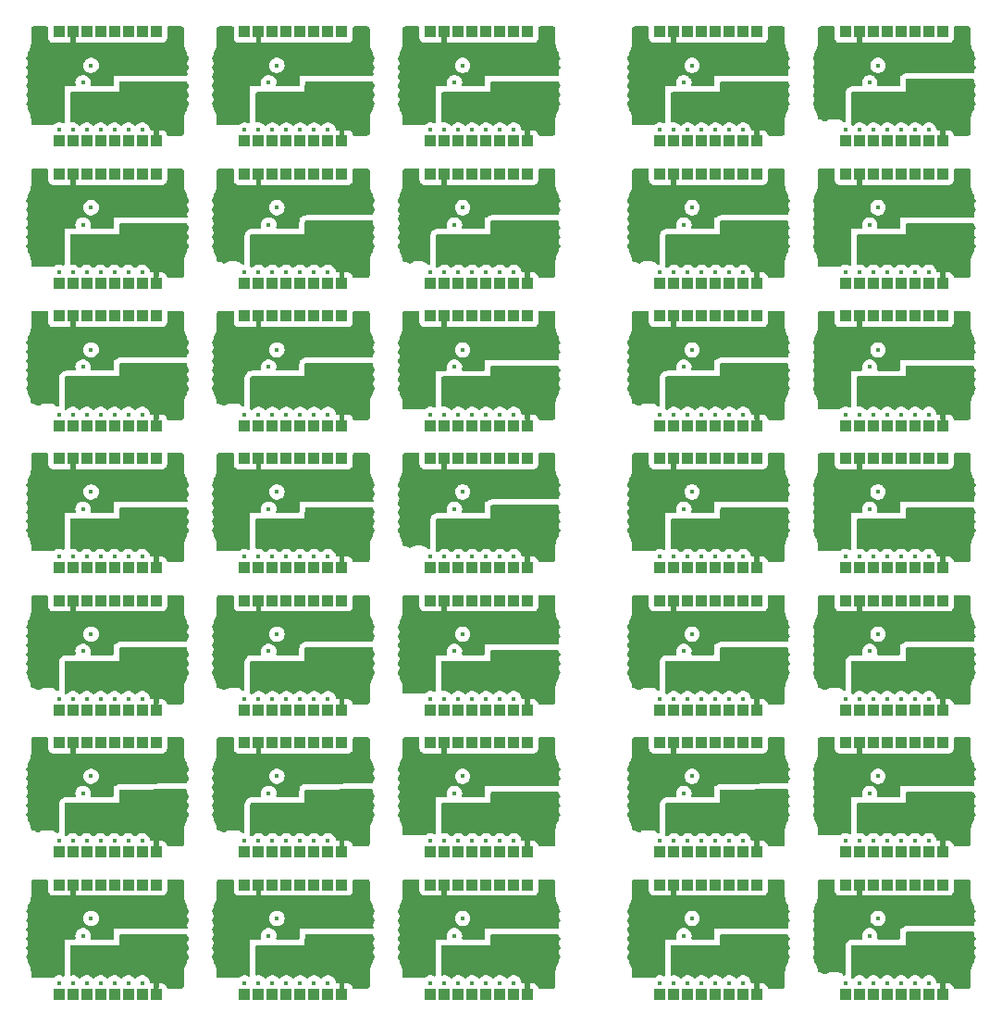
<source format=gbr>
%TF.GenerationSoftware,KiCad,Pcbnew,8.0.5-unknown-202409181836~355805756e~ubuntu22.04.1*%
%TF.CreationDate,2024-10-07T16:17:35+01:00*%
%TF.ProjectId,PANEL7x5_ADS1293,50414e45-4c37-4783-955f-414453313239,1.0*%
%TF.SameCoordinates,Original*%
%TF.FileFunction,Copper,L2,Inr*%
%TF.FilePolarity,Positive*%
%FSLAX46Y46*%
G04 Gerber Fmt 4.6, Leading zero omitted, Abs format (unit mm)*
G04 Created by KiCad (PCBNEW 8.0.5-unknown-202409181836~355805756e~ubuntu22.04.1) date 2024-10-07 16:17:35*
%MOMM*%
%LPD*%
G01*
G04 APERTURE LIST*
%TA.AperFunction,CastellatedPad*%
%ADD10R,1.000000X1.000000*%
%TD*%
%TA.AperFunction,ViaPad*%
%ADD11C,0.400000*%
%TD*%
G04 APERTURE END LIST*
D10*
%TO.N,Board_15-unconnected-(J1-Pin_1-Pad1)*%
%TO.C,J1*%
X11595000Y-46000000D03*
%TD*%
%TO.N,Board_15-/extRef*%
%TO.C,J7*%
X17945000Y-46000000D03*
%TD*%
%TO.N,Board_32-/POCI*%
%TO.C,J9*%
X46865000Y-85000000D03*
%TD*%
%TO.N,Board_7-/in5*%
%TO.C,J8*%
X49405000Y-30000000D03*
%TD*%
%TO.N,Board_8-/in2*%
%TO.C,J4*%
X66595000Y-30000000D03*
%TD*%
%TO.N,Board_31-/extRef*%
%TO.C,J7*%
X34945000Y-85000000D03*
%TD*%
%TO.N,Board_30-/in2*%
%TO.C,J4*%
X11595000Y-95000000D03*
%TD*%
%TO.N,Board_15-/POCI*%
%TO.C,J9*%
X12865000Y-46000000D03*
%TD*%
%TO.N,Board_6-/in3*%
%TO.C,J5*%
X29865000Y-30000000D03*
%TD*%
%TO.N,Board_24-GND*%
%TO.C,J14*%
X82325000Y-59000000D03*
%TD*%
%TO.N,Board_17-/extRef*%
%TO.C,J7*%
X51945000Y-46000000D03*
%TD*%
%TO.N,Board_26-/extRef*%
%TO.C,J7*%
X34945000Y-72000000D03*
%TD*%
%TO.N,Board_16-unconnected-(J1-Pin_1-Pad1)*%
%TO.C,J1*%
X28595000Y-46000000D03*
%TD*%
%TO.N,Board_1-/in6*%
%TO.C,J15*%
X33675000Y-17000000D03*
%TD*%
%TO.N,Board_30-/SCLK*%
%TO.C,J11*%
X15405000Y-85000000D03*
%TD*%
%TO.N,Board_17-/in4*%
%TO.C,J6*%
X48135000Y-56000000D03*
%TD*%
%TO.N,Board_20-/in3*%
%TO.C,J5*%
X12865000Y-69000000D03*
%TD*%
%TO.N,Board_25-/POCI*%
%TO.C,J9*%
X12865000Y-72000000D03*
%TD*%
%TO.N,Board_19-/SCLK*%
%TO.C,J11*%
X87405000Y-46000000D03*
%TD*%
%TO.N,Board_25-/SCLK*%
%TO.C,J11*%
X15405000Y-72000000D03*
%TD*%
%TO.N,Board_22-unconnected-(J1-Pin_1-Pad1)*%
%TO.C,J1*%
X45595000Y-59000000D03*
%TD*%
%TO.N,Board_26-+3.3V*%
%TO.C,J13*%
X26055000Y-72000000D03*
%TD*%
%TO.N,Board_0-unconnected-(J1-Pin_1-Pad1)*%
%TO.C,J1*%
X11595000Y-7000000D03*
%TD*%
%TO.N,Board_20-/extRef*%
%TO.C,J7*%
X17945000Y-59000000D03*
%TD*%
%TO.N,Board_7-/in2*%
%TO.C,J4*%
X45595000Y-30000000D03*
%TD*%
%TO.N,Board_31-/in1*%
%TO.C,J2*%
X26055000Y-95000000D03*
%TD*%
%TO.N,Board_6-GNDA*%
%TO.C,J16*%
X34945000Y-30000000D03*
%TD*%
%TO.N,Board_32-/in5*%
%TO.C,J8*%
X49405000Y-95000000D03*
%TD*%
%TO.N,Board_26-GNDA*%
%TO.C,J16*%
X34945000Y-82000000D03*
%TD*%
%TO.N,Board_5-/in3*%
%TO.C,J5*%
X12865000Y-30000000D03*
%TD*%
%TO.N,Board_3-/in3*%
%TO.C,J5*%
X67865000Y-17000000D03*
%TD*%
%TO.N,Board_30-/CSB*%
%TO.C,J12*%
X16675000Y-85000000D03*
%TD*%
%TO.N,Board_27-/in3*%
%TO.C,J5*%
X46865000Y-82000000D03*
%TD*%
%TO.N,Board_33-unconnected-(J1-Pin_1-Pad1)*%
%TO.C,J1*%
X66595000Y-85000000D03*
%TD*%
%TO.N,Board_28-/extRef*%
%TO.C,J7*%
X72945000Y-72000000D03*
%TD*%
%TO.N,Board_12-GND*%
%TO.C,J14*%
X44325000Y-33000000D03*
%TD*%
%TO.N,Board_5-unconnected-(J1-Pin_1-Pad1)*%
%TO.C,J1*%
X11595000Y-20000000D03*
%TD*%
%TO.N,Board_23-/extRef*%
%TO.C,J7*%
X72945000Y-59000000D03*
%TD*%
%TO.N,Board_18-/in4*%
%TO.C,J6*%
X69135000Y-56000000D03*
%TD*%
%TO.N,Board_17-/in5*%
%TO.C,J8*%
X49405000Y-56000000D03*
%TD*%
%TO.N,Board_0-GND*%
%TO.C,J14*%
X10325000Y-7000000D03*
%TD*%
%TO.N,Board_26-GND*%
%TO.C,J14*%
X27325000Y-72000000D03*
%TD*%
%TO.N,Board_28-/CSB*%
%TO.C,J12*%
X71675000Y-72000000D03*
%TD*%
%TO.N,Board_3-GNDA*%
%TO.C,J16*%
X72945000Y-17000000D03*
%TD*%
%TO.N,Board_21-/in1*%
%TO.C,J3*%
X27325000Y-69000000D03*
%TD*%
%TO.N,Board_11-/in5*%
%TO.C,J8*%
X32405000Y-43000000D03*
%TD*%
%TO.N,Board_20-/in6*%
%TO.C,J15*%
X16675000Y-69000000D03*
%TD*%
%TO.N,Board_25-GNDA*%
%TO.C,J16*%
X17945000Y-82000000D03*
%TD*%
%TO.N,Board_25-unconnected-(J1-Pin_1-Pad1)*%
%TO.C,J1*%
X11595000Y-72000000D03*
%TD*%
%TO.N,Board_13-+3.3V*%
%TO.C,J13*%
X64055000Y-33000000D03*
%TD*%
%TO.N,Board_11-/in3*%
%TO.C,J5*%
X29865000Y-43000000D03*
%TD*%
%TO.N,Board_8-/in1*%
%TO.C,J3*%
X65325000Y-30000000D03*
%TD*%
%TO.N,Board_25-/in6*%
%TO.C,J15*%
X16675000Y-82000000D03*
%TD*%
%TO.N,Board_7-/extRef*%
%TO.C,J7*%
X51945000Y-20000000D03*
%TD*%
%TO.N,Board_28-/in5*%
%TO.C,J8*%
X70405000Y-82000000D03*
%TD*%
%TO.N,Board_5-GNDA*%
%TO.C,J16*%
X17945000Y-30000000D03*
%TD*%
%TO.N,Board_26-/in5*%
%TO.C,J8*%
X32405000Y-82000000D03*
%TD*%
%TO.N,Board_16-/CSB*%
%TO.C,J12*%
X33675000Y-46000000D03*
%TD*%
%TO.N,Board_30-unconnected-(J1-Pin_1-Pad1)*%
%TO.C,J1*%
X11595000Y-85000000D03*
%TD*%
%TO.N,Board_15-/in1*%
%TO.C,J3*%
X10325000Y-56000000D03*
%TD*%
%TO.N,Board_9-+3.3V*%
%TO.C,J13*%
X81055000Y-20000000D03*
%TD*%
%TO.N,Board_15-/in3*%
%TO.C,J5*%
X12865000Y-56000000D03*
%TD*%
%TO.N,Board_0-/in5*%
%TO.C,J8*%
X15405000Y-17000000D03*
%TD*%
%TO.N,Board_13-/in1*%
%TO.C,J3*%
X65325000Y-43000000D03*
%TD*%
%TO.N,Board_18-+3.3V*%
%TO.C,J13*%
X64055000Y-46000000D03*
%TD*%
%TO.N,Board_14-unconnected-(J1-Pin_1-Pad1)*%
%TO.C,J1*%
X83595000Y-33000000D03*
%TD*%
%TO.N,Board_30-/PICO*%
%TO.C,J10*%
X14135000Y-85000000D03*
%TD*%
%TO.N,Board_3-GND*%
%TO.C,J14*%
X65325000Y-7000000D03*
%TD*%
%TO.N,Board_33-/SCLK*%
%TO.C,J11*%
X70405000Y-85000000D03*
%TD*%
%TO.N,Board_31-/SCLK*%
%TO.C,J11*%
X32405000Y-85000000D03*
%TD*%
%TO.N,Board_12-/in6*%
%TO.C,J15*%
X50675000Y-43000000D03*
%TD*%
%TO.N,Board_23-/CSB*%
%TO.C,J12*%
X71675000Y-59000000D03*
%TD*%
%TO.N,Board_16-/in4*%
%TO.C,J6*%
X31135000Y-56000000D03*
%TD*%
%TO.N,Board_11-/in4*%
%TO.C,J6*%
X31135000Y-43000000D03*
%TD*%
%TO.N,Board_22-/in4*%
%TO.C,J6*%
X48135000Y-69000000D03*
%TD*%
%TO.N,Board_22-/extRef*%
%TO.C,J7*%
X51945000Y-59000000D03*
%TD*%
%TO.N,Board_29-/POCI*%
%TO.C,J9*%
X84865000Y-72000000D03*
%TD*%
%TO.N,Board_0-/in3*%
%TO.C,J5*%
X12865000Y-17000000D03*
%TD*%
%TO.N,Board_28-/in1*%
%TO.C,J2*%
X64055000Y-82000000D03*
%TD*%
%TO.N,Board_28-/SCLK*%
%TO.C,J11*%
X70405000Y-72000000D03*
%TD*%
%TO.N,Board_26-/SCLK*%
%TO.C,J11*%
X32405000Y-72000000D03*
%TD*%
%TO.N,Board_12-/PICO*%
%TO.C,J10*%
X48135000Y-33000000D03*
%TD*%
%TO.N,Board_20-/in5*%
%TO.C,J8*%
X15405000Y-69000000D03*
%TD*%
%TO.N,Board_33-/PICO*%
%TO.C,J10*%
X69135000Y-85000000D03*
%TD*%
%TO.N,Board_2-unconnected-(J1-Pin_1-Pad1)*%
%TO.C,J1*%
X45595000Y-7000000D03*
%TD*%
%TO.N,Board_1-/in3*%
%TO.C,J5*%
X29865000Y-17000000D03*
%TD*%
%TO.N,Board_0-/in2*%
%TO.C,J4*%
X11595000Y-17000000D03*
%TD*%
%TO.N,Board_11-/in2*%
%TO.C,J4*%
X28595000Y-43000000D03*
%TD*%
%TO.N,Board_2-/in3*%
%TO.C,J5*%
X46865000Y-17000000D03*
%TD*%
%TO.N,Board_18-/CSB*%
%TO.C,J12*%
X71675000Y-46000000D03*
%TD*%
%TO.N,Board_2-GNDA*%
%TO.C,J16*%
X51945000Y-17000000D03*
%TD*%
%TO.N,Board_8-/in3*%
%TO.C,J5*%
X67865000Y-30000000D03*
%TD*%
%TO.N,Board_33-/in3*%
%TO.C,J5*%
X67865000Y-95000000D03*
%TD*%
%TO.N,Board_16-/POCI*%
%TO.C,J9*%
X29865000Y-46000000D03*
%TD*%
%TO.N,Board_5-/POCI*%
%TO.C,J9*%
X12865000Y-20000000D03*
%TD*%
%TO.N,Board_25-/in5*%
%TO.C,J8*%
X15405000Y-82000000D03*
%TD*%
%TO.N,Board_4-/PICO*%
%TO.C,J10*%
X86135000Y-7000000D03*
%TD*%
%TO.N,Board_11-GND*%
%TO.C,J14*%
X27325000Y-33000000D03*
%TD*%
%TO.N,Board_34-/CSB*%
%TO.C,J12*%
X88675000Y-85000000D03*
%TD*%
%TO.N,Board_5-/SCLK*%
%TO.C,J11*%
X15405000Y-20000000D03*
%TD*%
%TO.N,Board_8-+3.3V*%
%TO.C,J13*%
X64055000Y-20000000D03*
%TD*%
%TO.N,Board_10-/in4*%
%TO.C,J6*%
X14135000Y-43000000D03*
%TD*%
%TO.N,Board_34-GNDA*%
%TO.C,J16*%
X89945000Y-95000000D03*
%TD*%
%TO.N,Board_21-/in4*%
%TO.C,J6*%
X31135000Y-69000000D03*
%TD*%
%TO.N,Board_22-/in3*%
%TO.C,J5*%
X46865000Y-69000000D03*
%TD*%
%TO.N,Board_33-/CSB*%
%TO.C,J12*%
X71675000Y-85000000D03*
%TD*%
%TO.N,Board_5-/in4*%
%TO.C,J6*%
X14135000Y-30000000D03*
%TD*%
%TO.N,Board_17-/PICO*%
%TO.C,J10*%
X48135000Y-46000000D03*
%TD*%
%TO.N,Board_12-/POCI*%
%TO.C,J9*%
X46865000Y-33000000D03*
%TD*%
%TO.N,Board_11-/POCI*%
%TO.C,J9*%
X29865000Y-33000000D03*
%TD*%
%TO.N,Board_19-+3.3V*%
%TO.C,J13*%
X81055000Y-46000000D03*
%TD*%
%TO.N,Board_6-/in1*%
%TO.C,J3*%
X27325000Y-30000000D03*
%TD*%
%TO.N,Board_1-/extRef*%
%TO.C,J7*%
X34945000Y-7000000D03*
%TD*%
%TO.N,Board_9-/in5*%
%TO.C,J8*%
X87405000Y-30000000D03*
%TD*%
%TO.N,Board_23-/in4*%
%TO.C,J6*%
X69135000Y-69000000D03*
%TD*%
%TO.N,Board_4-/in3*%
%TO.C,J5*%
X84865000Y-17000000D03*
%TD*%
%TO.N,Board_15-/in1*%
%TO.C,J2*%
X9055000Y-56000000D03*
%TD*%
%TO.N,Board_5-/extRef*%
%TO.C,J7*%
X17945000Y-20000000D03*
%TD*%
%TO.N,Board_11-unconnected-(J1-Pin_1-Pad1)*%
%TO.C,J1*%
X28595000Y-33000000D03*
%TD*%
%TO.N,Board_17-+3.3V*%
%TO.C,J13*%
X43055000Y-46000000D03*
%TD*%
%TO.N,Board_5-/PICO*%
%TO.C,J10*%
X14135000Y-20000000D03*
%TD*%
%TO.N,Board_15-GND*%
%TO.C,J14*%
X10325000Y-46000000D03*
%TD*%
%TO.N,Board_13-/in3*%
%TO.C,J5*%
X67865000Y-43000000D03*
%TD*%
%TO.N,Board_21-/in2*%
%TO.C,J4*%
X28595000Y-69000000D03*
%TD*%
%TO.N,Board_18-/SCLK*%
%TO.C,J11*%
X70405000Y-46000000D03*
%TD*%
%TO.N,Board_29-/SCLK*%
%TO.C,J11*%
X87405000Y-72000000D03*
%TD*%
%TO.N,Board_30-/in5*%
%TO.C,J8*%
X15405000Y-95000000D03*
%TD*%
%TO.N,Board_8-/in6*%
%TO.C,J15*%
X71675000Y-30000000D03*
%TD*%
%TO.N,Board_0-/in4*%
%TO.C,J6*%
X14135000Y-17000000D03*
%TD*%
%TO.N,Board_21-/in3*%
%TO.C,J5*%
X29865000Y-69000000D03*
%TD*%
%TO.N,Board_24-/in3*%
%TO.C,J5*%
X84865000Y-69000000D03*
%TD*%
%TO.N,Board_7-/in1*%
%TO.C,J2*%
X43055000Y-30000000D03*
%TD*%
%TO.N,Board_26-/in3*%
%TO.C,J5*%
X29865000Y-82000000D03*
%TD*%
%TO.N,Board_25-/extRef*%
%TO.C,J7*%
X17945000Y-72000000D03*
%TD*%
%TO.N,Board_11-/in1*%
%TO.C,J2*%
X26055000Y-43000000D03*
%TD*%
%TO.N,Board_6-/in1*%
%TO.C,J2*%
X26055000Y-30000000D03*
%TD*%
%TO.N,Board_24-GNDA*%
%TO.C,J16*%
X89945000Y-69000000D03*
%TD*%
%TO.N,Board_9-/in2*%
%TO.C,J4*%
X83595000Y-30000000D03*
%TD*%
%TO.N,Board_34-/in6*%
%TO.C,J15*%
X88675000Y-95000000D03*
%TD*%
%TO.N,Board_28-/in3*%
%TO.C,J5*%
X67865000Y-82000000D03*
%TD*%
%TO.N,Board_9-GNDA*%
%TO.C,J16*%
X89945000Y-30000000D03*
%TD*%
%TO.N,Board_14-GND*%
%TO.C,J14*%
X82325000Y-33000000D03*
%TD*%
%TO.N,Board_10-/extRef*%
%TO.C,J7*%
X17945000Y-33000000D03*
%TD*%
%TO.N,Board_2-GND*%
%TO.C,J14*%
X44325000Y-7000000D03*
%TD*%
%TO.N,Board_6-/CSB*%
%TO.C,J12*%
X33675000Y-20000000D03*
%TD*%
%TO.N,Board_26-/in4*%
%TO.C,J6*%
X31135000Y-82000000D03*
%TD*%
%TO.N,Board_32-/CSB*%
%TO.C,J12*%
X50675000Y-85000000D03*
%TD*%
%TO.N,Board_21-/SCLK*%
%TO.C,J11*%
X32405000Y-59000000D03*
%TD*%
%TO.N,Board_33-/in1*%
%TO.C,J2*%
X64055000Y-95000000D03*
%TD*%
%TO.N,Board_5-/CSB*%
%TO.C,J12*%
X16675000Y-20000000D03*
%TD*%
%TO.N,Board_33-/extRef*%
%TO.C,J7*%
X72945000Y-85000000D03*
%TD*%
%TO.N,Board_5-/in1*%
%TO.C,J2*%
X9055000Y-30000000D03*
%TD*%
%TO.N,Board_16-GNDA*%
%TO.C,J16*%
X34945000Y-56000000D03*
%TD*%
%TO.N,Board_1-/in1*%
%TO.C,J2*%
X26055000Y-17000000D03*
%TD*%
%TO.N,Board_31-/in4*%
%TO.C,J6*%
X31135000Y-95000000D03*
%TD*%
%TO.N,Board_19-/extRef*%
%TO.C,J7*%
X89945000Y-46000000D03*
%TD*%
%TO.N,Board_7-/CSB*%
%TO.C,J12*%
X50675000Y-20000000D03*
%TD*%
%TO.N,Board_8-/POCI*%
%TO.C,J9*%
X67865000Y-20000000D03*
%TD*%
%TO.N,Board_33-/in5*%
%TO.C,J8*%
X70405000Y-95000000D03*
%TD*%
%TO.N,Board_13-/POCI*%
%TO.C,J9*%
X67865000Y-33000000D03*
%TD*%
%TO.N,Board_13-/SCLK*%
%TO.C,J11*%
X70405000Y-33000000D03*
%TD*%
%TO.N,Board_28-/in2*%
%TO.C,J4*%
X66595000Y-82000000D03*
%TD*%
%TO.N,Board_27-+3.3V*%
%TO.C,J13*%
X43055000Y-72000000D03*
%TD*%
%TO.N,Board_14-GNDA*%
%TO.C,J16*%
X89945000Y-43000000D03*
%TD*%
%TO.N,Board_28-/in4*%
%TO.C,J6*%
X69135000Y-82000000D03*
%TD*%
%TO.N,Board_29-/PICO*%
%TO.C,J10*%
X86135000Y-72000000D03*
%TD*%
%TO.N,Board_11-/PICO*%
%TO.C,J10*%
X31135000Y-33000000D03*
%TD*%
%TO.N,Board_3-/POCI*%
%TO.C,J9*%
X67865000Y-7000000D03*
%TD*%
%TO.N,Board_26-/CSB*%
%TO.C,J12*%
X33675000Y-72000000D03*
%TD*%
%TO.N,Board_1-/CSB*%
%TO.C,J12*%
X33675000Y-7000000D03*
%TD*%
%TO.N,Board_27-/in5*%
%TO.C,J8*%
X49405000Y-82000000D03*
%TD*%
%TO.N,Board_26-/in2*%
%TO.C,J4*%
X28595000Y-82000000D03*
%TD*%
%TO.N,Board_6-/PICO*%
%TO.C,J10*%
X31135000Y-20000000D03*
%TD*%
%TO.N,Board_17-/SCLK*%
%TO.C,J11*%
X49405000Y-46000000D03*
%TD*%
%TO.N,Board_16-/in3*%
%TO.C,J5*%
X29865000Y-56000000D03*
%TD*%
%TO.N,Board_14-/in4*%
%TO.C,J6*%
X86135000Y-43000000D03*
%TD*%
%TO.N,Board_24-+3.3V*%
%TO.C,J13*%
X81055000Y-59000000D03*
%TD*%
%TO.N,Board_5-/in5*%
%TO.C,J8*%
X15405000Y-30000000D03*
%TD*%
%TO.N,Board_30-GND*%
%TO.C,J14*%
X10325000Y-85000000D03*
%TD*%
%TO.N,Board_14-/in6*%
%TO.C,J15*%
X88675000Y-43000000D03*
%TD*%
%TO.N,Board_12-/in1*%
%TO.C,J3*%
X44325000Y-43000000D03*
%TD*%
%TO.N,Board_18-/extRef*%
%TO.C,J7*%
X72945000Y-46000000D03*
%TD*%
%TO.N,Board_32-GNDA*%
%TO.C,J16*%
X51945000Y-95000000D03*
%TD*%
%TO.N,Board_9-/CSB*%
%TO.C,J12*%
X88675000Y-20000000D03*
%TD*%
%TO.N,Board_14-/PICO*%
%TO.C,J10*%
X86135000Y-33000000D03*
%TD*%
%TO.N,Board_31-GNDA*%
%TO.C,J16*%
X34945000Y-95000000D03*
%TD*%
%TO.N,Board_24-/extRef*%
%TO.C,J7*%
X89945000Y-59000000D03*
%TD*%
%TO.N,Board_29-/in1*%
%TO.C,J2*%
X81055000Y-82000000D03*
%TD*%
%TO.N,Board_32-GND*%
%TO.C,J14*%
X44325000Y-85000000D03*
%TD*%
%TO.N,Board_29-/in1*%
%TO.C,J3*%
X82325000Y-82000000D03*
%TD*%
%TO.N,Board_20-unconnected-(J1-Pin_1-Pad1)*%
%TO.C,J1*%
X11595000Y-59000000D03*
%TD*%
%TO.N,Board_31-/in1*%
%TO.C,J3*%
X27325000Y-95000000D03*
%TD*%
%TO.N,Board_21-/in1*%
%TO.C,J2*%
X26055000Y-69000000D03*
%TD*%
%TO.N,Board_8-/in1*%
%TO.C,J2*%
X64055000Y-30000000D03*
%TD*%
%TO.N,Board_13-/in5*%
%TO.C,J8*%
X70405000Y-43000000D03*
%TD*%
%TO.N,Board_29-/in6*%
%TO.C,J15*%
X88675000Y-82000000D03*
%TD*%
%TO.N,Board_28-GND*%
%TO.C,J14*%
X65325000Y-72000000D03*
%TD*%
%TO.N,Board_34-/POCI*%
%TO.C,J9*%
X84865000Y-85000000D03*
%TD*%
%TO.N,Board_29-/in2*%
%TO.C,J4*%
X83595000Y-82000000D03*
%TD*%
%TO.N,Board_16-+3.3V*%
%TO.C,J13*%
X26055000Y-46000000D03*
%TD*%
%TO.N,Board_30-/in1*%
%TO.C,J3*%
X10325000Y-95000000D03*
%TD*%
%TO.N,Board_15-/in5*%
%TO.C,J8*%
X15405000Y-56000000D03*
%TD*%
%TO.N,Board_15-/PICO*%
%TO.C,J10*%
X14135000Y-46000000D03*
%TD*%
%TO.N,Board_0-/PICO*%
%TO.C,J10*%
X14135000Y-7000000D03*
%TD*%
%TO.N,Board_18-/in5*%
%TO.C,J8*%
X70405000Y-56000000D03*
%TD*%
%TO.N,Board_4-/extRef*%
%TO.C,J7*%
X89945000Y-7000000D03*
%TD*%
%TO.N,Board_22-/in2*%
%TO.C,J4*%
X45595000Y-69000000D03*
%TD*%
%TO.N,Board_4-unconnected-(J1-Pin_1-Pad1)*%
%TO.C,J1*%
X83595000Y-7000000D03*
%TD*%
%TO.N,Board_28-/in1*%
%TO.C,J3*%
X65325000Y-82000000D03*
%TD*%
%TO.N,Board_22-/CSB*%
%TO.C,J12*%
X50675000Y-59000000D03*
%TD*%
%TO.N,Board_2-/in4*%
%TO.C,J6*%
X48135000Y-17000000D03*
%TD*%
%TO.N,Board_28-/POCI*%
%TO.C,J9*%
X67865000Y-72000000D03*
%TD*%
%TO.N,Board_25-/in3*%
%TO.C,J5*%
X12865000Y-82000000D03*
%TD*%
%TO.N,Board_19-/in1*%
%TO.C,J3*%
X82325000Y-56000000D03*
%TD*%
%TO.N,Board_2-/SCLK*%
%TO.C,J11*%
X49405000Y-7000000D03*
%TD*%
%TO.N,Board_23-/in3*%
%TO.C,J5*%
X67865000Y-69000000D03*
%TD*%
%TO.N,Board_16-/PICO*%
%TO.C,J10*%
X31135000Y-46000000D03*
%TD*%
%TO.N,Board_24-/in1*%
%TO.C,J2*%
X81055000Y-69000000D03*
%TD*%
%TO.N,Board_25-/in1*%
%TO.C,J2*%
X9055000Y-82000000D03*
%TD*%
%TO.N,Board_20-/in1*%
%TO.C,J2*%
X9055000Y-69000000D03*
%TD*%
%TO.N,Board_1-/in2*%
%TO.C,J4*%
X28595000Y-17000000D03*
%TD*%
%TO.N,Board_22-+3.3V*%
%TO.C,J13*%
X43055000Y-59000000D03*
%TD*%
%TO.N,Board_34-/in1*%
%TO.C,J3*%
X82325000Y-95000000D03*
%TD*%
%TO.N,Board_11-/extRef*%
%TO.C,J7*%
X34945000Y-33000000D03*
%TD*%
%TO.N,Board_13-/CSB*%
%TO.C,J12*%
X71675000Y-33000000D03*
%TD*%
%TO.N,Board_19-/in2*%
%TO.C,J4*%
X83595000Y-56000000D03*
%TD*%
%TO.N,Board_28-/PICO*%
%TO.C,J10*%
X69135000Y-72000000D03*
%TD*%
%TO.N,Board_13-/in4*%
%TO.C,J6*%
X69135000Y-43000000D03*
%TD*%
%TO.N,Board_24-unconnected-(J1-Pin_1-Pad1)*%
%TO.C,J1*%
X83595000Y-59000000D03*
%TD*%
%TO.N,Board_14-/in2*%
%TO.C,J4*%
X83595000Y-43000000D03*
%TD*%
%TO.N,Board_7-/PICO*%
%TO.C,J10*%
X48135000Y-20000000D03*
%TD*%
%TO.N,Board_30-/in6*%
%TO.C,J15*%
X16675000Y-95000000D03*
%TD*%
%TO.N,Board_13-/in6*%
%TO.C,J15*%
X71675000Y-43000000D03*
%TD*%
%TO.N,Board_19-/POCI*%
%TO.C,J9*%
X84865000Y-46000000D03*
%TD*%
%TO.N,Board_34-+3.3V*%
%TO.C,J13*%
X81055000Y-85000000D03*
%TD*%
%TO.N,Board_11-/in1*%
%TO.C,J3*%
X27325000Y-43000000D03*
%TD*%
%TO.N,Board_33-/POCI*%
%TO.C,J9*%
X67865000Y-85000000D03*
%TD*%
%TO.N,Board_32-/PICO*%
%TO.C,J10*%
X48135000Y-85000000D03*
%TD*%
%TO.N,Board_30-/extRef*%
%TO.C,J7*%
X17945000Y-85000000D03*
%TD*%
%TO.N,Board_23-/PICO*%
%TO.C,J10*%
X69135000Y-59000000D03*
%TD*%
%TO.N,Board_29-GNDA*%
%TO.C,J16*%
X89945000Y-82000000D03*
%TD*%
%TO.N,Board_8-/SCLK*%
%TO.C,J11*%
X70405000Y-20000000D03*
%TD*%
%TO.N,Board_29-unconnected-(J1-Pin_1-Pad1)*%
%TO.C,J1*%
X83595000Y-72000000D03*
%TD*%
%TO.N,Board_10-GND*%
%TO.C,J14*%
X10325000Y-33000000D03*
%TD*%
%TO.N,Board_31-/in3*%
%TO.C,J5*%
X29865000Y-95000000D03*
%TD*%
%TO.N,Board_27-GND*%
%TO.C,J14*%
X44325000Y-72000000D03*
%TD*%
%TO.N,Board_25-+3.3V*%
%TO.C,J13*%
X9055000Y-72000000D03*
%TD*%
%TO.N,Board_1-/in4*%
%TO.C,J6*%
X31135000Y-17000000D03*
%TD*%
%TO.N,Board_15-/in2*%
%TO.C,J4*%
X11595000Y-56000000D03*
%TD*%
%TO.N,Board_25-/PICO*%
%TO.C,J10*%
X14135000Y-72000000D03*
%TD*%
%TO.N,Board_5-/in1*%
%TO.C,J3*%
X10325000Y-30000000D03*
%TD*%
%TO.N,Board_9-/SCLK*%
%TO.C,J11*%
X87405000Y-20000000D03*
%TD*%
%TO.N,Board_18-/in1*%
%TO.C,J2*%
X64055000Y-56000000D03*
%TD*%
%TO.N,Board_7-/POCI*%
%TO.C,J9*%
X46865000Y-20000000D03*
%TD*%
%TO.N,Board_18-unconnected-(J1-Pin_1-Pad1)*%
%TO.C,J1*%
X66595000Y-46000000D03*
%TD*%
%TO.N,Board_2-/in1*%
%TO.C,J2*%
X43055000Y-17000000D03*
%TD*%
%TO.N,Board_32-/extRef*%
%TO.C,J7*%
X51945000Y-85000000D03*
%TD*%
%TO.N,Board_0-/CSB*%
%TO.C,J12*%
X16675000Y-7000000D03*
%TD*%
%TO.N,Board_33-GND*%
%TO.C,J14*%
X65325000Y-85000000D03*
%TD*%
%TO.N,Board_27-/in1*%
%TO.C,J2*%
X43055000Y-82000000D03*
%TD*%
%TO.N,Board_11-GNDA*%
%TO.C,J16*%
X34945000Y-43000000D03*
%TD*%
%TO.N,Board_1-GNDA*%
%TO.C,J16*%
X34945000Y-17000000D03*
%TD*%
%TO.N,Board_34-/PICO*%
%TO.C,J10*%
X86135000Y-85000000D03*
%TD*%
%TO.N,Board_21-/PICO*%
%TO.C,J10*%
X31135000Y-59000000D03*
%TD*%
%TO.N,Board_34-/in1*%
%TO.C,J2*%
X81055000Y-95000000D03*
%TD*%
%TO.N,Board_17-/in1*%
%TO.C,J2*%
X43055000Y-56000000D03*
%TD*%
%TO.N,Board_10-/CSB*%
%TO.C,J12*%
X16675000Y-33000000D03*
%TD*%
%TO.N,Board_15-+3.3V*%
%TO.C,J13*%
X9055000Y-46000000D03*
%TD*%
%TO.N,Board_19-/PICO*%
%TO.C,J10*%
X86135000Y-46000000D03*
%TD*%
%TO.N,Board_9-/in6*%
%TO.C,J15*%
X88675000Y-30000000D03*
%TD*%
%TO.N,Board_22-/in5*%
%TO.C,J8*%
X49405000Y-69000000D03*
%TD*%
%TO.N,Board_9-/in4*%
%TO.C,J6*%
X86135000Y-30000000D03*
%TD*%
%TO.N,Board_21-GND*%
%TO.C,J14*%
X27325000Y-59000000D03*
%TD*%
%TO.N,Board_26-/in1*%
%TO.C,J2*%
X26055000Y-82000000D03*
%TD*%
%TO.N,Board_16-/in1*%
%TO.C,J2*%
X26055000Y-56000000D03*
%TD*%
%TO.N,Board_13-unconnected-(J1-Pin_1-Pad1)*%
%TO.C,J1*%
X66595000Y-33000000D03*
%TD*%
%TO.N,Board_33-/in2*%
%TO.C,J4*%
X66595000Y-95000000D03*
%TD*%
%TO.N,Board_3-/CSB*%
%TO.C,J12*%
X71675000Y-7000000D03*
%TD*%
%TO.N,Board_9-GND*%
%TO.C,J14*%
X82325000Y-20000000D03*
%TD*%
%TO.N,Board_13-/PICO*%
%TO.C,J10*%
X69135000Y-33000000D03*
%TD*%
%TO.N,Board_6-/in5*%
%TO.C,J8*%
X32405000Y-30000000D03*
%TD*%
%TO.N,Board_19-/in1*%
%TO.C,J2*%
X81055000Y-56000000D03*
%TD*%
%TO.N,Board_4-/in1*%
%TO.C,J2*%
X81055000Y-17000000D03*
%TD*%
%TO.N,Board_25-GND*%
%TO.C,J14*%
X10325000Y-72000000D03*
%TD*%
%TO.N,Board_18-/PICO*%
%TO.C,J10*%
X69135000Y-46000000D03*
%TD*%
%TO.N,Board_14-/extRef*%
%TO.C,J7*%
X89945000Y-33000000D03*
%TD*%
%TO.N,Board_14-/in1*%
%TO.C,J3*%
X82325000Y-43000000D03*
%TD*%
%TO.N,Board_29-+3.3V*%
%TO.C,J13*%
X81055000Y-72000000D03*
%TD*%
%TO.N,Board_30-GNDA*%
%TO.C,J16*%
X17945000Y-95000000D03*
%TD*%
%TO.N,Board_7-GND*%
%TO.C,J14*%
X44325000Y-20000000D03*
%TD*%
%TO.N,Board_32-unconnected-(J1-Pin_1-Pad1)*%
%TO.C,J1*%
X45595000Y-85000000D03*
%TD*%
%TO.N,Board_3-/in4*%
%TO.C,J6*%
X69135000Y-17000000D03*
%TD*%
%TO.N,Board_22-/in1*%
%TO.C,J3*%
X44325000Y-69000000D03*
%TD*%
%TO.N,Board_6-/in4*%
%TO.C,J6*%
X31135000Y-30000000D03*
%TD*%
%TO.N,Board_23-unconnected-(J1-Pin_1-Pad1)*%
%TO.C,J1*%
X66595000Y-59000000D03*
%TD*%
%TO.N,Board_0-/extRef*%
%TO.C,J7*%
X17945000Y-7000000D03*
%TD*%
%TO.N,Board_22-/POCI*%
%TO.C,J9*%
X46865000Y-59000000D03*
%TD*%
%TO.N,Board_18-GND*%
%TO.C,J14*%
X65325000Y-46000000D03*
%TD*%
%TO.N,Board_30-/POCI*%
%TO.C,J9*%
X12865000Y-85000000D03*
%TD*%
%TO.N,Board_4-/in2*%
%TO.C,J4*%
X83595000Y-17000000D03*
%TD*%
%TO.N,Board_15-/in4*%
%TO.C,J6*%
X14135000Y-56000000D03*
%TD*%
%TO.N,Board_1-GND*%
%TO.C,J14*%
X27325000Y-7000000D03*
%TD*%
%TO.N,Board_1-unconnected-(J1-Pin_1-Pad1)*%
%TO.C,J1*%
X28595000Y-7000000D03*
%TD*%
%TO.N,Board_22-GNDA*%
%TO.C,J16*%
X51945000Y-69000000D03*
%TD*%
%TO.N,Board_2-/POCI*%
%TO.C,J9*%
X46865000Y-7000000D03*
%TD*%
%TO.N,Board_27-/extRef*%
%TO.C,J7*%
X51945000Y-72000000D03*
%TD*%
%TO.N,Board_9-/in1*%
%TO.C,J3*%
X82325000Y-30000000D03*
%TD*%
%TO.N,Board_7-/in1*%
%TO.C,J3*%
X44325000Y-30000000D03*
%TD*%
%TO.N,Board_20-GNDA*%
%TO.C,J16*%
X17945000Y-69000000D03*
%TD*%
%TO.N,Board_18-/in3*%
%TO.C,J5*%
X67865000Y-56000000D03*
%TD*%
%TO.N,Board_4-/in4*%
%TO.C,J6*%
X86135000Y-17000000D03*
%TD*%
%TO.N,Board_6-/SCLK*%
%TO.C,J11*%
X32405000Y-20000000D03*
%TD*%
%TO.N,Board_15-/CSB*%
%TO.C,J12*%
X16675000Y-46000000D03*
%TD*%
%TO.N,Board_21-/CSB*%
%TO.C,J12*%
X33675000Y-59000000D03*
%TD*%
%TO.N,Board_7-/in6*%
%TO.C,J15*%
X50675000Y-30000000D03*
%TD*%
%TO.N,Board_24-/in1*%
%TO.C,J3*%
X82325000Y-69000000D03*
%TD*%
%TO.N,Board_31-/in6*%
%TO.C,J15*%
X33675000Y-95000000D03*
%TD*%
%TO.N,Board_30-+3.3V*%
%TO.C,J13*%
X9055000Y-85000000D03*
%TD*%
%TO.N,Board_3-/in1*%
%TO.C,J2*%
X64055000Y-17000000D03*
%TD*%
%TO.N,Board_8-/extRef*%
%TO.C,J7*%
X72945000Y-20000000D03*
%TD*%
%TO.N,Board_20-+3.3V*%
%TO.C,J13*%
X9055000Y-59000000D03*
%TD*%
%TO.N,Board_18-/in1*%
%TO.C,J3*%
X65325000Y-56000000D03*
%TD*%
%TO.N,Board_4-GND*%
%TO.C,J14*%
X82325000Y-7000000D03*
%TD*%
%TO.N,Board_12-/in1*%
%TO.C,J2*%
X43055000Y-43000000D03*
%TD*%
%TO.N,Board_17-/in1*%
%TO.C,J3*%
X44325000Y-56000000D03*
%TD*%
%TO.N,Board_16-/in5*%
%TO.C,J8*%
X32405000Y-56000000D03*
%TD*%
%TO.N,Board_20-GND*%
%TO.C,J14*%
X10325000Y-59000000D03*
%TD*%
%TO.N,Board_33-/in1*%
%TO.C,J3*%
X65325000Y-95000000D03*
%TD*%
%TO.N,Board_26-/in1*%
%TO.C,J3*%
X27325000Y-82000000D03*
%TD*%
%TO.N,Board_1-/POCI*%
%TO.C,J9*%
X29865000Y-7000000D03*
%TD*%
%TO.N,Board_32-/in1*%
%TO.C,J3*%
X44325000Y-95000000D03*
%TD*%
%TO.N,Board_22-/in6*%
%TO.C,J15*%
X50675000Y-69000000D03*
%TD*%
%TO.N,Board_11-/SCLK*%
%TO.C,J11*%
X32405000Y-33000000D03*
%TD*%
%TO.N,Board_16-/extRef*%
%TO.C,J7*%
X34945000Y-46000000D03*
%TD*%
%TO.N,Board_7-/in4*%
%TO.C,J6*%
X48135000Y-30000000D03*
%TD*%
%TO.N,Board_19-/CSB*%
%TO.C,J12*%
X88675000Y-46000000D03*
%TD*%
%TO.N,Board_12-GNDA*%
%TO.C,J16*%
X51945000Y-43000000D03*
%TD*%
%TO.N,Board_32-+3.3V*%
%TO.C,J13*%
X43055000Y-85000000D03*
%TD*%
%TO.N,Board_17-/CSB*%
%TO.C,J12*%
X50675000Y-46000000D03*
%TD*%
%TO.N,Board_31-/POCI*%
%TO.C,J9*%
X29865000Y-85000000D03*
%TD*%
%TO.N,Board_22-/in1*%
%TO.C,J2*%
X43055000Y-69000000D03*
%TD*%
%TO.N,Board_20-/CSB*%
%TO.C,J12*%
X16675000Y-59000000D03*
%TD*%
%TO.N,Board_10-/PICO*%
%TO.C,J10*%
X14135000Y-33000000D03*
%TD*%
%TO.N,Board_13-/in2*%
%TO.C,J4*%
X66595000Y-43000000D03*
%TD*%
%TO.N,Board_0-/POCI*%
%TO.C,J9*%
X12865000Y-7000000D03*
%TD*%
%TO.N,Board_34-GND*%
%TO.C,J14*%
X82325000Y-85000000D03*
%TD*%
%TO.N,Board_24-/SCLK*%
%TO.C,J11*%
X87405000Y-59000000D03*
%TD*%
%TO.N,Board_7-/in3*%
%TO.C,J5*%
X46865000Y-30000000D03*
%TD*%
%TO.N,Board_4-/in1*%
%TO.C,J3*%
X82325000Y-17000000D03*
%TD*%
%TO.N,Board_9-/PICO*%
%TO.C,J10*%
X86135000Y-20000000D03*
%TD*%
%TO.N,Board_24-/in2*%
%TO.C,J4*%
X83595000Y-69000000D03*
%TD*%
%TO.N,Board_32-/in1*%
%TO.C,J2*%
X43055000Y-95000000D03*
%TD*%
%TO.N,Board_28-/in6*%
%TO.C,J15*%
X71675000Y-82000000D03*
%TD*%
%TO.N,Board_10-unconnected-(J1-Pin_1-Pad1)*%
%TO.C,J1*%
X11595000Y-33000000D03*
%TD*%
%TO.N,Board_13-GND*%
%TO.C,J14*%
X65325000Y-33000000D03*
%TD*%
%TO.N,Board_28-unconnected-(J1-Pin_1-Pad1)*%
%TO.C,J1*%
X66595000Y-72000000D03*
%TD*%
%TO.N,Board_29-/in4*%
%TO.C,J6*%
X86135000Y-82000000D03*
%TD*%
%TO.N,Board_28-GNDA*%
%TO.C,J16*%
X72945000Y-82000000D03*
%TD*%
%TO.N,Board_17-GNDA*%
%TO.C,J16*%
X51945000Y-56000000D03*
%TD*%
%TO.N,Board_14-/in3*%
%TO.C,J5*%
X84865000Y-43000000D03*
%TD*%
%TO.N,Board_0-/in1*%
%TO.C,J3*%
X10325000Y-17000000D03*
%TD*%
%TO.N,Board_4-/in5*%
%TO.C,J8*%
X87405000Y-17000000D03*
%TD*%
%TO.N,Board_4-+3.3V*%
%TO.C,J13*%
X81055000Y-7000000D03*
%TD*%
%TO.N,Board_6-unconnected-(J1-Pin_1-Pad1)*%
%TO.C,J1*%
X28595000Y-20000000D03*
%TD*%
%TO.N,Board_14-/POCI*%
%TO.C,J9*%
X84865000Y-33000000D03*
%TD*%
%TO.N,Board_6-/in6*%
%TO.C,J15*%
X33675000Y-30000000D03*
%TD*%
%TO.N,Board_17-/in2*%
%TO.C,J4*%
X45595000Y-56000000D03*
%TD*%
%TO.N,Board_5-/in2*%
%TO.C,J4*%
X11595000Y-30000000D03*
%TD*%
%TO.N,Board_9-/in3*%
%TO.C,J5*%
X84865000Y-30000000D03*
%TD*%
%TO.N,Board_29-/CSB*%
%TO.C,J12*%
X88675000Y-72000000D03*
%TD*%
%TO.N,Board_22-/SCLK*%
%TO.C,J11*%
X49405000Y-59000000D03*
%TD*%
%TO.N,Board_24-/PICO*%
%TO.C,J10*%
X86135000Y-59000000D03*
%TD*%
%TO.N,Board_10-/in5*%
%TO.C,J8*%
X15405000Y-43000000D03*
%TD*%
%TO.N,Board_14-+3.3V*%
%TO.C,J13*%
X81055000Y-33000000D03*
%TD*%
%TO.N,Board_20-/SCLK*%
%TO.C,J11*%
X15405000Y-59000000D03*
%TD*%
%TO.N,Board_11-+3.3V*%
%TO.C,J13*%
X26055000Y-33000000D03*
%TD*%
%TO.N,Board_10-/in6*%
%TO.C,J15*%
X16675000Y-43000000D03*
%TD*%
%TO.N,Board_3-/in6*%
%TO.C,J15*%
X71675000Y-17000000D03*
%TD*%
%TO.N,Board_13-GNDA*%
%TO.C,J16*%
X72945000Y-43000000D03*
%TD*%
%TO.N,Board_4-/SCLK*%
%TO.C,J11*%
X87405000Y-7000000D03*
%TD*%
%TO.N,Board_34-/in3*%
%TO.C,J5*%
X84865000Y-95000000D03*
%TD*%
%TO.N,Board_17-/POCI*%
%TO.C,J9*%
X46865000Y-46000000D03*
%TD*%
%TO.N,Board_16-/in1*%
%TO.C,J3*%
X27325000Y-56000000D03*
%TD*%
%TO.N,Board_7-/SCLK*%
%TO.C,J11*%
X49405000Y-20000000D03*
%TD*%
%TO.N,Board_0-/SCLK*%
%TO.C,J11*%
X15405000Y-7000000D03*
%TD*%
%TO.N,Board_12-/in2*%
%TO.C,J4*%
X45595000Y-43000000D03*
%TD*%
%TO.N,Board_8-unconnected-(J1-Pin_1-Pad1)*%
%TO.C,J1*%
X66595000Y-20000000D03*
%TD*%
%TO.N,Board_25-/in4*%
%TO.C,J6*%
X14135000Y-82000000D03*
%TD*%
%TO.N,Board_20-/in2*%
%TO.C,J4*%
X11595000Y-69000000D03*
%TD*%
%TO.N,Board_19-GND*%
%TO.C,J14*%
X82325000Y-46000000D03*
%TD*%
%TO.N,Board_16-/in2*%
%TO.C,J4*%
X28595000Y-56000000D03*
%TD*%
%TO.N,Board_19-/in3*%
%TO.C,J5*%
X84865000Y-56000000D03*
%TD*%
%TO.N,Board_2-/in2*%
%TO.C,J4*%
X45595000Y-17000000D03*
%TD*%
%TO.N,Board_31-unconnected-(J1-Pin_1-Pad1)*%
%TO.C,J1*%
X28595000Y-85000000D03*
%TD*%
%TO.N,Board_3-/SCLK*%
%TO.C,J11*%
X70405000Y-7000000D03*
%TD*%
%TO.N,Board_16-/SCLK*%
%TO.C,J11*%
X32405000Y-46000000D03*
%TD*%
%TO.N,Board_18-/in6*%
%TO.C,J15*%
X71675000Y-56000000D03*
%TD*%
%TO.N,Board_34-/in2*%
%TO.C,J4*%
X83595000Y-95000000D03*
%TD*%
%TO.N,Board_7-+3.3V*%
%TO.C,J13*%
X43055000Y-20000000D03*
%TD*%
%TO.N,Board_2-/PICO*%
%TO.C,J10*%
X48135000Y-7000000D03*
%TD*%
%TO.N,Board_8-/CSB*%
%TO.C,J12*%
X71675000Y-20000000D03*
%TD*%
%TO.N,Board_24-/in6*%
%TO.C,J15*%
X88675000Y-69000000D03*
%TD*%
%TO.N,Board_32-/in3*%
%TO.C,J5*%
X46865000Y-95000000D03*
%TD*%
%TO.N,Board_26-/POCI*%
%TO.C,J9*%
X29865000Y-72000000D03*
%TD*%
%TO.N,Board_3-unconnected-(J1-Pin_1-Pad1)*%
%TO.C,J1*%
X66595000Y-7000000D03*
%TD*%
%TO.N,Board_11-/in6*%
%TO.C,J15*%
X33675000Y-43000000D03*
%TD*%
%TO.N,Board_26-/in6*%
%TO.C,J15*%
X33675000Y-82000000D03*
%TD*%
%TO.N,Board_16-/in6*%
%TO.C,J15*%
X33675000Y-56000000D03*
%TD*%
%TO.N,Board_20-/POCI*%
%TO.C,J9*%
X12865000Y-59000000D03*
%TD*%
%TO.N,Board_6-/POCI*%
%TO.C,J9*%
X29865000Y-20000000D03*
%TD*%
%TO.N,Board_6-+3.3V*%
%TO.C,J13*%
X26055000Y-20000000D03*
%TD*%
%TO.N,Board_2-+3.3V*%
%TO.C,J13*%
X43055000Y-7000000D03*
%TD*%
%TO.N,Board_21-/POCI*%
%TO.C,J9*%
X29865000Y-59000000D03*
%TD*%
%TO.N,Board_22-/PICO*%
%TO.C,J10*%
X48135000Y-59000000D03*
%TD*%
%TO.N,Board_10-/in2*%
%TO.C,J4*%
X11595000Y-43000000D03*
%TD*%
%TO.N,Board_7-GNDA*%
%TO.C,J16*%
X51945000Y-30000000D03*
%TD*%
%TO.N,Board_3-/in2*%
%TO.C,J4*%
X66595000Y-17000000D03*
%TD*%
%TO.N,Board_10-/SCLK*%
%TO.C,J11*%
X15405000Y-33000000D03*
%TD*%
%TO.N,Board_14-/in5*%
%TO.C,J8*%
X87405000Y-43000000D03*
%TD*%
%TO.N,Board_29-/extRef*%
%TO.C,J7*%
X89945000Y-72000000D03*
%TD*%
%TO.N,Board_23-GND*%
%TO.C,J14*%
X65325000Y-59000000D03*
%TD*%
%TO.N,Board_14-/CSB*%
%TO.C,J12*%
X88675000Y-33000000D03*
%TD*%
%TO.N,Board_4-/CSB*%
%TO.C,J12*%
X88675000Y-7000000D03*
%TD*%
%TO.N,Board_19-/in4*%
%TO.C,J6*%
X86135000Y-56000000D03*
%TD*%
%TO.N,Board_5-GND*%
%TO.C,J14*%
X10325000Y-20000000D03*
%TD*%
%TO.N,Board_10-/in3*%
%TO.C,J5*%
X12865000Y-43000000D03*
%TD*%
%TO.N,Board_10-/in1*%
%TO.C,J3*%
X10325000Y-43000000D03*
%TD*%
%TO.N,Board_23-/SCLK*%
%TO.C,J11*%
X70405000Y-59000000D03*
%TD*%
%TO.N,Board_3-+3.3V*%
%TO.C,J13*%
X64055000Y-7000000D03*
%TD*%
%TO.N,Board_0-+3.3V*%
%TO.C,J13*%
X9055000Y-7000000D03*
%TD*%
%TO.N,Board_12-/in3*%
%TO.C,J5*%
X46865000Y-43000000D03*
%TD*%
%TO.N,Board_22-GND*%
%TO.C,J14*%
X44325000Y-59000000D03*
%TD*%
%TO.N,Board_31-GND*%
%TO.C,J14*%
X27325000Y-85000000D03*
%TD*%
%TO.N,Board_32-/SCLK*%
%TO.C,J11*%
X49405000Y-85000000D03*
%TD*%
%TO.N,Board_12-/in5*%
%TO.C,J8*%
X49405000Y-43000000D03*
%TD*%
%TO.N,Board_4-/in6*%
%TO.C,J15*%
X88675000Y-17000000D03*
%TD*%
%TO.N,Board_23-/POCI*%
%TO.C,J9*%
X67865000Y-59000000D03*
%TD*%
%TO.N,Board_34-/in4*%
%TO.C,J6*%
X86135000Y-95000000D03*
%TD*%
%TO.N,Board_18-/in2*%
%TO.C,J4*%
X66595000Y-56000000D03*
%TD*%
%TO.N,Board_2-/in6*%
%TO.C,J15*%
X50675000Y-17000000D03*
%TD*%
%TO.N,Board_1-/in1*%
%TO.C,J3*%
X27325000Y-17000000D03*
%TD*%
%TO.N,Board_27-/in4*%
%TO.C,J6*%
X48135000Y-82000000D03*
%TD*%
%TO.N,Board_23-GNDA*%
%TO.C,J16*%
X72945000Y-69000000D03*
%TD*%
%TO.N,Board_9-/POCI*%
%TO.C,J9*%
X84865000Y-20000000D03*
%TD*%
%TO.N,Board_28-+3.3V*%
%TO.C,J13*%
X64055000Y-72000000D03*
%TD*%
%TO.N,Board_29-/in5*%
%TO.C,J8*%
X87405000Y-82000000D03*
%TD*%
%TO.N,Board_34-/SCLK*%
%TO.C,J11*%
X87405000Y-85000000D03*
%TD*%
%TO.N,Board_6-GND*%
%TO.C,J14*%
X27325000Y-20000000D03*
%TD*%
%TO.N,Board_20-/PICO*%
%TO.C,J10*%
X14135000Y-59000000D03*
%TD*%
%TO.N,Board_15-/in6*%
%TO.C,J15*%
X16675000Y-56000000D03*
%TD*%
%TO.N,Board_16-GND*%
%TO.C,J14*%
X27325000Y-46000000D03*
%TD*%
%TO.N,Board_17-/in6*%
%TO.C,J15*%
X50675000Y-56000000D03*
%TD*%
%TO.N,Board_31-/PICO*%
%TO.C,J10*%
X31135000Y-85000000D03*
%TD*%
%TO.N,Board_9-unconnected-(J1-Pin_1-Pad1)*%
%TO.C,J1*%
X83595000Y-20000000D03*
%TD*%
%TO.N,Board_1-/in5*%
%TO.C,J8*%
X32405000Y-17000000D03*
%TD*%
%TO.N,Board_24-/in4*%
%TO.C,J6*%
X86135000Y-69000000D03*
%TD*%
%TO.N,Board_32-/in6*%
%TO.C,J15*%
X50675000Y-95000000D03*
%TD*%
%TO.N,Board_6-/in2*%
%TO.C,J4*%
X28595000Y-30000000D03*
%TD*%
%TO.N,Board_18-/POCI*%
%TO.C,J9*%
X67865000Y-46000000D03*
%TD*%
%TO.N,Board_27-GNDA*%
%TO.C,J16*%
X51945000Y-82000000D03*
%TD*%
%TO.N,Board_0-/in1*%
%TO.C,J2*%
X9055000Y-17000000D03*
%TD*%
%TO.N,Board_12-/SCLK*%
%TO.C,J11*%
X49405000Y-33000000D03*
%TD*%
%TO.N,Board_27-/SCLK*%
%TO.C,J11*%
X49405000Y-72000000D03*
%TD*%
%TO.N,Board_23-/in1*%
%TO.C,J3*%
X65325000Y-69000000D03*
%TD*%
%TO.N,Board_14-/in1*%
%TO.C,J2*%
X81055000Y-43000000D03*
%TD*%
%TO.N,Board_12-+3.3V*%
%TO.C,J13*%
X43055000Y-33000000D03*
%TD*%
%TO.N,Board_25-/in2*%
%TO.C,J4*%
X11595000Y-82000000D03*
%TD*%
%TO.N,Board_21-+3.3V*%
%TO.C,J13*%
X26055000Y-59000000D03*
%TD*%
%TO.N,Board_21-/in5*%
%TO.C,J8*%
X32405000Y-69000000D03*
%TD*%
%TO.N,Board_32-/in4*%
%TO.C,J6*%
X48135000Y-95000000D03*
%TD*%
%TO.N,Board_19-unconnected-(J1-Pin_1-Pad1)*%
%TO.C,J1*%
X83595000Y-46000000D03*
%TD*%
%TO.N,Board_3-/extRef*%
%TO.C,J7*%
X72945000Y-7000000D03*
%TD*%
%TO.N,Board_26-unconnected-(J1-Pin_1-Pad1)*%
%TO.C,J1*%
X28595000Y-72000000D03*
%TD*%
%TO.N,Board_10-+3.3V*%
%TO.C,J13*%
X9055000Y-33000000D03*
%TD*%
%TO.N,Board_27-/POCI*%
%TO.C,J9*%
X46865000Y-72000000D03*
%TD*%
%TO.N,Board_17-unconnected-(J1-Pin_1-Pad1)*%
%TO.C,J1*%
X45595000Y-46000000D03*
%TD*%
%TO.N,Board_27-/CSB*%
%TO.C,J12*%
X50675000Y-72000000D03*
%TD*%
%TO.N,Board_27-/in6*%
%TO.C,J15*%
X50675000Y-82000000D03*
%TD*%
%TO.N,Board_19-/in6*%
%TO.C,J15*%
X88675000Y-56000000D03*
%TD*%
%TO.N,Board_34-unconnected-(J1-Pin_1-Pad1)*%
%TO.C,J1*%
X83595000Y-85000000D03*
%TD*%
%TO.N,Board_8-GND*%
%TO.C,J14*%
X65325000Y-20000000D03*
%TD*%
%TO.N,Board_31-/in2*%
%TO.C,J4*%
X28595000Y-95000000D03*
%TD*%
%TO.N,Board_31-+3.3V*%
%TO.C,J13*%
X26055000Y-85000000D03*
%TD*%
%TO.N,Board_15-/SCLK*%
%TO.C,J11*%
X15405000Y-46000000D03*
%TD*%
%TO.N,Board_31-/CSB*%
%TO.C,J12*%
X33675000Y-85000000D03*
%TD*%
%TO.N,Board_21-/extRef*%
%TO.C,J7*%
X34945000Y-59000000D03*
%TD*%
%TO.N,Board_29-GND*%
%TO.C,J14*%
X82325000Y-72000000D03*
%TD*%
%TO.N,Board_1-+3.3V*%
%TO.C,J13*%
X26055000Y-7000000D03*
%TD*%
%TO.N,Board_34-/in5*%
%TO.C,J8*%
X87405000Y-95000000D03*
%TD*%
%TO.N,Board_8-/PICO*%
%TO.C,J10*%
X69135000Y-20000000D03*
%TD*%
%TO.N,Board_0-GNDA*%
%TO.C,J16*%
X17945000Y-17000000D03*
%TD*%
%TO.N,Board_20-/in4*%
%TO.C,J6*%
X14135000Y-69000000D03*
%TD*%
%TO.N,Board_27-/PICO*%
%TO.C,J10*%
X48135000Y-72000000D03*
%TD*%
%TO.N,Board_23-/in2*%
%TO.C,J4*%
X66595000Y-69000000D03*
%TD*%
%TO.N,Board_33-GNDA*%
%TO.C,J16*%
X72945000Y-95000000D03*
%TD*%
%TO.N,Board_2-/CSB*%
%TO.C,J12*%
X50675000Y-7000000D03*
%TD*%
%TO.N,Board_15-GNDA*%
%TO.C,J16*%
X17945000Y-56000000D03*
%TD*%
%TO.N,Board_5-+3.3V*%
%TO.C,J13*%
X9055000Y-20000000D03*
%TD*%
%TO.N,Board_3-/in5*%
%TO.C,J8*%
X70405000Y-17000000D03*
%TD*%
%TO.N,Board_29-/in3*%
%TO.C,J5*%
X84865000Y-82000000D03*
%TD*%
%TO.N,Board_2-/in1*%
%TO.C,J3*%
X44325000Y-17000000D03*
%TD*%
%TO.N,Board_27-/in2*%
%TO.C,J4*%
X45595000Y-82000000D03*
%TD*%
%TO.N,Board_25-/CSB*%
%TO.C,J12*%
X16675000Y-72000000D03*
%TD*%
%TO.N,Board_4-GNDA*%
%TO.C,J16*%
X89945000Y-17000000D03*
%TD*%
%TO.N,Board_32-/in2*%
%TO.C,J4*%
X45595000Y-95000000D03*
%TD*%
%TO.N,Board_26-/PICO*%
%TO.C,J10*%
X31135000Y-72000000D03*
%TD*%
%TO.N,Board_33-/in4*%
%TO.C,J6*%
X69135000Y-95000000D03*
%TD*%
%TO.N,Board_2-/extRef*%
%TO.C,J7*%
X51945000Y-7000000D03*
%TD*%
%TO.N,Board_13-/in1*%
%TO.C,J2*%
X64055000Y-43000000D03*
%TD*%
%TO.N,Board_7-unconnected-(J1-Pin_1-Pad1)*%
%TO.C,J1*%
X45595000Y-20000000D03*
%TD*%
%TO.N,Board_34-/extRef*%
%TO.C,J7*%
X89945000Y-85000000D03*
%TD*%
%TO.N,Board_27-unconnected-(J1-Pin_1-Pad1)*%
%TO.C,J1*%
X45595000Y-72000000D03*
%TD*%
%TO.N,Board_23-/in6*%
%TO.C,J15*%
X71675000Y-69000000D03*
%TD*%
%TO.N,Board_4-/POCI*%
%TO.C,J9*%
X84865000Y-7000000D03*
%TD*%
%TO.N,Board_12-/extRef*%
%TO.C,J7*%
X51945000Y-33000000D03*
%TD*%
%TO.N,Board_1-/SCLK*%
%TO.C,J11*%
X32405000Y-7000000D03*
%TD*%
%TO.N,Board_13-/extRef*%
%TO.C,J7*%
X72945000Y-33000000D03*
%TD*%
%TO.N,Board_30-/in3*%
%TO.C,J5*%
X12865000Y-95000000D03*
%TD*%
%TO.N,Board_5-/in6*%
%TO.C,J15*%
X16675000Y-30000000D03*
%TD*%
%TO.N,Board_17-GND*%
%TO.C,J14*%
X44325000Y-46000000D03*
%TD*%
%TO.N,Board_10-/in1*%
%TO.C,J2*%
X9055000Y-43000000D03*
%TD*%
%TO.N,Board_33-+3.3V*%
%TO.C,J13*%
X64055000Y-85000000D03*
%TD*%
%TO.N,Board_1-/PICO*%
%TO.C,J10*%
X31135000Y-7000000D03*
%TD*%
%TO.N,Board_23-/in5*%
%TO.C,J8*%
X70405000Y-69000000D03*
%TD*%
%TO.N,Board_8-/in5*%
%TO.C,J8*%
X70405000Y-30000000D03*
%TD*%
%TO.N,Board_17-/in3*%
%TO.C,J5*%
X46865000Y-56000000D03*
%TD*%
%TO.N,Board_10-GNDA*%
%TO.C,J16*%
X17945000Y-43000000D03*
%TD*%
%TO.N,Board_6-/extRef*%
%TO.C,J7*%
X34945000Y-20000000D03*
%TD*%
%TO.N,Board_14-/SCLK*%
%TO.C,J11*%
X87405000Y-33000000D03*
%TD*%
%TO.N,Board_30-/in4*%
%TO.C,J6*%
X14135000Y-95000000D03*
%TD*%
%TO.N,Board_19-/in5*%
%TO.C,J8*%
X87405000Y-56000000D03*
%TD*%
%TO.N,Board_0-/in6*%
%TO.C,J15*%
X16675000Y-17000000D03*
%TD*%
%TO.N,Board_10-/POCI*%
%TO.C,J9*%
X12865000Y-33000000D03*
%TD*%
%TO.N,Board_3-/in1*%
%TO.C,J3*%
X65325000Y-17000000D03*
%TD*%
%TO.N,Board_11-/CSB*%
%TO.C,J12*%
X33675000Y-33000000D03*
%TD*%
%TO.N,Board_19-GNDA*%
%TO.C,J16*%
X89945000Y-56000000D03*
%TD*%
%TO.N,Board_24-/CSB*%
%TO.C,J12*%
X88675000Y-59000000D03*
%TD*%
%TO.N,Board_30-/in1*%
%TO.C,J2*%
X9055000Y-95000000D03*
%TD*%
%TO.N,Board_24-/POCI*%
%TO.C,J9*%
X84865000Y-59000000D03*
%TD*%
%TO.N,Board_23-+3.3V*%
%TO.C,J13*%
X64055000Y-59000000D03*
%TD*%
%TO.N,Board_20-/in1*%
%TO.C,J3*%
X10325000Y-69000000D03*
%TD*%
%TO.N,Board_25-/in1*%
%TO.C,J3*%
X10325000Y-82000000D03*
%TD*%
%TO.N,Board_18-GNDA*%
%TO.C,J16*%
X72945000Y-56000000D03*
%TD*%
%TO.N,Board_24-/in5*%
%TO.C,J8*%
X87405000Y-69000000D03*
%TD*%
%TO.N,Board_9-/in1*%
%TO.C,J2*%
X81055000Y-30000000D03*
%TD*%
%TO.N,Board_21-GNDA*%
%TO.C,J16*%
X34945000Y-69000000D03*
%TD*%
%TO.N,Board_2-/in5*%
%TO.C,J8*%
X49405000Y-17000000D03*
%TD*%
%TO.N,Board_23-/in1*%
%TO.C,J2*%
X64055000Y-69000000D03*
%TD*%
%TO.N,Board_8-/in4*%
%TO.C,J6*%
X69135000Y-30000000D03*
%TD*%
%TO.N,Board_27-/in1*%
%TO.C,J3*%
X44325000Y-82000000D03*
%TD*%
%TO.N,Board_3-/PICO*%
%TO.C,J10*%
X69135000Y-7000000D03*
%TD*%
%TO.N,Board_9-/extRef*%
%TO.C,J7*%
X89945000Y-20000000D03*
%TD*%
%TO.N,Board_12-/in4*%
%TO.C,J6*%
X48135000Y-43000000D03*
%TD*%
%TO.N,Board_33-/in6*%
%TO.C,J15*%
X71675000Y-95000000D03*
%TD*%
%TO.N,Board_31-/in5*%
%TO.C,J8*%
X32405000Y-95000000D03*
%TD*%
%TO.N,Board_12-/CSB*%
%TO.C,J12*%
X50675000Y-33000000D03*
%TD*%
%TO.N,Board_12-unconnected-(J1-Pin_1-Pad1)*%
%TO.C,J1*%
X45595000Y-33000000D03*
%TD*%
%TO.N,Board_21-/in6*%
%TO.C,J15*%
X33675000Y-69000000D03*
%TD*%
%TO.N,Board_8-GNDA*%
%TO.C,J16*%
X72945000Y-30000000D03*
%TD*%
%TO.N,Board_21-unconnected-(J1-Pin_1-Pad1)*%
%TO.C,J1*%
X28595000Y-59000000D03*
%TD*%
D11*
%TO.N,Board_0-/in1*%
X9055000Y-15984000D03*
X10325000Y-15984000D03*
%TO.N,Board_0-/in2*%
X11595000Y-15984000D03*
%TO.N,Board_0-/in3*%
X12865000Y-15984000D03*
%TO.N,Board_0-/in4*%
X14135000Y-15984000D03*
%TO.N,Board_0-/in5*%
X15405000Y-15984000D03*
%TO.N,Board_0-/in6*%
X16675000Y-15984000D03*
%TO.N,Board_0-GND*%
X9400000Y-9500000D03*
X7155000Y-15000000D03*
%TO.N,Board_0-GNDA*%
X17945000Y-15984000D03*
X10625000Y-14010000D03*
%TO.N,Board_0-XTAL1*%
X12000000Y-10075000D03*
%TO.N,Board_0-XTAL2*%
X11250000Y-11650000D03*
%TO.N,Board_1-/in1*%
X26055000Y-15984000D03*
X27325000Y-15984000D03*
%TO.N,Board_1-/in2*%
X28595000Y-15984000D03*
%TO.N,Board_1-/in3*%
X29865000Y-15984000D03*
%TO.N,Board_1-/in4*%
X31135000Y-15984000D03*
%TO.N,Board_1-/in5*%
X32405000Y-15984000D03*
%TO.N,Board_1-/in6*%
X33675000Y-15984000D03*
%TO.N,Board_1-GND*%
X24155000Y-15000000D03*
X26400000Y-9500000D03*
%TO.N,Board_1-GNDA*%
X27625000Y-14010000D03*
X34945000Y-15984000D03*
%TO.N,Board_1-XTAL1*%
X29000000Y-10075000D03*
%TO.N,Board_1-XTAL2*%
X28250000Y-11650000D03*
%TO.N,Board_2-/in1*%
X44325000Y-15984000D03*
X43055000Y-15984000D03*
%TO.N,Board_2-/in2*%
X45595000Y-15984000D03*
%TO.N,Board_2-/in3*%
X46865000Y-15984000D03*
%TO.N,Board_2-/in4*%
X48135000Y-15984000D03*
%TO.N,Board_2-/in5*%
X49405000Y-15984000D03*
%TO.N,Board_2-/in6*%
X50675000Y-15984000D03*
%TO.N,Board_2-GND*%
X43400000Y-9500000D03*
X41155000Y-15000000D03*
%TO.N,Board_2-GNDA*%
X44625000Y-14010000D03*
X51945000Y-15984000D03*
%TO.N,Board_2-XTAL1*%
X46000000Y-10075000D03*
%TO.N,Board_2-XTAL2*%
X45250000Y-11650000D03*
%TO.N,Board_3-/in1*%
X64055000Y-15984000D03*
X65325000Y-15984000D03*
%TO.N,Board_3-/in2*%
X66595000Y-15984000D03*
%TO.N,Board_3-/in3*%
X67865000Y-15984000D03*
%TO.N,Board_3-/in4*%
X69135000Y-15984000D03*
%TO.N,Board_3-/in5*%
X70405000Y-15984000D03*
%TO.N,Board_3-/in6*%
X71675000Y-15984000D03*
%TO.N,Board_3-GND*%
X64400000Y-9500000D03*
X62155000Y-15000000D03*
%TO.N,Board_3-GNDA*%
X72945000Y-15984000D03*
X65625000Y-14010000D03*
%TO.N,Board_3-XTAL1*%
X67000000Y-10075000D03*
%TO.N,Board_3-XTAL2*%
X66250000Y-11650000D03*
%TO.N,Board_4-/in1*%
X81055000Y-15984000D03*
X82325000Y-15984000D03*
%TO.N,Board_4-/in2*%
X83595000Y-15984000D03*
%TO.N,Board_4-/in3*%
X84865000Y-15984000D03*
%TO.N,Board_4-/in4*%
X86135000Y-15984000D03*
%TO.N,Board_4-/in5*%
X87405000Y-15984000D03*
%TO.N,Board_4-/in6*%
X88675000Y-15984000D03*
%TO.N,Board_4-GND*%
X81400000Y-9500000D03*
X79155000Y-15000000D03*
%TO.N,Board_4-GNDA*%
X89945000Y-15984000D03*
X82625000Y-14010000D03*
%TO.N,Board_4-XTAL1*%
X84000000Y-10075000D03*
%TO.N,Board_4-XTAL2*%
X83250000Y-11650000D03*
%TO.N,Board_5-/in1*%
X9055000Y-28984000D03*
X10325000Y-28984000D03*
%TO.N,Board_5-/in2*%
X11595000Y-28984000D03*
%TO.N,Board_5-/in3*%
X12865000Y-28984000D03*
%TO.N,Board_5-/in4*%
X14135000Y-28984000D03*
%TO.N,Board_5-/in5*%
X15405000Y-28984000D03*
%TO.N,Board_5-/in6*%
X16675000Y-28984000D03*
%TO.N,Board_5-GND*%
X7155000Y-28000000D03*
X9400000Y-22500000D03*
%TO.N,Board_5-GNDA*%
X17945000Y-28984000D03*
X10625000Y-27010000D03*
%TO.N,Board_5-XTAL1*%
X12000000Y-23075000D03*
%TO.N,Board_5-XTAL2*%
X11250000Y-24650000D03*
%TO.N,Board_6-/in1*%
X27325000Y-28984000D03*
X26055000Y-28984000D03*
%TO.N,Board_6-/in2*%
X28595000Y-28984000D03*
%TO.N,Board_6-/in3*%
X29865000Y-28984000D03*
%TO.N,Board_6-/in4*%
X31135000Y-28984000D03*
%TO.N,Board_6-/in5*%
X32405000Y-28984000D03*
%TO.N,Board_6-/in6*%
X33675000Y-28984000D03*
%TO.N,Board_6-GND*%
X24155000Y-28000000D03*
X26400000Y-22500000D03*
%TO.N,Board_6-GNDA*%
X27625000Y-27010000D03*
X34945000Y-28984000D03*
%TO.N,Board_6-XTAL1*%
X29000000Y-23075000D03*
%TO.N,Board_6-XTAL2*%
X28250000Y-24650000D03*
%TO.N,Board_7-/in1*%
X43055000Y-28984000D03*
X44325000Y-28984000D03*
%TO.N,Board_7-/in2*%
X45595000Y-28984000D03*
%TO.N,Board_7-/in3*%
X46865000Y-28984000D03*
%TO.N,Board_7-/in4*%
X48135000Y-28984000D03*
%TO.N,Board_7-/in5*%
X49405000Y-28984000D03*
%TO.N,Board_7-/in6*%
X50675000Y-28984000D03*
%TO.N,Board_7-GND*%
X43400000Y-22500000D03*
X41155000Y-28000000D03*
%TO.N,Board_7-GNDA*%
X44625000Y-27010000D03*
X51945000Y-28984000D03*
%TO.N,Board_7-XTAL1*%
X46000000Y-23075000D03*
%TO.N,Board_7-XTAL2*%
X45250000Y-24650000D03*
%TO.N,Board_8-/in1*%
X65325000Y-28984000D03*
X64055000Y-28984000D03*
%TO.N,Board_8-/in2*%
X66595000Y-28984000D03*
%TO.N,Board_8-/in3*%
X67865000Y-28984000D03*
%TO.N,Board_8-/in4*%
X69135000Y-28984000D03*
%TO.N,Board_8-/in5*%
X70405000Y-28984000D03*
%TO.N,Board_8-/in6*%
X71675000Y-28984000D03*
%TO.N,Board_8-GND*%
X64400000Y-22500000D03*
X62155000Y-28000000D03*
%TO.N,Board_8-GNDA*%
X72945000Y-28984000D03*
X65625000Y-27010000D03*
%TO.N,Board_8-XTAL1*%
X67000000Y-23075000D03*
%TO.N,Board_8-XTAL2*%
X66250000Y-24650000D03*
%TO.N,Board_9-/in1*%
X81055000Y-28984000D03*
X82325000Y-28984000D03*
%TO.N,Board_9-/in2*%
X83595000Y-28984000D03*
%TO.N,Board_9-/in3*%
X84865000Y-28984000D03*
%TO.N,Board_9-/in4*%
X86135000Y-28984000D03*
%TO.N,Board_9-/in5*%
X87405000Y-28984000D03*
%TO.N,Board_9-/in6*%
X88675000Y-28984000D03*
%TO.N,Board_9-GND*%
X79155000Y-28000000D03*
X81400000Y-22500000D03*
%TO.N,Board_9-GNDA*%
X89945000Y-28984000D03*
X82625000Y-27010000D03*
%TO.N,Board_9-XTAL1*%
X84000000Y-23075000D03*
%TO.N,Board_9-XTAL2*%
X83250000Y-24650000D03*
%TO.N,Board_10-/in1*%
X10325000Y-41984000D03*
X9055000Y-41984000D03*
%TO.N,Board_10-/in2*%
X11595000Y-41984000D03*
%TO.N,Board_10-/in3*%
X12865000Y-41984000D03*
%TO.N,Board_10-/in4*%
X14135000Y-41984000D03*
%TO.N,Board_10-/in5*%
X15405000Y-41984000D03*
%TO.N,Board_10-/in6*%
X16675000Y-41984000D03*
%TO.N,Board_10-GND*%
X7155000Y-41000000D03*
X9400000Y-35500000D03*
%TO.N,Board_10-GNDA*%
X17945000Y-41984000D03*
X10625000Y-40010000D03*
%TO.N,Board_10-XTAL1*%
X12000000Y-36075000D03*
%TO.N,Board_10-XTAL2*%
X11250000Y-37650000D03*
%TO.N,Board_11-/in1*%
X27325000Y-41984000D03*
X26055000Y-41984000D03*
%TO.N,Board_11-/in2*%
X28595000Y-41984000D03*
%TO.N,Board_11-/in3*%
X29865000Y-41984000D03*
%TO.N,Board_11-/in4*%
X31135000Y-41984000D03*
%TO.N,Board_11-/in5*%
X32405000Y-41984000D03*
%TO.N,Board_11-/in6*%
X33675000Y-41984000D03*
%TO.N,Board_11-GND*%
X24155000Y-41000000D03*
X26400000Y-35500000D03*
%TO.N,Board_11-GNDA*%
X27625000Y-40010000D03*
X34945000Y-41984000D03*
%TO.N,Board_11-XTAL1*%
X29000000Y-36075000D03*
%TO.N,Board_11-XTAL2*%
X28250000Y-37650000D03*
%TO.N,Board_12-/in1*%
X44325000Y-41984000D03*
X43055000Y-41984000D03*
%TO.N,Board_12-/in2*%
X45595000Y-41984000D03*
%TO.N,Board_12-/in3*%
X46865000Y-41984000D03*
%TO.N,Board_12-/in4*%
X48135000Y-41984000D03*
%TO.N,Board_12-/in5*%
X49405000Y-41984000D03*
%TO.N,Board_12-/in6*%
X50675000Y-41984000D03*
%TO.N,Board_12-GND*%
X41155000Y-41000000D03*
X43400000Y-35500000D03*
%TO.N,Board_12-GNDA*%
X51945000Y-41984000D03*
X44625000Y-40010000D03*
%TO.N,Board_12-XTAL1*%
X46000000Y-36075000D03*
%TO.N,Board_12-XTAL2*%
X45250000Y-37650000D03*
%TO.N,Board_13-/in1*%
X65325000Y-41984000D03*
X64055000Y-41984000D03*
%TO.N,Board_13-/in2*%
X66595000Y-41984000D03*
%TO.N,Board_13-/in3*%
X67865000Y-41984000D03*
%TO.N,Board_13-/in4*%
X69135000Y-41984000D03*
%TO.N,Board_13-/in5*%
X70405000Y-41984000D03*
%TO.N,Board_13-/in6*%
X71675000Y-41984000D03*
%TO.N,Board_13-GND*%
X62155000Y-41000000D03*
X64400000Y-35500000D03*
%TO.N,Board_13-GNDA*%
X72945000Y-41984000D03*
X65625000Y-40010000D03*
%TO.N,Board_13-XTAL1*%
X67000000Y-36075000D03*
%TO.N,Board_13-XTAL2*%
X66250000Y-37650000D03*
%TO.N,Board_14-/in1*%
X82325000Y-41984000D03*
X81055000Y-41984000D03*
%TO.N,Board_14-/in2*%
X83595000Y-41984000D03*
%TO.N,Board_14-/in3*%
X84865000Y-41984000D03*
%TO.N,Board_14-/in4*%
X86135000Y-41984000D03*
%TO.N,Board_14-/in5*%
X87405000Y-41984000D03*
%TO.N,Board_14-/in6*%
X88675000Y-41984000D03*
%TO.N,Board_14-GND*%
X81400000Y-35500000D03*
X79155000Y-41000000D03*
%TO.N,Board_14-GNDA*%
X89945000Y-41984000D03*
X82625000Y-40010000D03*
%TO.N,Board_14-XTAL1*%
X84000000Y-36075000D03*
%TO.N,Board_14-XTAL2*%
X83250000Y-37650000D03*
%TO.N,Board_15-/in1*%
X10325000Y-54984000D03*
X9055000Y-54984000D03*
%TO.N,Board_15-/in2*%
X11595000Y-54984000D03*
%TO.N,Board_15-/in3*%
X12865000Y-54984000D03*
%TO.N,Board_15-/in4*%
X14135000Y-54984000D03*
%TO.N,Board_15-/in5*%
X15405000Y-54984000D03*
%TO.N,Board_15-/in6*%
X16675000Y-54984000D03*
%TO.N,Board_15-GND*%
X7155000Y-54000000D03*
X9400000Y-48500000D03*
%TO.N,Board_15-GNDA*%
X17945000Y-54984000D03*
X10625000Y-53010000D03*
%TO.N,Board_15-XTAL1*%
X12000000Y-49075000D03*
%TO.N,Board_15-XTAL2*%
X11250000Y-50650000D03*
%TO.N,Board_16-/in1*%
X26055000Y-54984000D03*
X27325000Y-54984000D03*
%TO.N,Board_16-/in2*%
X28595000Y-54984000D03*
%TO.N,Board_16-/in3*%
X29865000Y-54984000D03*
%TO.N,Board_16-/in4*%
X31135000Y-54984000D03*
%TO.N,Board_16-/in5*%
X32405000Y-54984000D03*
%TO.N,Board_16-/in6*%
X33675000Y-54984000D03*
%TO.N,Board_16-GND*%
X24155000Y-54000000D03*
X26400000Y-48500000D03*
%TO.N,Board_16-GNDA*%
X34945000Y-54984000D03*
X27625000Y-53010000D03*
%TO.N,Board_16-XTAL1*%
X29000000Y-49075000D03*
%TO.N,Board_16-XTAL2*%
X28250000Y-50650000D03*
%TO.N,Board_17-/in1*%
X43055000Y-54984000D03*
X44325000Y-54984000D03*
%TO.N,Board_17-/in2*%
X45595000Y-54984000D03*
%TO.N,Board_17-/in3*%
X46865000Y-54984000D03*
%TO.N,Board_17-/in4*%
X48135000Y-54984000D03*
%TO.N,Board_17-/in5*%
X49405000Y-54984000D03*
%TO.N,Board_17-/in6*%
X50675000Y-54984000D03*
%TO.N,Board_17-GND*%
X41155000Y-54000000D03*
X43400000Y-48500000D03*
%TO.N,Board_17-GNDA*%
X44625000Y-53010000D03*
X51945000Y-54984000D03*
%TO.N,Board_17-XTAL1*%
X46000000Y-49075000D03*
%TO.N,Board_17-XTAL2*%
X45250000Y-50650000D03*
%TO.N,Board_18-/in1*%
X64055000Y-54984000D03*
X65325000Y-54984000D03*
%TO.N,Board_18-/in2*%
X66595000Y-54984000D03*
%TO.N,Board_18-/in3*%
X67865000Y-54984000D03*
%TO.N,Board_18-/in4*%
X69135000Y-54984000D03*
%TO.N,Board_18-/in5*%
X70405000Y-54984000D03*
%TO.N,Board_18-/in6*%
X71675000Y-54984000D03*
%TO.N,Board_18-GND*%
X64400000Y-48500000D03*
X62155000Y-54000000D03*
%TO.N,Board_18-GNDA*%
X65625000Y-53010000D03*
X72945000Y-54984000D03*
%TO.N,Board_18-XTAL1*%
X67000000Y-49075000D03*
%TO.N,Board_18-XTAL2*%
X66250000Y-50650000D03*
%TO.N,Board_19-/in1*%
X82325000Y-54984000D03*
X81055000Y-54984000D03*
%TO.N,Board_19-/in2*%
X83595000Y-54984000D03*
%TO.N,Board_19-/in3*%
X84865000Y-54984000D03*
%TO.N,Board_19-/in4*%
X86135000Y-54984000D03*
%TO.N,Board_19-/in5*%
X87405000Y-54984000D03*
%TO.N,Board_19-/in6*%
X88675000Y-54984000D03*
%TO.N,Board_19-GND*%
X81400000Y-48500000D03*
X79155000Y-54000000D03*
%TO.N,Board_19-GNDA*%
X89945000Y-54984000D03*
X82625000Y-53010000D03*
%TO.N,Board_19-XTAL1*%
X84000000Y-49075000D03*
%TO.N,Board_19-XTAL2*%
X83250000Y-50650000D03*
%TO.N,Board_20-/in1*%
X9055000Y-67984000D03*
X10325000Y-67984000D03*
%TO.N,Board_20-/in2*%
X11595000Y-67984000D03*
%TO.N,Board_20-/in3*%
X12865000Y-67984000D03*
%TO.N,Board_20-/in4*%
X14135000Y-67984000D03*
%TO.N,Board_20-/in5*%
X15405000Y-67984000D03*
%TO.N,Board_20-/in6*%
X16675000Y-67984000D03*
%TO.N,Board_20-GND*%
X9400000Y-61500000D03*
X7155000Y-67000000D03*
%TO.N,Board_20-GNDA*%
X17945000Y-67984000D03*
X10625000Y-66010000D03*
%TO.N,Board_20-XTAL1*%
X12000000Y-62075000D03*
%TO.N,Board_20-XTAL2*%
X11250000Y-63650000D03*
%TO.N,Board_21-/in1*%
X26055000Y-67984000D03*
X27325000Y-67984000D03*
%TO.N,Board_21-/in2*%
X28595000Y-67984000D03*
%TO.N,Board_21-/in3*%
X29865000Y-67984000D03*
%TO.N,Board_21-/in4*%
X31135000Y-67984000D03*
%TO.N,Board_21-/in5*%
X32405000Y-67984000D03*
%TO.N,Board_21-/in6*%
X33675000Y-67984000D03*
%TO.N,Board_21-GND*%
X26400000Y-61500000D03*
X24155000Y-67000000D03*
%TO.N,Board_21-GNDA*%
X27625000Y-66010000D03*
X34945000Y-67984000D03*
%TO.N,Board_21-XTAL1*%
X29000000Y-62075000D03*
%TO.N,Board_21-XTAL2*%
X28250000Y-63650000D03*
%TO.N,Board_22-/in1*%
X44325000Y-67984000D03*
X43055000Y-67984000D03*
%TO.N,Board_22-/in2*%
X45595000Y-67984000D03*
%TO.N,Board_22-/in3*%
X46865000Y-67984000D03*
%TO.N,Board_22-/in4*%
X48135000Y-67984000D03*
%TO.N,Board_22-/in5*%
X49405000Y-67984000D03*
%TO.N,Board_22-/in6*%
X50675000Y-67984000D03*
%TO.N,Board_22-GND*%
X43400000Y-61500000D03*
X41155000Y-67000000D03*
%TO.N,Board_22-GNDA*%
X44625000Y-66010000D03*
X51945000Y-67984000D03*
%TO.N,Board_22-XTAL1*%
X46000000Y-62075000D03*
%TO.N,Board_22-XTAL2*%
X45250000Y-63650000D03*
%TO.N,Board_23-/in1*%
X64055000Y-67984000D03*
X65325000Y-67984000D03*
%TO.N,Board_23-/in2*%
X66595000Y-67984000D03*
%TO.N,Board_23-/in3*%
X67865000Y-67984000D03*
%TO.N,Board_23-/in4*%
X69135000Y-67984000D03*
%TO.N,Board_23-/in5*%
X70405000Y-67984000D03*
%TO.N,Board_23-/in6*%
X71675000Y-67984000D03*
%TO.N,Board_23-GND*%
X62155000Y-67000000D03*
X64400000Y-61500000D03*
%TO.N,Board_23-GNDA*%
X72945000Y-67984000D03*
X65625000Y-66010000D03*
%TO.N,Board_23-XTAL1*%
X67000000Y-62075000D03*
%TO.N,Board_23-XTAL2*%
X66250000Y-63650000D03*
%TO.N,Board_24-/in1*%
X81055000Y-67984000D03*
X82325000Y-67984000D03*
%TO.N,Board_24-/in2*%
X83595000Y-67984000D03*
%TO.N,Board_24-/in3*%
X84865000Y-67984000D03*
%TO.N,Board_24-/in4*%
X86135000Y-67984000D03*
%TO.N,Board_24-/in5*%
X87405000Y-67984000D03*
%TO.N,Board_24-/in6*%
X88675000Y-67984000D03*
%TO.N,Board_24-GND*%
X81400000Y-61500000D03*
X79155000Y-67000000D03*
%TO.N,Board_24-GNDA*%
X82625000Y-66010000D03*
X89945000Y-67984000D03*
%TO.N,Board_24-XTAL1*%
X84000000Y-62075000D03*
%TO.N,Board_24-XTAL2*%
X83250000Y-63650000D03*
%TO.N,Board_25-/in1*%
X10325000Y-80984000D03*
X9055000Y-80984000D03*
%TO.N,Board_25-/in2*%
X11595000Y-80984000D03*
%TO.N,Board_25-/in3*%
X12865000Y-80984000D03*
%TO.N,Board_25-/in4*%
X14135000Y-80984000D03*
%TO.N,Board_25-/in5*%
X15405000Y-80984000D03*
%TO.N,Board_25-/in6*%
X16675000Y-80984000D03*
%TO.N,Board_25-GND*%
X7155000Y-80000000D03*
X9400000Y-74500000D03*
%TO.N,Board_25-GNDA*%
X17945000Y-80984000D03*
X10625000Y-79010000D03*
%TO.N,Board_25-XTAL1*%
X12000000Y-75075000D03*
%TO.N,Board_25-XTAL2*%
X11250000Y-76650000D03*
%TO.N,Board_26-/in1*%
X27325000Y-80984000D03*
X26055000Y-80984000D03*
%TO.N,Board_26-/in2*%
X28595000Y-80984000D03*
%TO.N,Board_26-/in3*%
X29865000Y-80984000D03*
%TO.N,Board_26-/in4*%
X31135000Y-80984000D03*
%TO.N,Board_26-/in5*%
X32405000Y-80984000D03*
%TO.N,Board_26-/in6*%
X33675000Y-80984000D03*
%TO.N,Board_26-GND*%
X26400000Y-74500000D03*
X24155000Y-80000000D03*
%TO.N,Board_26-GNDA*%
X34945000Y-80984000D03*
X27625000Y-79010000D03*
%TO.N,Board_26-XTAL1*%
X29000000Y-75075000D03*
%TO.N,Board_26-XTAL2*%
X28250000Y-76650000D03*
%TO.N,Board_27-/in1*%
X44325000Y-80984000D03*
X43055000Y-80984000D03*
%TO.N,Board_27-/in2*%
X45595000Y-80984000D03*
%TO.N,Board_27-/in3*%
X46865000Y-80984000D03*
%TO.N,Board_27-/in4*%
X48135000Y-80984000D03*
%TO.N,Board_27-/in5*%
X49405000Y-80984000D03*
%TO.N,Board_27-/in6*%
X50675000Y-80984000D03*
%TO.N,Board_27-GND*%
X43400000Y-74500000D03*
X41155000Y-80000000D03*
%TO.N,Board_27-GNDA*%
X44625000Y-79010000D03*
X51945000Y-80984000D03*
%TO.N,Board_27-XTAL1*%
X46000000Y-75075000D03*
%TO.N,Board_27-XTAL2*%
X45250000Y-76650000D03*
%TO.N,Board_28-/in1*%
X65325000Y-80984000D03*
X64055000Y-80984000D03*
%TO.N,Board_28-/in2*%
X66595000Y-80984000D03*
%TO.N,Board_28-/in3*%
X67865000Y-80984000D03*
%TO.N,Board_28-/in4*%
X69135000Y-80984000D03*
%TO.N,Board_28-/in5*%
X70405000Y-80984000D03*
%TO.N,Board_28-/in6*%
X71675000Y-80984000D03*
%TO.N,Board_28-GND*%
X62155000Y-80000000D03*
X64400000Y-74500000D03*
%TO.N,Board_28-GNDA*%
X72945000Y-80984000D03*
X65625000Y-79010000D03*
%TO.N,Board_28-XTAL1*%
X67000000Y-75075000D03*
%TO.N,Board_28-XTAL2*%
X66250000Y-76650000D03*
%TO.N,Board_29-/in1*%
X82325000Y-80984000D03*
X81055000Y-80984000D03*
%TO.N,Board_29-/in2*%
X83595000Y-80984000D03*
%TO.N,Board_29-/in3*%
X84865000Y-80984000D03*
%TO.N,Board_29-/in4*%
X86135000Y-80984000D03*
%TO.N,Board_29-/in5*%
X87405000Y-80984000D03*
%TO.N,Board_29-/in6*%
X88675000Y-80984000D03*
%TO.N,Board_29-GND*%
X79155000Y-80000000D03*
X81400000Y-74500000D03*
%TO.N,Board_29-GNDA*%
X89945000Y-80984000D03*
X82625000Y-79010000D03*
%TO.N,Board_29-XTAL1*%
X84000000Y-75075000D03*
%TO.N,Board_29-XTAL2*%
X83250000Y-76650000D03*
%TO.N,Board_30-/in1*%
X10325000Y-93984000D03*
X9055000Y-93984000D03*
%TO.N,Board_30-/in2*%
X11595000Y-93984000D03*
%TO.N,Board_30-/in3*%
X12865000Y-93984000D03*
%TO.N,Board_30-/in4*%
X14135000Y-93984000D03*
%TO.N,Board_30-/in5*%
X15405000Y-93984000D03*
%TO.N,Board_30-/in6*%
X16675000Y-93984000D03*
%TO.N,Board_30-GND*%
X9400000Y-87500000D03*
X7155000Y-93000000D03*
%TO.N,Board_30-GNDA*%
X10625000Y-92010000D03*
X17945000Y-93984000D03*
%TO.N,Board_30-XTAL1*%
X12000000Y-88075000D03*
%TO.N,Board_30-XTAL2*%
X11250000Y-89650000D03*
%TO.N,Board_31-/in1*%
X26055000Y-93984000D03*
X27325000Y-93984000D03*
%TO.N,Board_31-/in2*%
X28595000Y-93984000D03*
%TO.N,Board_31-/in3*%
X29865000Y-93984000D03*
%TO.N,Board_31-/in4*%
X31135000Y-93984000D03*
%TO.N,Board_31-/in5*%
X32405000Y-93984000D03*
%TO.N,Board_31-/in6*%
X33675000Y-93984000D03*
%TO.N,Board_31-GND*%
X24155000Y-93000000D03*
X26400000Y-87500000D03*
%TO.N,Board_31-GNDA*%
X27625000Y-92010000D03*
X34945000Y-93984000D03*
%TO.N,Board_31-XTAL1*%
X29000000Y-88075000D03*
%TO.N,Board_31-XTAL2*%
X28250000Y-89650000D03*
%TO.N,Board_32-/in1*%
X44325000Y-93984000D03*
X43055000Y-93984000D03*
%TO.N,Board_32-/in2*%
X45595000Y-93984000D03*
%TO.N,Board_32-/in3*%
X46865000Y-93984000D03*
%TO.N,Board_32-/in4*%
X48135000Y-93984000D03*
%TO.N,Board_32-/in5*%
X49405000Y-93984000D03*
%TO.N,Board_32-/in6*%
X50675000Y-93984000D03*
%TO.N,Board_32-GND*%
X43400000Y-87500000D03*
X41155000Y-93000000D03*
%TO.N,Board_32-GNDA*%
X51945000Y-93984000D03*
X44625000Y-92010000D03*
%TO.N,Board_32-XTAL1*%
X46000000Y-88075000D03*
%TO.N,Board_32-XTAL2*%
X45250000Y-89650000D03*
%TO.N,Board_33-/in1*%
X65325000Y-93984000D03*
X64055000Y-93984000D03*
%TO.N,Board_33-/in2*%
X66595000Y-93984000D03*
%TO.N,Board_33-/in3*%
X67865000Y-93984000D03*
%TO.N,Board_33-/in4*%
X69135000Y-93984000D03*
%TO.N,Board_33-/in5*%
X70405000Y-93984000D03*
%TO.N,Board_33-/in6*%
X71675000Y-93984000D03*
%TO.N,Board_33-GND*%
X64400000Y-87500000D03*
X62155000Y-93000000D03*
%TO.N,Board_33-GNDA*%
X65625000Y-92010000D03*
X72945000Y-93984000D03*
%TO.N,Board_33-XTAL1*%
X67000000Y-88075000D03*
%TO.N,Board_33-XTAL2*%
X66250000Y-89650000D03*
%TO.N,Board_34-/in1*%
X82325000Y-93984000D03*
X81055000Y-93984000D03*
%TO.N,Board_34-/in2*%
X83595000Y-93984000D03*
%TO.N,Board_34-/in3*%
X84865000Y-93984000D03*
%TO.N,Board_34-/in4*%
X86135000Y-93984000D03*
%TO.N,Board_34-/in5*%
X87405000Y-93984000D03*
%TO.N,Board_34-/in6*%
X88675000Y-93984000D03*
%TO.N,Board_34-GND*%
X79155000Y-93000000D03*
X81400000Y-87500000D03*
%TO.N,Board_34-GNDA*%
X89945000Y-93984000D03*
X82625000Y-92010000D03*
%TO.N,Board_34-XTAL1*%
X84000000Y-88075000D03*
%TO.N,Board_34-XTAL2*%
X83250000Y-89650000D03*
%TD*%
%TA.AperFunction,Conductor*%
%TO.N,Board_12-GNDA*%
G36*
X54754246Y-37525185D02*
G01*
X54800001Y-37577989D01*
X54806982Y-37597407D01*
X54832645Y-37693186D01*
X54865591Y-37750249D01*
X54898537Y-37807313D01*
X54920210Y-37828986D01*
X54953694Y-37890310D01*
X54948708Y-37960002D01*
X54920210Y-38004346D01*
X54898537Y-38026019D01*
X54832645Y-38140145D01*
X54812230Y-38216336D01*
X54798537Y-38267441D01*
X54798537Y-38399225D01*
X54809288Y-38439349D01*
X54832645Y-38526520D01*
X54853396Y-38562461D01*
X54898537Y-38640647D01*
X54898539Y-38640649D01*
X54920208Y-38662318D01*
X54953693Y-38723641D01*
X54948709Y-38793333D01*
X54920210Y-38837679D01*
X54898537Y-38859352D01*
X54832645Y-38973478D01*
X54798537Y-39100774D01*
X54798537Y-39232557D01*
X54832645Y-39359853D01*
X54865591Y-39416916D01*
X54898537Y-39473980D01*
X54898539Y-39473982D01*
X54920208Y-39495651D01*
X54953693Y-39556974D01*
X54948709Y-39626666D01*
X54920210Y-39671012D01*
X54898537Y-39692685D01*
X54832645Y-39806811D01*
X54798537Y-39934107D01*
X54798537Y-40055715D01*
X54779288Y-40122072D01*
X54774269Y-40129995D01*
X54767282Y-40139916D01*
X54760722Y-40148323D01*
X54756603Y-40155325D01*
X54755708Y-40154798D01*
X54742368Y-40174763D01*
X54743197Y-40175388D01*
X54738307Y-40181869D01*
X54738304Y-40181873D01*
X54738301Y-40181877D01*
X54738301Y-40181878D01*
X54733045Y-40191154D01*
X54726550Y-40201410D01*
X54720428Y-40210103D01*
X54716654Y-40217307D01*
X54715733Y-40216824D01*
X54703392Y-40237416D01*
X54704250Y-40238000D01*
X54699681Y-40244717D01*
X54694898Y-40254220D01*
X54688907Y-40264796D01*
X54683208Y-40273796D01*
X54679795Y-40281168D01*
X54678854Y-40280732D01*
X54667541Y-40301894D01*
X54668428Y-40302436D01*
X54664192Y-40309373D01*
X54659876Y-40319110D01*
X54654413Y-40329965D01*
X54649155Y-40339247D01*
X54646107Y-40346780D01*
X54645143Y-40346390D01*
X54634883Y-40368087D01*
X54635793Y-40368583D01*
X54631902Y-40375722D01*
X54628064Y-40385670D01*
X54623140Y-40396778D01*
X54618363Y-40406269D01*
X54615688Y-40413944D01*
X54614705Y-40413601D01*
X54605521Y-40435777D01*
X54606456Y-40436229D01*
X54602921Y-40443548D01*
X54599583Y-40453650D01*
X54595210Y-40464986D01*
X54590897Y-40474715D01*
X54588602Y-40482513D01*
X54587607Y-40482220D01*
X54579516Y-40504830D01*
X54580473Y-40505236D01*
X54577298Y-40512725D01*
X54574457Y-40522990D01*
X54570648Y-40534520D01*
X54566814Y-40544460D01*
X54564904Y-40552363D01*
X54563891Y-40552118D01*
X54556927Y-40575082D01*
X54557904Y-40575441D01*
X54555103Y-40583069D01*
X54552768Y-40593466D01*
X54549530Y-40605166D01*
X54546189Y-40615282D01*
X54544669Y-40623265D01*
X54543647Y-40623070D01*
X54537817Y-40646345D01*
X54538810Y-40646655D01*
X54536388Y-40654410D01*
X54534565Y-40664913D01*
X54531902Y-40676769D01*
X54529062Y-40687035D01*
X54529061Y-40687039D01*
X54527935Y-40695082D01*
X54526905Y-40694937D01*
X54522221Y-40718482D01*
X54523227Y-40718743D01*
X54521187Y-40726608D01*
X54519882Y-40737191D01*
X54517804Y-40749166D01*
X54515475Y-40759536D01*
X54514746Y-40767626D01*
X54513711Y-40767532D01*
X54510188Y-40791286D01*
X54511205Y-40791497D01*
X54509554Y-40799451D01*
X54508771Y-40810062D01*
X54507284Y-40822121D01*
X54505463Y-40832616D01*
X54505131Y-40840738D01*
X54504094Y-40840695D01*
X54501741Y-40864593D01*
X54502766Y-40864754D01*
X54501507Y-40872790D01*
X54501245Y-40883434D01*
X54500352Y-40895553D01*
X54499050Y-40906111D01*
X54499117Y-40914237D01*
X54498407Y-40914242D01*
X54498455Y-40925984D01*
X54498537Y-40925984D01*
X54498537Y-40944252D01*
X54498201Y-40953375D01*
X54496249Y-40979824D01*
X54496442Y-40983180D01*
X54498256Y-41005296D01*
X54497071Y-41053595D01*
X54497836Y-41060757D01*
X54498537Y-41073923D01*
X54498537Y-42256309D01*
X54497900Y-42268859D01*
X54496621Y-42281431D01*
X54494720Y-42293842D01*
X54491540Y-42309316D01*
X54486359Y-42327422D01*
X54480872Y-42342237D01*
X54475920Y-42353776D01*
X54470350Y-42365132D01*
X54464254Y-42376116D01*
X54457583Y-42386819D01*
X54450403Y-42397134D01*
X54442668Y-42407126D01*
X54434495Y-42416647D01*
X54425789Y-42425807D01*
X54416679Y-42434467D01*
X54407098Y-42442692D01*
X54397162Y-42450383D01*
X54384196Y-42459407D01*
X54367971Y-42468958D01*
X54353778Y-42475920D01*
X54342233Y-42480874D01*
X54330398Y-42485257D01*
X54318415Y-42489017D01*
X54303109Y-42492980D01*
X54284573Y-42496302D01*
X54268839Y-42497902D01*
X54256303Y-42498538D01*
X53061385Y-42498622D01*
X52994344Y-42478942D01*
X52948585Y-42426141D01*
X52941396Y-42399927D01*
X52940380Y-42400168D01*
X52938596Y-42392620D01*
X52888354Y-42257913D01*
X52888350Y-42257906D01*
X52802190Y-42142812D01*
X52802187Y-42142809D01*
X52687093Y-42056649D01*
X52687086Y-42056645D01*
X52552379Y-42006403D01*
X52552372Y-42006401D01*
X52492844Y-42000000D01*
X52195000Y-42000000D01*
X52195000Y-42374693D01*
X52175315Y-42441732D01*
X52122511Y-42487487D01*
X52071009Y-42498693D01*
X51819009Y-42498711D01*
X51751968Y-42479031D01*
X51706209Y-42426231D01*
X51695000Y-42374711D01*
X51695000Y-42000000D01*
X51492442Y-42000000D01*
X51425403Y-41980315D01*
X51379648Y-41927511D01*
X51369346Y-41890946D01*
X51360140Y-41815131D01*
X51360139Y-41815125D01*
X51299817Y-41656068D01*
X51265476Y-41606318D01*
X51203183Y-41516071D01*
X51075852Y-41403266D01*
X51075849Y-41403263D01*
X50925226Y-41324210D01*
X50760056Y-41283500D01*
X50589944Y-41283500D01*
X50424773Y-41324210D01*
X50274150Y-41403263D01*
X50146815Y-41516072D01*
X50142049Y-41522978D01*
X50087766Y-41566968D01*
X50018317Y-41574627D01*
X49955753Y-41543523D01*
X49937951Y-41522978D01*
X49933184Y-41516072D01*
X49805849Y-41403263D01*
X49655226Y-41324210D01*
X49490056Y-41283500D01*
X49319944Y-41283500D01*
X49154774Y-41324210D01*
X49004151Y-41403263D01*
X48876816Y-41516072D01*
X48872049Y-41522978D01*
X48817766Y-41566968D01*
X48748317Y-41574627D01*
X48685753Y-41543523D01*
X48667951Y-41522978D01*
X48663185Y-41516072D01*
X48535850Y-41403263D01*
X48385227Y-41324210D01*
X48220056Y-41283500D01*
X48049944Y-41283500D01*
X47884774Y-41324210D01*
X47734151Y-41403263D01*
X47606816Y-41516072D01*
X47602049Y-41522978D01*
X47547766Y-41566968D01*
X47478317Y-41574627D01*
X47415753Y-41543523D01*
X47397951Y-41522978D01*
X47393185Y-41516072D01*
X47265850Y-41403263D01*
X47115227Y-41324210D01*
X46950056Y-41283500D01*
X46779944Y-41283500D01*
X46614774Y-41324210D01*
X46464151Y-41403263D01*
X46336816Y-41516072D01*
X46332049Y-41522978D01*
X46277766Y-41566968D01*
X46208317Y-41574627D01*
X46145753Y-41543523D01*
X46127951Y-41522978D01*
X46123185Y-41516072D01*
X45995850Y-41403263D01*
X45845227Y-41324210D01*
X45680056Y-41283500D01*
X45509944Y-41283500D01*
X45344774Y-41324210D01*
X45194151Y-41403263D01*
X45066816Y-41516072D01*
X45062049Y-41522978D01*
X45007766Y-41566968D01*
X44938317Y-41574627D01*
X44875753Y-41543523D01*
X44857951Y-41522978D01*
X44853185Y-41516072D01*
X44725850Y-41403263D01*
X44575227Y-41324210D01*
X44410056Y-41283500D01*
X44239944Y-41283500D01*
X44239941Y-41283500D01*
X44214173Y-41289851D01*
X44144371Y-41286781D01*
X44087309Y-41246460D01*
X44061105Y-41181691D01*
X44060500Y-41169454D01*
X44060500Y-38629500D01*
X44080185Y-38562461D01*
X44132989Y-38516706D01*
X44184500Y-38505500D01*
X44453891Y-38505500D01*
X44453908Y-38505500D01*
X44509333Y-38502452D01*
X44524781Y-38500747D01*
X44538377Y-38500000D01*
X45998969Y-38500000D01*
X46016615Y-38501262D01*
X46019265Y-38501642D01*
X46046092Y-38505500D01*
X46046095Y-38505500D01*
X47930990Y-38505500D01*
X47931000Y-38505500D01*
X47975544Y-38500710D01*
X47988798Y-38500000D01*
X48555000Y-38500000D01*
X48555000Y-37923122D01*
X48556262Y-37905475D01*
X48556978Y-37900499D01*
X48560500Y-37876000D01*
X48560500Y-37629500D01*
X48580185Y-37562461D01*
X48632989Y-37516706D01*
X48684500Y-37505500D01*
X54687207Y-37505500D01*
X54754246Y-37525185D01*
G37*
%TD.AperFunction*%
%TD*%
%TA.AperFunction,Conductor*%
%TO.N,Board_34-GND*%
G36*
X79997539Y-84520185D02*
G01*
X80043294Y-84572989D01*
X80054500Y-84624500D01*
X80054500Y-85547870D01*
X80054501Y-85547876D01*
X80060908Y-85607483D01*
X80111202Y-85742328D01*
X80111206Y-85742335D01*
X80197452Y-85857544D01*
X80197455Y-85857547D01*
X80312664Y-85943793D01*
X80312671Y-85943797D01*
X80447517Y-85994091D01*
X80447516Y-85994091D01*
X80453200Y-85994702D01*
X80507127Y-86000500D01*
X81602872Y-86000499D01*
X81662483Y-85994091D01*
X81662490Y-85994088D01*
X81662566Y-85994071D01*
X81662671Y-85994070D01*
X81670197Y-85993262D01*
X81670283Y-85994070D01*
X81709772Y-85994069D01*
X81709912Y-85992769D01*
X81777155Y-85999999D01*
X81777172Y-86000000D01*
X82075000Y-86000000D01*
X82075000Y-85209618D01*
X82125446Y-85260064D01*
X82199555Y-85302851D01*
X82282213Y-85325000D01*
X82367787Y-85325000D01*
X82450445Y-85302851D01*
X82524554Y-85260064D01*
X82575000Y-85209618D01*
X82575000Y-86000000D01*
X82872828Y-86000000D01*
X82872844Y-85999999D01*
X82940088Y-85992769D01*
X82940227Y-85994068D01*
X82979717Y-85994068D01*
X82979804Y-85993262D01*
X82987300Y-85994068D01*
X82987423Y-85994068D01*
X82987510Y-85994088D01*
X82987517Y-85994091D01*
X82987523Y-85994091D01*
X82987525Y-85994092D01*
X82993209Y-85994703D01*
X83047127Y-86000500D01*
X84142872Y-86000499D01*
X84196790Y-85994703D01*
X84210197Y-85993262D01*
X84210311Y-85994330D01*
X84249688Y-85994329D01*
X84249803Y-85993261D01*
X84257514Y-85994089D01*
X84257517Y-85994091D01*
X84317127Y-86000500D01*
X85412872Y-86000499D01*
X85466790Y-85994703D01*
X85480197Y-85993262D01*
X85480311Y-85994330D01*
X85519688Y-85994329D01*
X85519803Y-85993261D01*
X85527514Y-85994089D01*
X85527517Y-85994091D01*
X85587127Y-86000500D01*
X86682872Y-86000499D01*
X86736790Y-85994703D01*
X86750197Y-85993262D01*
X86750311Y-85994330D01*
X86789688Y-85994329D01*
X86789803Y-85993261D01*
X86797514Y-85994089D01*
X86797517Y-85994091D01*
X86857127Y-86000500D01*
X87952872Y-86000499D01*
X88006790Y-85994703D01*
X88020197Y-85993262D01*
X88020311Y-85994330D01*
X88059688Y-85994329D01*
X88059803Y-85993261D01*
X88067514Y-85994089D01*
X88067517Y-85994091D01*
X88127127Y-86000500D01*
X89222872Y-86000499D01*
X89276790Y-85994703D01*
X89290197Y-85993262D01*
X89290311Y-85994330D01*
X89329688Y-85994329D01*
X89329803Y-85993261D01*
X89337514Y-85994089D01*
X89337517Y-85994091D01*
X89397127Y-86000500D01*
X90492872Y-86000499D01*
X90552483Y-85994091D01*
X90687331Y-85943796D01*
X90802546Y-85857546D01*
X90888796Y-85742331D01*
X90939091Y-85607483D01*
X90945500Y-85547873D01*
X90945499Y-84624499D01*
X90965183Y-84557461D01*
X91017987Y-84511706D01*
X91069499Y-84500500D01*
X92229455Y-84500500D01*
X92232517Y-84500538D01*
X92242132Y-84500781D01*
X92245129Y-84500895D01*
X92268909Y-84502101D01*
X92281371Y-84503368D01*
X92293904Y-84505288D01*
X92306165Y-84507807D01*
X92318426Y-84510982D01*
X92330371Y-84514730D01*
X92345221Y-84520230D01*
X92362320Y-84528087D01*
X92365568Y-84529890D01*
X92376142Y-84535759D01*
X92386789Y-84542395D01*
X92397171Y-84549621D01*
X92407084Y-84557294D01*
X92416689Y-84565540D01*
X92425782Y-84574183D01*
X92434497Y-84583351D01*
X92442658Y-84592858D01*
X92450409Y-84602871D01*
X92457575Y-84613168D01*
X92464262Y-84623897D01*
X92470356Y-84634876D01*
X92475919Y-84646217D01*
X92480872Y-84657759D01*
X92486358Y-84672571D01*
X92491539Y-84690679D01*
X92494720Y-84706159D01*
X92496620Y-84718562D01*
X92497900Y-84731143D01*
X92498537Y-84743685D01*
X92498537Y-85926069D01*
X92497837Y-85939228D01*
X92497071Y-85946403D01*
X92498256Y-85994703D01*
X92496441Y-86016830D01*
X92496249Y-86020175D01*
X92498201Y-86046619D01*
X92498537Y-86055743D01*
X92498537Y-86074016D01*
X92498455Y-86074016D01*
X92498408Y-86085757D01*
X92499117Y-86085763D01*
X92499050Y-86093887D01*
X92500352Y-86104446D01*
X92501245Y-86116565D01*
X92501506Y-86127209D01*
X92502766Y-86135243D01*
X92501740Y-86135403D01*
X92504094Y-86159304D01*
X92505131Y-86159262D01*
X92505463Y-86167379D01*
X92507284Y-86177873D01*
X92508773Y-86189944D01*
X92509556Y-86200557D01*
X92511206Y-86208510D01*
X92510186Y-86208721D01*
X92513710Y-86232467D01*
X92514746Y-86232374D01*
X92515475Y-86240457D01*
X92515476Y-86240461D01*
X92515476Y-86240462D01*
X92517806Y-86250840D01*
X92519884Y-86262816D01*
X92521188Y-86273392D01*
X92523228Y-86281258D01*
X92522220Y-86281519D01*
X92526905Y-86305063D01*
X92527935Y-86304919D01*
X92529060Y-86312958D01*
X92529062Y-86312964D01*
X92531894Y-86323200D01*
X92531902Y-86323227D01*
X92534566Y-86335092D01*
X92536387Y-86345587D01*
X92538811Y-86353347D01*
X92537816Y-86353657D01*
X92543645Y-86376922D01*
X92544668Y-86376728D01*
X92546189Y-86384716D01*
X92549529Y-86394828D01*
X92552769Y-86406535D01*
X92555104Y-86416933D01*
X92557904Y-86424559D01*
X92556925Y-86424918D01*
X92563889Y-86447876D01*
X92564903Y-86447631D01*
X92566813Y-86455532D01*
X92570648Y-86465474D01*
X92574461Y-86477016D01*
X92577302Y-86487282D01*
X92580474Y-86494765D01*
X92579514Y-86495171D01*
X92587602Y-86517770D01*
X92588599Y-86517477D01*
X92590894Y-86525273D01*
X92595205Y-86534998D01*
X92599584Y-86546348D01*
X92602921Y-86556451D01*
X92606458Y-86563772D01*
X92605520Y-86564224D01*
X92614707Y-86586404D01*
X92615690Y-86586062D01*
X92618366Y-86593739D01*
X92623142Y-86603227D01*
X92628072Y-86614349D01*
X92631903Y-86624280D01*
X92635791Y-86631412D01*
X92634877Y-86631909D01*
X92645146Y-86653619D01*
X92646112Y-86653229D01*
X92649158Y-86660758D01*
X92654402Y-86670015D01*
X92659869Y-86680876D01*
X92664186Y-86690615D01*
X92668422Y-86697552D01*
X92667532Y-86698095D01*
X92678851Y-86719267D01*
X92679795Y-86718831D01*
X92683207Y-86726202D01*
X92683208Y-86726203D01*
X92688909Y-86735206D01*
X92694899Y-86745779D01*
X92699683Y-86755282D01*
X92699687Y-86755290D01*
X92704259Y-86762012D01*
X92703395Y-86762599D01*
X92715729Y-86783175D01*
X92716653Y-86782691D01*
X92720424Y-86789887D01*
X92726545Y-86798579D01*
X92733053Y-86808857D01*
X92738304Y-86818127D01*
X92743196Y-86824611D01*
X92742366Y-86825237D01*
X92755702Y-86845195D01*
X92756599Y-86844668D01*
X92760722Y-86851676D01*
X92767265Y-86860061D01*
X92767275Y-86860073D01*
X92774273Y-86870010D01*
X92779293Y-86877936D01*
X92798537Y-86944284D01*
X92798537Y-87065891D01*
X92799681Y-87070161D01*
X92832645Y-87193186D01*
X92832646Y-87193187D01*
X92898537Y-87307313D01*
X92920207Y-87328983D01*
X92920210Y-87328986D01*
X92953694Y-87390310D01*
X92948708Y-87460002D01*
X92920210Y-87504346D01*
X92898537Y-87526019D01*
X92832645Y-87640145D01*
X92798537Y-87767441D01*
X92798537Y-87899224D01*
X92832645Y-88026520D01*
X92860636Y-88075000D01*
X92898537Y-88140647D01*
X92898539Y-88140649D01*
X92920208Y-88162318D01*
X92953693Y-88223641D01*
X92948709Y-88293333D01*
X92920210Y-88337679D01*
X92898537Y-88359352D01*
X92832645Y-88473478D01*
X92798537Y-88600774D01*
X92798537Y-88631757D01*
X92778852Y-88698796D01*
X92726048Y-88744551D01*
X92674714Y-88755756D01*
X87514032Y-88763129D01*
X86678091Y-88764324D01*
X86571015Y-88775953D01*
X86571009Y-88775954D01*
X86519674Y-88787160D01*
X86417495Y-88821210D01*
X86417489Y-88821213D01*
X86296462Y-88898993D01*
X86296458Y-88898996D01*
X86243650Y-88944755D01*
X86232865Y-88957203D01*
X86174087Y-88994977D01*
X86139152Y-89000000D01*
X86055000Y-89000000D01*
X86055000Y-89346700D01*
X86053738Y-89364346D01*
X86049500Y-89393821D01*
X86049500Y-89870500D01*
X86029815Y-89937539D01*
X85977011Y-89983294D01*
X85925500Y-89994500D01*
X84048178Y-89994500D01*
X83981139Y-89974815D01*
X83935384Y-89922011D01*
X83925440Y-89852853D01*
X83932236Y-89826529D01*
X83935139Y-89818874D01*
X83935140Y-89818872D01*
X83955645Y-89650000D01*
X83935140Y-89481128D01*
X83874818Y-89322070D01*
X83864287Y-89306814D01*
X83840476Y-89272318D01*
X83778183Y-89182071D01*
X83683316Y-89098026D01*
X83650849Y-89069263D01*
X83500226Y-88990210D01*
X83335056Y-88949500D01*
X83164944Y-88949500D01*
X82999773Y-88990210D01*
X82849150Y-89069263D01*
X82721816Y-89182072D01*
X82625182Y-89322068D01*
X82564860Y-89481125D01*
X82564859Y-89481130D01*
X82544355Y-89650000D01*
X82564859Y-89818869D01*
X82564860Y-89818874D01*
X82567764Y-89826529D01*
X82573131Y-89896192D01*
X82539984Y-89957698D01*
X82478845Y-89991520D01*
X82451822Y-89994500D01*
X81679000Y-89994500D01*
X81678991Y-89994500D01*
X81678990Y-89994501D01*
X81634457Y-89999289D01*
X81621202Y-90000000D01*
X81547391Y-90000000D01*
X81518774Y-90017677D01*
X81417500Y-90051384D01*
X81417496Y-90051386D01*
X81296462Y-90129171D01*
X81296451Y-90129179D01*
X81243659Y-90174923D01*
X81149433Y-90283664D01*
X81149430Y-90283668D01*
X81089664Y-90414534D01*
X81069976Y-90481582D01*
X81049500Y-90624001D01*
X81049500Y-93166743D01*
X81029815Y-93233782D01*
X80977011Y-93279537D01*
X80955171Y-93287141D01*
X80936554Y-93291729D01*
X80866752Y-93288657D01*
X80809691Y-93248336D01*
X80807272Y-93244949D01*
X80807204Y-93245000D01*
X80804556Y-93241464D01*
X80804552Y-93241457D01*
X80764297Y-93195000D01*
X80758803Y-93188659D01*
X80758799Y-93188656D01*
X80758797Y-93188653D01*
X80650063Y-93094433D01*
X80650060Y-93094431D01*
X80650058Y-93094430D01*
X80519192Y-93034664D01*
X80519187Y-93034662D01*
X80519186Y-93034662D01*
X80452147Y-93014977D01*
X80452149Y-93014977D01*
X80452144Y-93014976D01*
X80390693Y-93006141D01*
X80309727Y-92994500D01*
X79694009Y-92994500D01*
X79693998Y-92994500D01*
X79655201Y-92995991D01*
X79636186Y-92997456D01*
X79597590Y-93001927D01*
X79597585Y-93001928D01*
X79459987Y-93043976D01*
X79398694Y-93072785D01*
X79397210Y-93073451D01*
X79396749Y-93073699D01*
X79276574Y-93152810D01*
X79273059Y-93155503D01*
X79272801Y-93155167D01*
X79253261Y-93168652D01*
X79250866Y-93169909D01*
X79250844Y-93169921D01*
X79237980Y-93176672D01*
X79210038Y-93187270D01*
X79193301Y-93191396D01*
X79163621Y-93195000D01*
X79146377Y-93195000D01*
X79116700Y-93191396D01*
X79099960Y-93187269D01*
X79072016Y-93176672D01*
X79060218Y-93170480D01*
X79056035Y-93168285D01*
X79039197Y-93157641D01*
X79036741Y-93155797D01*
X79036735Y-93155792D01*
X78915695Y-93078005D01*
X78852632Y-93049205D01*
X78852152Y-93048983D01*
X78852136Y-93048978D01*
X78714083Y-93008444D01*
X78714082Y-93008444D01*
X78622253Y-93008444D01*
X78555214Y-92988759D01*
X78509459Y-92935955D01*
X78499189Y-92899650D01*
X78498685Y-92895571D01*
X78497786Y-92883398D01*
X78497670Y-92878667D01*
X78497526Y-92872771D01*
X78497525Y-92872768D01*
X78496267Y-92864743D01*
X78497301Y-92864580D01*
X78494951Y-92840711D01*
X78493906Y-92840754D01*
X78493573Y-92832627D01*
X78491752Y-92822133D01*
X78490262Y-92810054D01*
X78489480Y-92799446D01*
X78489477Y-92799438D01*
X78487829Y-92791488D01*
X78488851Y-92791275D01*
X78485331Y-92767541D01*
X78484292Y-92767635D01*
X78483561Y-92759543D01*
X78483560Y-92759542D01*
X78483561Y-92759538D01*
X78481228Y-92749149D01*
X78479149Y-92737165D01*
X78477847Y-92726607D01*
X78475808Y-92718741D01*
X78476817Y-92718479D01*
X78472136Y-92694943D01*
X78471103Y-92695088D01*
X78469975Y-92687036D01*
X78467138Y-92676782D01*
X78464472Y-92664909D01*
X78462653Y-92654427D01*
X78462652Y-92654426D01*
X78462652Y-92654422D01*
X78462650Y-92654418D01*
X78460228Y-92646661D01*
X78461225Y-92646349D01*
X78455396Y-92623076D01*
X78454369Y-92623272D01*
X78452848Y-92615291D01*
X78452848Y-92615284D01*
X78449506Y-92605168D01*
X78446262Y-92593443D01*
X78443932Y-92583068D01*
X78443932Y-92583066D01*
X78443929Y-92583061D01*
X78441129Y-92575430D01*
X78442109Y-92575070D01*
X78435144Y-92552108D01*
X78434130Y-92552354D01*
X78432220Y-92544460D01*
X78432220Y-92544455D01*
X78428389Y-92534523D01*
X78424572Y-92522969D01*
X78424346Y-92522153D01*
X78421736Y-92512720D01*
X78421735Y-92512719D01*
X78421735Y-92512717D01*
X78418565Y-92505239D01*
X78419525Y-92504831D01*
X78411440Y-92482235D01*
X78410440Y-92482530D01*
X78408143Y-92474731D01*
X78403836Y-92465015D01*
X78399452Y-92453650D01*
X78396114Y-92443544D01*
X78392581Y-92436229D01*
X78393518Y-92435776D01*
X78384334Y-92413603D01*
X78383349Y-92413947D01*
X78380675Y-92406280D01*
X78380674Y-92406272D01*
X78375888Y-92396764D01*
X78370955Y-92385635D01*
X78367127Y-92375711D01*
X78367126Y-92375708D01*
X78367123Y-92375704D01*
X78363235Y-92368571D01*
X78364152Y-92368070D01*
X78353895Y-92346383D01*
X78352927Y-92346775D01*
X78349878Y-92339242D01*
X78349877Y-92339236D01*
X78344625Y-92329966D01*
X78339158Y-92319103D01*
X78337595Y-92315576D01*
X78334849Y-92309381D01*
X78334847Y-92309379D01*
X78330615Y-92302447D01*
X78331506Y-92301902D01*
X78320191Y-92280732D01*
X78319243Y-92281172D01*
X78315829Y-92273800D01*
X78315828Y-92273796D01*
X78310140Y-92264815D01*
X78304136Y-92254217D01*
X78299354Y-92244715D01*
X78294781Y-92237991D01*
X78295643Y-92237404D01*
X78283308Y-92216824D01*
X78282384Y-92217309D01*
X78278613Y-92210115D01*
X78278611Y-92210109D01*
X78272483Y-92201408D01*
X78265978Y-92191136D01*
X78260727Y-92181866D01*
X78260725Y-92181864D01*
X78260724Y-92181862D01*
X78255834Y-92175380D01*
X78256664Y-92174753D01*
X78243329Y-92154796D01*
X78242432Y-92155325D01*
X78238315Y-92148327D01*
X78238314Y-92148326D01*
X78238313Y-92148323D01*
X78231748Y-92139911D01*
X78224763Y-92129991D01*
X78219733Y-92122049D01*
X78200500Y-92055717D01*
X78200500Y-91934110D01*
X78200500Y-91934108D01*
X78166392Y-91806814D01*
X78100500Y-91692686D01*
X78078826Y-91671012D01*
X78045342Y-91609688D01*
X78050328Y-91539996D01*
X78078825Y-91495654D01*
X78100500Y-91473980D01*
X78166392Y-91359852D01*
X78200500Y-91232558D01*
X78200500Y-91100774D01*
X78166392Y-90973480D01*
X78100500Y-90859352D01*
X78078828Y-90837680D01*
X78045343Y-90776357D01*
X78050327Y-90706665D01*
X78078825Y-90662321D01*
X78100500Y-90640647D01*
X78166392Y-90526519D01*
X78200500Y-90399225D01*
X78200500Y-90267441D01*
X78166392Y-90140147D01*
X78100500Y-90026019D01*
X78078828Y-90004347D01*
X78045343Y-89943024D01*
X78050327Y-89873332D01*
X78078825Y-89828988D01*
X78100500Y-89807314D01*
X78166392Y-89693186D01*
X78200500Y-89565892D01*
X78200500Y-89434108D01*
X78166392Y-89306814D01*
X78100500Y-89192686D01*
X78078826Y-89171012D01*
X78045342Y-89109688D01*
X78050328Y-89039996D01*
X78078825Y-88995654D01*
X78100500Y-88973980D01*
X78166392Y-88859852D01*
X78200500Y-88732558D01*
X78200500Y-88600774D01*
X78166392Y-88473480D01*
X78100500Y-88359352D01*
X78078827Y-88337679D01*
X78045343Y-88276357D01*
X78050327Y-88206665D01*
X78078825Y-88162321D01*
X78100500Y-88140647D01*
X78138401Y-88075000D01*
X83294355Y-88075000D01*
X83314859Y-88243869D01*
X83314860Y-88243874D01*
X83375182Y-88402931D01*
X83423878Y-88473478D01*
X83471817Y-88542929D01*
X83577505Y-88636560D01*
X83599150Y-88655736D01*
X83745520Y-88732557D01*
X83749775Y-88734790D01*
X83914944Y-88775500D01*
X84085056Y-88775500D01*
X84250225Y-88734790D01*
X84329692Y-88693081D01*
X84400849Y-88655736D01*
X84400850Y-88655734D01*
X84400852Y-88655734D01*
X84528183Y-88542929D01*
X84624818Y-88402930D01*
X84685140Y-88243872D01*
X84705645Y-88075000D01*
X84685140Y-87906128D01*
X84624818Y-87747070D01*
X84528183Y-87607071D01*
X84406872Y-87499599D01*
X84400849Y-87494263D01*
X84250226Y-87415210D01*
X84085056Y-87374500D01*
X83914944Y-87374500D01*
X83749773Y-87415210D01*
X83599150Y-87494263D01*
X83471816Y-87607072D01*
X83375182Y-87747068D01*
X83314860Y-87906125D01*
X83314859Y-87906130D01*
X83294355Y-88075000D01*
X78138401Y-88075000D01*
X78166392Y-88026519D01*
X78200500Y-87899225D01*
X78200500Y-87767441D01*
X78166392Y-87640147D01*
X78100500Y-87526019D01*
X78078827Y-87504346D01*
X78045343Y-87443024D01*
X78050327Y-87373332D01*
X78078825Y-87328988D01*
X78100500Y-87307314D01*
X78166392Y-87193186D01*
X78200500Y-87065892D01*
X78200500Y-86944281D01*
X78219730Y-86877955D01*
X78224768Y-86869998D01*
X78231747Y-86860088D01*
X78238313Y-86851676D01*
X78238315Y-86851670D01*
X78238319Y-86851666D01*
X78242436Y-86844669D01*
X78243337Y-86845199D01*
X78256666Y-86825253D01*
X78255831Y-86824623D01*
X78260723Y-86818137D01*
X78260722Y-86818137D01*
X78260727Y-86818133D01*
X78265981Y-86808857D01*
X78272483Y-86798588D01*
X78278611Y-86789890D01*
X78278612Y-86789886D01*
X78282385Y-86782689D01*
X78283311Y-86783174D01*
X78295648Y-86762593D01*
X78294783Y-86762005D01*
X78299353Y-86755284D01*
X78299352Y-86755284D01*
X78299355Y-86755282D01*
X78304137Y-86745779D01*
X78310136Y-86735189D01*
X78315828Y-86726203D01*
X78315830Y-86726198D01*
X78319245Y-86718824D01*
X78320196Y-86719264D01*
X78331507Y-86698102D01*
X78330612Y-86697556D01*
X78334843Y-86690624D01*
X78334849Y-86690618D01*
X78339161Y-86680888D01*
X78344623Y-86670035D01*
X78349877Y-86660763D01*
X78349879Y-86660754D01*
X78352929Y-86653220D01*
X78353900Y-86653613D01*
X78364152Y-86631939D01*
X78363231Y-86631437D01*
X78367123Y-86624295D01*
X78367122Y-86624295D01*
X78367126Y-86624291D01*
X78370960Y-86614348D01*
X78375888Y-86603233D01*
X78380674Y-86593727D01*
X78380675Y-86593722D01*
X78383350Y-86586052D01*
X78384336Y-86586396D01*
X78393519Y-86564228D01*
X78392579Y-86563774D01*
X78396112Y-86556457D01*
X78396112Y-86556456D01*
X78396115Y-86556452D01*
X78399456Y-86546336D01*
X78403838Y-86534978D01*
X78408143Y-86525268D01*
X78408143Y-86525263D01*
X78410441Y-86517465D01*
X78411444Y-86517760D01*
X78419527Y-86495170D01*
X78418564Y-86494762D01*
X78421733Y-86487285D01*
X78421734Y-86487282D01*
X78421736Y-86487279D01*
X78424576Y-86477013D01*
X78428390Y-86465472D01*
X78429985Y-86461337D01*
X78432220Y-86455544D01*
X78432220Y-86455540D01*
X78434129Y-86447649D01*
X78435142Y-86447894D01*
X78442113Y-86424919D01*
X78441132Y-86424559D01*
X78443928Y-86416940D01*
X78443932Y-86416933D01*
X78446263Y-86406552D01*
X78449510Y-86394818D01*
X78452420Y-86386009D01*
X78452848Y-86384715D01*
X78452848Y-86384708D01*
X78454368Y-86376730D01*
X78455396Y-86376925D01*
X78461226Y-86353654D01*
X78460227Y-86353342D01*
X78462650Y-86345582D01*
X78462650Y-86345580D01*
X78462652Y-86345577D01*
X78464475Y-86335067D01*
X78467136Y-86323219D01*
X78469975Y-86312964D01*
X78469975Y-86312961D01*
X78471102Y-86304913D01*
X78472136Y-86305057D01*
X78476818Y-86281522D01*
X78475807Y-86281260D01*
X78477844Y-86273397D01*
X78477847Y-86273392D01*
X78479149Y-86262835D01*
X78481230Y-86250840D01*
X78481232Y-86250833D01*
X78483561Y-86240461D01*
X78483560Y-86240459D01*
X78483562Y-86240455D01*
X78484292Y-86232366D01*
X78485331Y-86232459D01*
X78488852Y-86208724D01*
X78487829Y-86208512D01*
X78489479Y-86200555D01*
X78489480Y-86200553D01*
X78490262Y-86189935D01*
X78491750Y-86177873D01*
X78493573Y-86167372D01*
X78493572Y-86167366D01*
X78493573Y-86167364D01*
X78493906Y-86159246D01*
X78494951Y-86159288D01*
X78497302Y-86135421D01*
X78496267Y-86135259D01*
X78497526Y-86127228D01*
X78497670Y-86121333D01*
X78497786Y-86116588D01*
X78498683Y-86104444D01*
X78499986Y-86093886D01*
X78499984Y-86093878D01*
X78499919Y-86085753D01*
X78500633Y-86085747D01*
X78500586Y-86074025D01*
X78500500Y-86074025D01*
X78500500Y-86055732D01*
X78500836Y-86046609D01*
X78502786Y-86020175D01*
X78502592Y-86016805D01*
X78500780Y-85994711D01*
X78501967Y-85946415D01*
X78501965Y-85946405D01*
X78501200Y-85939230D01*
X78500500Y-85926071D01*
X78500500Y-84770548D01*
X78500538Y-84767480D01*
X78500781Y-84757854D01*
X78500894Y-84754897D01*
X78502261Y-84727933D01*
X78504639Y-84709263D01*
X78507821Y-84693778D01*
X78510968Y-84681629D01*
X78514753Y-84669564D01*
X78519108Y-84657801D01*
X78524101Y-84646165D01*
X78529619Y-84634917D01*
X78535762Y-84623849D01*
X78542393Y-84613211D01*
X78551435Y-84600222D01*
X78563325Y-84585640D01*
X78574218Y-84574180D01*
X78583307Y-84565540D01*
X78592904Y-84557300D01*
X78602820Y-84549625D01*
X78613216Y-84542390D01*
X78623862Y-84535756D01*
X78637675Y-84528089D01*
X78654790Y-84520225D01*
X78669601Y-84514740D01*
X78681579Y-84510981D01*
X78699963Y-84506221D01*
X78710652Y-84503952D01*
X78710670Y-84503949D01*
X78724764Y-84502421D01*
X78754802Y-84500897D01*
X78757910Y-84500779D01*
X78763767Y-84500631D01*
X78767455Y-84500539D01*
X78770578Y-84500500D01*
X79930500Y-84500500D01*
X79997539Y-84520185D01*
G37*
%TD.AperFunction*%
%TD*%
%TA.AperFunction,Conductor*%
%TO.N,Board_27-GNDA*%
G36*
X54754246Y-76525185D02*
G01*
X54800001Y-76577989D01*
X54806982Y-76597407D01*
X54832645Y-76693186D01*
X54865591Y-76750249D01*
X54898537Y-76807313D01*
X54920210Y-76828986D01*
X54953694Y-76890310D01*
X54948708Y-76960002D01*
X54920210Y-77004346D01*
X54898537Y-77026019D01*
X54832645Y-77140145D01*
X54812230Y-77216336D01*
X54798537Y-77267441D01*
X54798537Y-77399225D01*
X54809288Y-77439349D01*
X54832645Y-77526520D01*
X54853396Y-77562461D01*
X54898537Y-77640647D01*
X54898539Y-77640649D01*
X54920208Y-77662318D01*
X54953693Y-77723641D01*
X54948709Y-77793333D01*
X54920210Y-77837679D01*
X54898537Y-77859352D01*
X54832645Y-77973478D01*
X54798537Y-78100774D01*
X54798537Y-78232557D01*
X54832645Y-78359853D01*
X54865591Y-78416916D01*
X54898537Y-78473980D01*
X54898539Y-78473982D01*
X54920208Y-78495651D01*
X54953693Y-78556974D01*
X54948709Y-78626666D01*
X54920210Y-78671012D01*
X54898537Y-78692685D01*
X54832645Y-78806811D01*
X54798537Y-78934107D01*
X54798537Y-79055715D01*
X54779288Y-79122072D01*
X54774269Y-79129995D01*
X54767282Y-79139916D01*
X54760722Y-79148323D01*
X54756603Y-79155325D01*
X54755708Y-79154798D01*
X54742368Y-79174763D01*
X54743197Y-79175388D01*
X54738307Y-79181869D01*
X54738304Y-79181873D01*
X54738301Y-79181877D01*
X54738301Y-79181878D01*
X54733045Y-79191154D01*
X54726550Y-79201410D01*
X54720428Y-79210103D01*
X54716654Y-79217307D01*
X54715733Y-79216824D01*
X54703392Y-79237416D01*
X54704250Y-79238000D01*
X54699681Y-79244717D01*
X54694898Y-79254220D01*
X54688907Y-79264796D01*
X54683208Y-79273796D01*
X54679795Y-79281168D01*
X54678854Y-79280732D01*
X54667541Y-79301894D01*
X54668428Y-79302436D01*
X54664192Y-79309373D01*
X54659876Y-79319110D01*
X54654413Y-79329965D01*
X54649155Y-79339247D01*
X54646107Y-79346780D01*
X54645143Y-79346390D01*
X54634883Y-79368087D01*
X54635793Y-79368583D01*
X54631902Y-79375722D01*
X54628064Y-79385670D01*
X54623140Y-79396778D01*
X54618363Y-79406269D01*
X54615688Y-79413944D01*
X54614705Y-79413601D01*
X54605521Y-79435777D01*
X54606456Y-79436229D01*
X54602921Y-79443548D01*
X54599583Y-79453650D01*
X54595210Y-79464986D01*
X54590897Y-79474715D01*
X54588602Y-79482513D01*
X54587607Y-79482220D01*
X54579516Y-79504830D01*
X54580473Y-79505236D01*
X54577298Y-79512725D01*
X54574457Y-79522990D01*
X54570648Y-79534520D01*
X54566814Y-79544460D01*
X54564904Y-79552363D01*
X54563891Y-79552118D01*
X54556927Y-79575082D01*
X54557904Y-79575441D01*
X54555103Y-79583069D01*
X54552768Y-79593466D01*
X54549530Y-79605166D01*
X54546189Y-79615282D01*
X54544669Y-79623265D01*
X54543647Y-79623070D01*
X54537817Y-79646345D01*
X54538810Y-79646655D01*
X54536388Y-79654410D01*
X54534565Y-79664913D01*
X54531902Y-79676769D01*
X54529062Y-79687035D01*
X54529061Y-79687039D01*
X54527935Y-79695082D01*
X54526905Y-79694937D01*
X54522221Y-79718482D01*
X54523227Y-79718743D01*
X54521187Y-79726608D01*
X54519882Y-79737191D01*
X54517804Y-79749166D01*
X54515475Y-79759536D01*
X54514746Y-79767626D01*
X54513711Y-79767532D01*
X54510188Y-79791286D01*
X54511205Y-79791497D01*
X54509554Y-79799451D01*
X54508771Y-79810062D01*
X54507284Y-79822121D01*
X54505463Y-79832616D01*
X54505131Y-79840738D01*
X54504094Y-79840695D01*
X54501741Y-79864593D01*
X54502766Y-79864754D01*
X54501507Y-79872790D01*
X54501245Y-79883434D01*
X54500352Y-79895553D01*
X54499050Y-79906111D01*
X54499117Y-79914237D01*
X54498407Y-79914242D01*
X54498455Y-79925984D01*
X54498537Y-79925984D01*
X54498537Y-79944252D01*
X54498201Y-79953375D01*
X54496249Y-79979824D01*
X54496442Y-79983180D01*
X54498256Y-80005296D01*
X54497071Y-80053595D01*
X54497836Y-80060757D01*
X54498537Y-80073923D01*
X54498537Y-81256309D01*
X54497900Y-81268859D01*
X54496621Y-81281431D01*
X54494720Y-81293842D01*
X54491540Y-81309316D01*
X54486359Y-81327422D01*
X54480872Y-81342237D01*
X54475920Y-81353776D01*
X54470350Y-81365132D01*
X54464254Y-81376116D01*
X54457583Y-81386819D01*
X54450403Y-81397134D01*
X54442668Y-81407126D01*
X54434496Y-81416646D01*
X54425793Y-81425803D01*
X54416680Y-81434466D01*
X54407095Y-81442694D01*
X54397159Y-81450384D01*
X54386789Y-81457601D01*
X54376134Y-81464242D01*
X54362317Y-81471911D01*
X54345209Y-81479772D01*
X54330403Y-81485256D01*
X54318410Y-81489019D01*
X54300038Y-81493775D01*
X54291814Y-81495608D01*
X54291798Y-81495611D01*
X54275229Y-81497576D01*
X54245192Y-81499100D01*
X54242053Y-81499219D01*
X54235781Y-81499378D01*
X54232540Y-81499460D01*
X54229407Y-81499500D01*
X53061471Y-81499500D01*
X52994432Y-81479815D01*
X52948677Y-81427011D01*
X52941256Y-81399960D01*
X52940380Y-81400168D01*
X52938596Y-81392620D01*
X52888354Y-81257913D01*
X52888350Y-81257906D01*
X52802190Y-81142812D01*
X52802187Y-81142809D01*
X52687093Y-81056649D01*
X52687086Y-81056645D01*
X52552379Y-81006403D01*
X52552372Y-81006401D01*
X52492844Y-81000000D01*
X52195000Y-81000000D01*
X52195000Y-81375500D01*
X52175315Y-81442539D01*
X52122511Y-81488294D01*
X52071000Y-81499500D01*
X51819000Y-81499500D01*
X51751961Y-81479815D01*
X51706206Y-81427011D01*
X51695000Y-81375500D01*
X51695000Y-81000000D01*
X51492442Y-81000000D01*
X51425403Y-80980315D01*
X51379648Y-80927511D01*
X51369346Y-80890946D01*
X51360140Y-80815131D01*
X51360139Y-80815125D01*
X51299817Y-80656068D01*
X51265476Y-80606318D01*
X51203183Y-80516071D01*
X51075852Y-80403266D01*
X51075849Y-80403263D01*
X50925226Y-80324210D01*
X50760056Y-80283500D01*
X50589944Y-80283500D01*
X50424773Y-80324210D01*
X50274150Y-80403263D01*
X50146815Y-80516072D01*
X50142049Y-80522978D01*
X50087766Y-80566968D01*
X50018317Y-80574627D01*
X49955753Y-80543523D01*
X49937951Y-80522978D01*
X49933184Y-80516072D01*
X49805849Y-80403263D01*
X49655226Y-80324210D01*
X49490056Y-80283500D01*
X49319944Y-80283500D01*
X49154774Y-80324210D01*
X49004151Y-80403263D01*
X48876816Y-80516072D01*
X48872049Y-80522978D01*
X48817766Y-80566968D01*
X48748317Y-80574627D01*
X48685753Y-80543523D01*
X48667951Y-80522978D01*
X48663185Y-80516072D01*
X48535850Y-80403263D01*
X48385227Y-80324210D01*
X48220056Y-80283500D01*
X48049944Y-80283500D01*
X47884774Y-80324210D01*
X47734151Y-80403263D01*
X47606816Y-80516072D01*
X47602049Y-80522978D01*
X47547766Y-80566968D01*
X47478317Y-80574627D01*
X47415753Y-80543523D01*
X47397951Y-80522978D01*
X47393185Y-80516072D01*
X47265850Y-80403263D01*
X47115227Y-80324210D01*
X46950056Y-80283500D01*
X46779944Y-80283500D01*
X46614774Y-80324210D01*
X46464151Y-80403263D01*
X46336816Y-80516072D01*
X46332049Y-80522978D01*
X46277766Y-80566968D01*
X46208317Y-80574627D01*
X46145753Y-80543523D01*
X46127951Y-80522978D01*
X46123185Y-80516072D01*
X45995850Y-80403263D01*
X45845227Y-80324210D01*
X45680056Y-80283500D01*
X45509944Y-80283500D01*
X45344774Y-80324210D01*
X45194151Y-80403263D01*
X45066816Y-80516072D01*
X45062049Y-80522978D01*
X45007766Y-80566968D01*
X44938317Y-80574627D01*
X44875753Y-80543523D01*
X44857951Y-80522978D01*
X44853185Y-80516072D01*
X44725850Y-80403263D01*
X44575227Y-80324210D01*
X44410056Y-80283500D01*
X44239944Y-80283500D01*
X44239941Y-80283500D01*
X44214173Y-80289851D01*
X44144371Y-80286781D01*
X44087309Y-80246460D01*
X44061105Y-80181691D01*
X44060500Y-80169454D01*
X44060500Y-77629500D01*
X44080185Y-77562461D01*
X44132989Y-77516706D01*
X44184500Y-77505500D01*
X44453891Y-77505500D01*
X44453908Y-77505500D01*
X44509333Y-77502452D01*
X44524781Y-77500747D01*
X44538377Y-77500000D01*
X45998969Y-77500000D01*
X46016615Y-77501262D01*
X46019265Y-77501642D01*
X46046092Y-77505500D01*
X46046095Y-77505500D01*
X47930990Y-77505500D01*
X47931000Y-77505500D01*
X47975544Y-77500710D01*
X47988798Y-77500000D01*
X48555000Y-77500000D01*
X48555000Y-76923122D01*
X48556262Y-76905475D01*
X48556978Y-76900499D01*
X48560500Y-76876000D01*
X48560500Y-76629500D01*
X48580185Y-76562461D01*
X48632989Y-76516706D01*
X48684500Y-76505500D01*
X54687207Y-76505500D01*
X54754246Y-76525185D01*
G37*
%TD.AperFunction*%
%TD*%
%TA.AperFunction,Conductor*%
%TO.N,Board_15-GNDA*%
G36*
X20754246Y-50525185D02*
G01*
X20800001Y-50577989D01*
X20806981Y-50597402D01*
X20832645Y-50693185D01*
X20898537Y-50807313D01*
X20920209Y-50828985D01*
X20953694Y-50890308D01*
X20948710Y-50960000D01*
X20920209Y-51004347D01*
X20898537Y-51026019D01*
X20832645Y-51140147D01*
X20798537Y-51267441D01*
X20798537Y-51399225D01*
X20832645Y-51526519D01*
X20898537Y-51640647D01*
X20920211Y-51662320D01*
X20953694Y-51723639D01*
X20948711Y-51793330D01*
X20920209Y-51837680D01*
X20898537Y-51859352D01*
X20832645Y-51973480D01*
X20798537Y-52100774D01*
X20798537Y-52232558D01*
X20832645Y-52359852D01*
X20898537Y-52473980D01*
X20920211Y-52495653D01*
X20953694Y-52556972D01*
X20948711Y-52626663D01*
X20920209Y-52671013D01*
X20898537Y-52692685D01*
X20832645Y-52806813D01*
X20798537Y-52934107D01*
X20798537Y-52934109D01*
X20798537Y-53055716D01*
X20779300Y-53122055D01*
X20774288Y-53129970D01*
X20767282Y-53139917D01*
X20760723Y-53148322D01*
X20756602Y-53155327D01*
X20755704Y-53154798D01*
X20742369Y-53174759D01*
X20743199Y-53175386D01*
X20738309Y-53181869D01*
X20738305Y-53181873D01*
X20734801Y-53188059D01*
X20733055Y-53191141D01*
X20726551Y-53201414D01*
X20720426Y-53210110D01*
X20720423Y-53210119D01*
X20716654Y-53217310D01*
X20715728Y-53216824D01*
X20703389Y-53237414D01*
X20704251Y-53238001D01*
X20699682Y-53244719D01*
X20694906Y-53254208D01*
X20688904Y-53264803D01*
X20683209Y-53273796D01*
X20683208Y-53273799D01*
X20679796Y-53281168D01*
X20678848Y-53280729D01*
X20667536Y-53301893D01*
X20668428Y-53302439D01*
X20664196Y-53309371D01*
X20664194Y-53309373D01*
X20661669Y-53315070D01*
X20659883Y-53319100D01*
X20654414Y-53329967D01*
X20649158Y-53339244D01*
X20649158Y-53339246D01*
X20649157Y-53339247D01*
X20646110Y-53346777D01*
X20645142Y-53346385D01*
X20634882Y-53368080D01*
X20635796Y-53368579D01*
X20631909Y-53375713D01*
X20631906Y-53375716D01*
X20631906Y-53375717D01*
X20628073Y-53385654D01*
X20623139Y-53396786D01*
X20618364Y-53406272D01*
X20618364Y-53406276D01*
X20615688Y-53413950D01*
X20614701Y-53413605D01*
X20605519Y-53435777D01*
X20606457Y-53436231D01*
X20602921Y-53443552D01*
X20599592Y-53453630D01*
X20595209Y-53464994D01*
X20590897Y-53474722D01*
X20588602Y-53482515D01*
X20587604Y-53482221D01*
X20579513Y-53504832D01*
X20580473Y-53505240D01*
X20577304Y-53512716D01*
X20577302Y-53512720D01*
X20577301Y-53512723D01*
X20577300Y-53512726D01*
X20574462Y-53522981D01*
X20570650Y-53534523D01*
X20566815Y-53544465D01*
X20566815Y-53544469D01*
X20566814Y-53544471D01*
X20564904Y-53552368D01*
X20563888Y-53552122D01*
X20556927Y-53575075D01*
X20557907Y-53575435D01*
X20555109Y-53583061D01*
X20555106Y-53583066D01*
X20554716Y-53584804D01*
X20552773Y-53593455D01*
X20549531Y-53605173D01*
X20546618Y-53613989D01*
X20546189Y-53615289D01*
X20544670Y-53623267D01*
X20543643Y-53623071D01*
X20537815Y-53646338D01*
X20538813Y-53646650D01*
X20536392Y-53654407D01*
X20536389Y-53654412D01*
X20534570Y-53664898D01*
X20531908Y-53676757D01*
X20529063Y-53687035D01*
X20529063Y-53687039D01*
X20527936Y-53695087D01*
X20526902Y-53694942D01*
X20522222Y-53718472D01*
X20523231Y-53718734D01*
X20521192Y-53726603D01*
X20521190Y-53726607D01*
X20521190Y-53726609D01*
X20519886Y-53737178D01*
X20517809Y-53749155D01*
X20515477Y-53759537D01*
X20515478Y-53759539D01*
X20515476Y-53759544D01*
X20514746Y-53767634D01*
X20513706Y-53767540D01*
X20510186Y-53791269D01*
X20511209Y-53791482D01*
X20509560Y-53799438D01*
X20509557Y-53799446D01*
X20508776Y-53810040D01*
X20507288Y-53822114D01*
X20505465Y-53832616D01*
X20505466Y-53832620D01*
X20505465Y-53832623D01*
X20505132Y-53840742D01*
X20504088Y-53840699D01*
X20501737Y-53864589D01*
X20502767Y-53864751D01*
X20501510Y-53872777D01*
X20501509Y-53872781D01*
X20501249Y-53883428D01*
X20500355Y-53895544D01*
X20499051Y-53906113D01*
X20499053Y-53906120D01*
X20499118Y-53914246D01*
X20498403Y-53914251D01*
X20498451Y-53925979D01*
X20498538Y-53925979D01*
X20498538Y-53944252D01*
X20498202Y-53953375D01*
X20496251Y-53979824D01*
X20496445Y-53983198D01*
X20498258Y-54005289D01*
X20497072Y-54053594D01*
X20497074Y-54053599D01*
X20497837Y-54060757D01*
X20498538Y-54073923D01*
X20498538Y-55256313D01*
X20497904Y-55268845D01*
X20496624Y-55281434D01*
X20494726Y-55293827D01*
X20492180Y-55306217D01*
X20489032Y-55318371D01*
X20485244Y-55330442D01*
X20480883Y-55342217D01*
X20475907Y-55353812D01*
X20470377Y-55365086D01*
X20464245Y-55376134D01*
X20457602Y-55386792D01*
X20450384Y-55397163D01*
X20442698Y-55407093D01*
X20434466Y-55416682D01*
X20425818Y-55425780D01*
X20424622Y-55426917D01*
X20416655Y-55434490D01*
X20407132Y-55442665D01*
X20406468Y-55443179D01*
X20397142Y-55450399D01*
X20386829Y-55457577D01*
X20376105Y-55464261D01*
X20365124Y-55470356D01*
X20350939Y-55477314D01*
X20333451Y-55484300D01*
X20318378Y-55489029D01*
X20306229Y-55492174D01*
X20293845Y-55494719D01*
X20281435Y-55496621D01*
X20260970Y-55498702D01*
X20251565Y-55499298D01*
X20247616Y-55499398D01*
X20246047Y-55499428D01*
X20241308Y-55499488D01*
X20239729Y-55499498D01*
X19061454Y-55499414D01*
X18994416Y-55479725D01*
X18948665Y-55426917D01*
X18941266Y-55399958D01*
X18940380Y-55400168D01*
X18938597Y-55392620D01*
X18888355Y-55257913D01*
X18888351Y-55257906D01*
X18802191Y-55142812D01*
X18802188Y-55142809D01*
X18687094Y-55056649D01*
X18687087Y-55056645D01*
X18552380Y-55006403D01*
X18552373Y-55006401D01*
X18492845Y-55000000D01*
X18195000Y-55000000D01*
X18195000Y-55375344D01*
X18175315Y-55442383D01*
X18122511Y-55488138D01*
X18070991Y-55499344D01*
X17818991Y-55499325D01*
X17751953Y-55479635D01*
X17706202Y-55426828D01*
X17695000Y-55375325D01*
X17695000Y-55000000D01*
X17492442Y-55000000D01*
X17425403Y-54980315D01*
X17379648Y-54927511D01*
X17369346Y-54890946D01*
X17360141Y-54815131D01*
X17360140Y-54815125D01*
X17299818Y-54656068D01*
X17203184Y-54516072D01*
X17075850Y-54403263D01*
X16925227Y-54324210D01*
X16760056Y-54283500D01*
X16589944Y-54283500D01*
X16424774Y-54324210D01*
X16274151Y-54403263D01*
X16146816Y-54516072D01*
X16142049Y-54522978D01*
X16087766Y-54566968D01*
X16018317Y-54574627D01*
X15955753Y-54543523D01*
X15937951Y-54522978D01*
X15933185Y-54516072D01*
X15805850Y-54403263D01*
X15655227Y-54324210D01*
X15490056Y-54283500D01*
X15319944Y-54283500D01*
X15154774Y-54324210D01*
X15004151Y-54403263D01*
X14876816Y-54516072D01*
X14872049Y-54522978D01*
X14817766Y-54566968D01*
X14748317Y-54574627D01*
X14685753Y-54543523D01*
X14667951Y-54522978D01*
X14663185Y-54516072D01*
X14535850Y-54403263D01*
X14385227Y-54324210D01*
X14220056Y-54283500D01*
X14049944Y-54283500D01*
X13884774Y-54324210D01*
X13734151Y-54403263D01*
X13606816Y-54516072D01*
X13602049Y-54522978D01*
X13547766Y-54566968D01*
X13478317Y-54574627D01*
X13415753Y-54543523D01*
X13397951Y-54522978D01*
X13393185Y-54516072D01*
X13265850Y-54403263D01*
X13115227Y-54324210D01*
X12950056Y-54283500D01*
X12779944Y-54283500D01*
X12614774Y-54324210D01*
X12464151Y-54403263D01*
X12336816Y-54516072D01*
X12332049Y-54522978D01*
X12277766Y-54566968D01*
X12208317Y-54574627D01*
X12145753Y-54543523D01*
X12127951Y-54522978D01*
X12123185Y-54516072D01*
X11995850Y-54403263D01*
X11845227Y-54324210D01*
X11680056Y-54283500D01*
X11509944Y-54283500D01*
X11344774Y-54324210D01*
X11194151Y-54403263D01*
X11066816Y-54516072D01*
X11062049Y-54522978D01*
X11007766Y-54566968D01*
X10938317Y-54574627D01*
X10875753Y-54543523D01*
X10857951Y-54522978D01*
X10853185Y-54516072D01*
X10725850Y-54403263D01*
X10575227Y-54324210D01*
X10410056Y-54283500D01*
X10239944Y-54283500D01*
X10239941Y-54283500D01*
X10214173Y-54289851D01*
X10144371Y-54286781D01*
X10087309Y-54246460D01*
X10061105Y-54181691D01*
X10060500Y-54169454D01*
X10060500Y-51629500D01*
X10080185Y-51562461D01*
X10132989Y-51516706D01*
X10184500Y-51505500D01*
X10453891Y-51505500D01*
X10453908Y-51505500D01*
X10509333Y-51502452D01*
X10524781Y-51500747D01*
X10538377Y-51500000D01*
X11998969Y-51500000D01*
X12016615Y-51501262D01*
X12019265Y-51501642D01*
X12046092Y-51505500D01*
X12046095Y-51505500D01*
X13930990Y-51505500D01*
X13931000Y-51505500D01*
X13975544Y-51500710D01*
X13988798Y-51500000D01*
X14555000Y-51500000D01*
X14555000Y-50923122D01*
X14556262Y-50905475D01*
X14556978Y-50900499D01*
X14560500Y-50876000D01*
X14560500Y-50629500D01*
X14580185Y-50562461D01*
X14632989Y-50516706D01*
X14684500Y-50505500D01*
X20687207Y-50505500D01*
X20754246Y-50525185D01*
G37*
%TD.AperFunction*%
%TD*%
%TA.AperFunction,Conductor*%
%TO.N,Board_3-GNDA*%
G36*
X75754246Y-11525185D02*
G01*
X75800001Y-11577989D01*
X75806979Y-11597399D01*
X75815581Y-11629500D01*
X75832645Y-11693187D01*
X75865591Y-11750250D01*
X75898537Y-11807314D01*
X75898539Y-11807316D01*
X75920208Y-11828985D01*
X75953693Y-11890308D01*
X75948709Y-11960000D01*
X75920210Y-12004346D01*
X75898537Y-12026019D01*
X75832645Y-12140145D01*
X75812230Y-12216336D01*
X75798537Y-12267441D01*
X75798537Y-12399225D01*
X75809288Y-12439349D01*
X75832645Y-12526520D01*
X75853396Y-12562461D01*
X75898537Y-12640647D01*
X75898539Y-12640649D01*
X75920208Y-12662318D01*
X75953693Y-12723641D01*
X75948709Y-12793333D01*
X75920210Y-12837679D01*
X75898537Y-12859352D01*
X75832645Y-12973478D01*
X75798537Y-13100774D01*
X75798537Y-13232557D01*
X75832645Y-13359853D01*
X75865591Y-13416916D01*
X75898537Y-13473980D01*
X75898539Y-13473982D01*
X75920208Y-13495651D01*
X75953693Y-13556974D01*
X75948709Y-13626666D01*
X75920210Y-13671012D01*
X75898537Y-13692685D01*
X75832645Y-13806811D01*
X75798537Y-13934107D01*
X75798537Y-14055715D01*
X75779288Y-14122072D01*
X75774269Y-14129995D01*
X75767282Y-14139916D01*
X75760722Y-14148323D01*
X75756603Y-14155325D01*
X75755708Y-14154798D01*
X75742368Y-14174763D01*
X75743197Y-14175388D01*
X75738307Y-14181869D01*
X75738304Y-14181873D01*
X75738301Y-14181877D01*
X75738301Y-14181878D01*
X75733045Y-14191154D01*
X75726550Y-14201410D01*
X75720428Y-14210103D01*
X75716654Y-14217307D01*
X75715733Y-14216824D01*
X75703392Y-14237416D01*
X75704250Y-14238000D01*
X75699681Y-14244717D01*
X75694898Y-14254220D01*
X75688907Y-14264796D01*
X75683208Y-14273796D01*
X75679795Y-14281168D01*
X75678854Y-14280732D01*
X75667541Y-14301894D01*
X75668428Y-14302436D01*
X75664192Y-14309373D01*
X75659876Y-14319110D01*
X75654413Y-14329965D01*
X75649155Y-14339247D01*
X75646107Y-14346780D01*
X75645143Y-14346390D01*
X75634883Y-14368087D01*
X75635793Y-14368583D01*
X75631902Y-14375722D01*
X75628064Y-14385670D01*
X75623140Y-14396778D01*
X75618363Y-14406269D01*
X75615688Y-14413944D01*
X75614705Y-14413601D01*
X75605521Y-14435777D01*
X75606456Y-14436229D01*
X75602921Y-14443548D01*
X75599583Y-14453650D01*
X75595210Y-14464986D01*
X75590897Y-14474715D01*
X75588602Y-14482513D01*
X75587607Y-14482220D01*
X75579516Y-14504830D01*
X75580473Y-14505236D01*
X75577298Y-14512725D01*
X75574457Y-14522990D01*
X75570648Y-14534520D01*
X75566814Y-14544460D01*
X75564904Y-14552363D01*
X75563891Y-14552118D01*
X75556927Y-14575082D01*
X75557904Y-14575441D01*
X75555103Y-14583069D01*
X75552768Y-14593466D01*
X75549530Y-14605166D01*
X75546189Y-14615282D01*
X75544669Y-14623265D01*
X75543647Y-14623070D01*
X75537817Y-14646345D01*
X75538810Y-14646655D01*
X75536388Y-14654410D01*
X75534565Y-14664913D01*
X75531902Y-14676769D01*
X75529062Y-14687035D01*
X75529061Y-14687039D01*
X75527935Y-14695082D01*
X75526905Y-14694937D01*
X75522221Y-14718482D01*
X75523227Y-14718743D01*
X75521187Y-14726608D01*
X75519882Y-14737191D01*
X75517804Y-14749166D01*
X75515475Y-14759536D01*
X75514746Y-14767626D01*
X75513711Y-14767532D01*
X75510188Y-14791286D01*
X75511205Y-14791497D01*
X75509554Y-14799451D01*
X75508771Y-14810062D01*
X75507284Y-14822121D01*
X75505463Y-14832616D01*
X75505131Y-14840738D01*
X75504094Y-14840695D01*
X75501741Y-14864593D01*
X75502766Y-14864754D01*
X75501507Y-14872790D01*
X75501245Y-14883434D01*
X75500352Y-14895553D01*
X75499050Y-14906111D01*
X75499117Y-14914237D01*
X75498407Y-14914242D01*
X75498455Y-14925984D01*
X75498537Y-14925984D01*
X75498537Y-14944252D01*
X75498201Y-14953375D01*
X75496249Y-14979824D01*
X75496442Y-14983180D01*
X75498256Y-15005296D01*
X75497071Y-15053595D01*
X75497836Y-15060757D01*
X75498537Y-15073923D01*
X75498537Y-16256309D01*
X75497900Y-16268859D01*
X75496621Y-16281431D01*
X75494720Y-16293842D01*
X75491540Y-16309316D01*
X75486359Y-16327422D01*
X75480872Y-16342237D01*
X75475920Y-16353776D01*
X75470350Y-16365132D01*
X75464254Y-16376116D01*
X75457583Y-16386819D01*
X75450403Y-16397134D01*
X75442668Y-16407126D01*
X75434496Y-16416646D01*
X75425793Y-16425803D01*
X75416683Y-16434463D01*
X75407101Y-16442689D01*
X75397157Y-16450386D01*
X75386780Y-16457607D01*
X75376137Y-16464240D01*
X75365098Y-16470368D01*
X75353816Y-16475903D01*
X75342214Y-16480882D01*
X75330428Y-16485247D01*
X75318372Y-16489029D01*
X75306217Y-16492176D01*
X75290733Y-16495358D01*
X75272056Y-16497737D01*
X75245193Y-16499100D01*
X75242053Y-16499219D01*
X75235781Y-16499378D01*
X75232540Y-16499460D01*
X75229407Y-16499500D01*
X74061471Y-16499500D01*
X73994432Y-16479815D01*
X73948677Y-16427011D01*
X73941256Y-16399960D01*
X73940380Y-16400168D01*
X73938596Y-16392620D01*
X73888354Y-16257913D01*
X73888350Y-16257906D01*
X73802190Y-16142812D01*
X73802187Y-16142809D01*
X73687093Y-16056649D01*
X73687086Y-16056645D01*
X73552379Y-16006403D01*
X73552372Y-16006401D01*
X73492844Y-16000000D01*
X73195000Y-16000000D01*
X73195000Y-16375500D01*
X73175315Y-16442539D01*
X73122511Y-16488294D01*
X73071000Y-16499500D01*
X72819000Y-16499500D01*
X72751961Y-16479815D01*
X72706206Y-16427011D01*
X72695000Y-16375500D01*
X72695000Y-16000000D01*
X72492442Y-16000000D01*
X72425403Y-15980315D01*
X72379648Y-15927511D01*
X72369346Y-15890946D01*
X72360140Y-15815131D01*
X72360139Y-15815125D01*
X72299817Y-15656068D01*
X72265476Y-15606318D01*
X72203183Y-15516071D01*
X72075852Y-15403266D01*
X72075849Y-15403263D01*
X71925226Y-15324210D01*
X71760056Y-15283500D01*
X71589944Y-15283500D01*
X71424773Y-15324210D01*
X71274150Y-15403263D01*
X71146815Y-15516072D01*
X71142049Y-15522978D01*
X71087766Y-15566968D01*
X71018317Y-15574627D01*
X70955753Y-15543523D01*
X70937951Y-15522978D01*
X70933184Y-15516072D01*
X70805849Y-15403263D01*
X70655226Y-15324210D01*
X70490056Y-15283500D01*
X70319944Y-15283500D01*
X70154773Y-15324210D01*
X70004150Y-15403263D01*
X69876815Y-15516072D01*
X69872049Y-15522978D01*
X69817766Y-15566968D01*
X69748317Y-15574627D01*
X69685753Y-15543523D01*
X69667951Y-15522978D01*
X69663184Y-15516072D01*
X69535849Y-15403263D01*
X69385226Y-15324210D01*
X69220056Y-15283500D01*
X69049944Y-15283500D01*
X68884773Y-15324210D01*
X68734150Y-15403263D01*
X68606815Y-15516072D01*
X68602049Y-15522978D01*
X68547766Y-15566968D01*
X68478317Y-15574627D01*
X68415753Y-15543523D01*
X68397951Y-15522978D01*
X68393184Y-15516072D01*
X68265849Y-15403263D01*
X68115226Y-15324210D01*
X67950056Y-15283500D01*
X67779944Y-15283500D01*
X67614773Y-15324210D01*
X67464150Y-15403263D01*
X67336815Y-15516072D01*
X67332049Y-15522978D01*
X67277766Y-15566968D01*
X67208317Y-15574627D01*
X67145753Y-15543523D01*
X67127951Y-15522978D01*
X67123184Y-15516072D01*
X66995849Y-15403263D01*
X66845226Y-15324210D01*
X66680056Y-15283500D01*
X66509944Y-15283500D01*
X66344773Y-15324210D01*
X66194150Y-15403263D01*
X66066815Y-15516072D01*
X66062049Y-15522978D01*
X66007766Y-15566968D01*
X65938317Y-15574627D01*
X65875753Y-15543523D01*
X65857951Y-15522978D01*
X65853184Y-15516072D01*
X65725849Y-15403263D01*
X65575226Y-15324210D01*
X65410056Y-15283500D01*
X65239944Y-15283500D01*
X65239940Y-15283500D01*
X65214173Y-15289851D01*
X65144371Y-15286781D01*
X65087309Y-15246460D01*
X65061105Y-15181691D01*
X65060500Y-15169454D01*
X65060500Y-12629500D01*
X65080185Y-12562461D01*
X65132989Y-12516706D01*
X65184500Y-12505500D01*
X65453891Y-12505500D01*
X65453908Y-12505500D01*
X65509333Y-12502452D01*
X65524780Y-12500747D01*
X65538377Y-12500000D01*
X66998969Y-12500000D01*
X67016615Y-12501262D01*
X67019742Y-12501711D01*
X67046092Y-12505500D01*
X67046095Y-12505500D01*
X68930990Y-12505500D01*
X68931000Y-12505500D01*
X68975543Y-12500710D01*
X68988798Y-12500000D01*
X69555000Y-12500000D01*
X69555000Y-11923122D01*
X69556262Y-11905475D01*
X69556977Y-11900500D01*
X69560500Y-11876000D01*
X69560500Y-11629500D01*
X69580185Y-11562461D01*
X69632989Y-11516706D01*
X69684500Y-11505500D01*
X75687207Y-11505500D01*
X75754246Y-11525185D01*
G37*
%TD.AperFunction*%
%TD*%
%TA.AperFunction,Conductor*%
%TO.N,Board_19-GNDA*%
G36*
X92754246Y-50525185D02*
G01*
X92800001Y-50577989D01*
X92806982Y-50597407D01*
X92832645Y-50693186D01*
X92865591Y-50750249D01*
X92898537Y-50807313D01*
X92920210Y-50828986D01*
X92953694Y-50890310D01*
X92948708Y-50960002D01*
X92920210Y-51004346D01*
X92898537Y-51026019D01*
X92832645Y-51140145D01*
X92812230Y-51216336D01*
X92798537Y-51267441D01*
X92798537Y-51399225D01*
X92809288Y-51439349D01*
X92832645Y-51526520D01*
X92853396Y-51562461D01*
X92898537Y-51640647D01*
X92898539Y-51640649D01*
X92920208Y-51662318D01*
X92953693Y-51723641D01*
X92948709Y-51793333D01*
X92920210Y-51837679D01*
X92898537Y-51859352D01*
X92832645Y-51973478D01*
X92798537Y-52100774D01*
X92798537Y-52232557D01*
X92832645Y-52359853D01*
X92865591Y-52416916D01*
X92898537Y-52473980D01*
X92898539Y-52473982D01*
X92920208Y-52495651D01*
X92953693Y-52556974D01*
X92948709Y-52626666D01*
X92920210Y-52671012D01*
X92898537Y-52692685D01*
X92832645Y-52806811D01*
X92798537Y-52934107D01*
X92798537Y-53055715D01*
X92779288Y-53122072D01*
X92774269Y-53129995D01*
X92767282Y-53139916D01*
X92760722Y-53148323D01*
X92756603Y-53155325D01*
X92755708Y-53154798D01*
X92742368Y-53174763D01*
X92743197Y-53175388D01*
X92738307Y-53181869D01*
X92738304Y-53181873D01*
X92738301Y-53181877D01*
X92738301Y-53181878D01*
X92733045Y-53191154D01*
X92726550Y-53201410D01*
X92720428Y-53210103D01*
X92716654Y-53217307D01*
X92715733Y-53216824D01*
X92703392Y-53237416D01*
X92704250Y-53238000D01*
X92699681Y-53244717D01*
X92694898Y-53254220D01*
X92688907Y-53264796D01*
X92683208Y-53273796D01*
X92679795Y-53281168D01*
X92678854Y-53280732D01*
X92667541Y-53301894D01*
X92668428Y-53302436D01*
X92664192Y-53309373D01*
X92659876Y-53319110D01*
X92654413Y-53329965D01*
X92649155Y-53339247D01*
X92646107Y-53346780D01*
X92645143Y-53346390D01*
X92634883Y-53368087D01*
X92635793Y-53368583D01*
X92631902Y-53375722D01*
X92628064Y-53385670D01*
X92623140Y-53396778D01*
X92618363Y-53406269D01*
X92615688Y-53413944D01*
X92614705Y-53413601D01*
X92605521Y-53435777D01*
X92606456Y-53436229D01*
X92602921Y-53443548D01*
X92599583Y-53453650D01*
X92595210Y-53464986D01*
X92590897Y-53474715D01*
X92588602Y-53482513D01*
X92587607Y-53482220D01*
X92579516Y-53504830D01*
X92580473Y-53505236D01*
X92577298Y-53512725D01*
X92574457Y-53522990D01*
X92570648Y-53534520D01*
X92566814Y-53544460D01*
X92564904Y-53552363D01*
X92563891Y-53552118D01*
X92556927Y-53575082D01*
X92557904Y-53575441D01*
X92555103Y-53583069D01*
X92552768Y-53593466D01*
X92549530Y-53605166D01*
X92546189Y-53615282D01*
X92544669Y-53623265D01*
X92543647Y-53623070D01*
X92537817Y-53646345D01*
X92538810Y-53646655D01*
X92536388Y-53654410D01*
X92534565Y-53664913D01*
X92531902Y-53676769D01*
X92529062Y-53687035D01*
X92529061Y-53687039D01*
X92527935Y-53695082D01*
X92526905Y-53694937D01*
X92522221Y-53718482D01*
X92523227Y-53718743D01*
X92521187Y-53726608D01*
X92519882Y-53737191D01*
X92517804Y-53749166D01*
X92515475Y-53759536D01*
X92514746Y-53767626D01*
X92513711Y-53767532D01*
X92510188Y-53791286D01*
X92511205Y-53791497D01*
X92509554Y-53799451D01*
X92508771Y-53810062D01*
X92507284Y-53822121D01*
X92505463Y-53832616D01*
X92505131Y-53840738D01*
X92504094Y-53840695D01*
X92501741Y-53864593D01*
X92502766Y-53864754D01*
X92501507Y-53872790D01*
X92501245Y-53883434D01*
X92500352Y-53895553D01*
X92499050Y-53906111D01*
X92499117Y-53914237D01*
X92498407Y-53914242D01*
X92498455Y-53925984D01*
X92498537Y-53925984D01*
X92498537Y-53944252D01*
X92498201Y-53953375D01*
X92496249Y-53979824D01*
X92496442Y-53983180D01*
X92498256Y-54005296D01*
X92497071Y-54053595D01*
X92497836Y-54060757D01*
X92498537Y-54073923D01*
X92498537Y-55256309D01*
X92497900Y-55268859D01*
X92496621Y-55281431D01*
X92494720Y-55293842D01*
X92491540Y-55309316D01*
X92486359Y-55327422D01*
X92480872Y-55342237D01*
X92475920Y-55353776D01*
X92470350Y-55365132D01*
X92464254Y-55376116D01*
X92457583Y-55386819D01*
X92450403Y-55397134D01*
X92442668Y-55407126D01*
X92434496Y-55416646D01*
X92425792Y-55425804D01*
X92416679Y-55434467D01*
X92404692Y-55444757D01*
X92389513Y-55455902D01*
X92376100Y-55464262D01*
X92365119Y-55470357D01*
X92350936Y-55477314D01*
X92333450Y-55484299D01*
X92318378Y-55489028D01*
X92306214Y-55492177D01*
X92293843Y-55494719D01*
X92281434Y-55496620D01*
X92268841Y-55497901D01*
X92256301Y-55498538D01*
X91061385Y-55498622D01*
X90994344Y-55478942D01*
X90948585Y-55426141D01*
X90941396Y-55399927D01*
X90940380Y-55400168D01*
X90938596Y-55392620D01*
X90888354Y-55257913D01*
X90888350Y-55257906D01*
X90802190Y-55142812D01*
X90802187Y-55142809D01*
X90687093Y-55056649D01*
X90687086Y-55056645D01*
X90552379Y-55006403D01*
X90552372Y-55006401D01*
X90492844Y-55000000D01*
X90195000Y-55000000D01*
X90195000Y-55374693D01*
X90175315Y-55441732D01*
X90122511Y-55487487D01*
X90071009Y-55498693D01*
X89819009Y-55498711D01*
X89751968Y-55479031D01*
X89706209Y-55426231D01*
X89695000Y-55374711D01*
X89695000Y-55000000D01*
X89492442Y-55000000D01*
X89425403Y-54980315D01*
X89379648Y-54927511D01*
X89369346Y-54890946D01*
X89360140Y-54815131D01*
X89360139Y-54815125D01*
X89299817Y-54656068D01*
X89265476Y-54606318D01*
X89203183Y-54516071D01*
X89075852Y-54403266D01*
X89075849Y-54403263D01*
X88925226Y-54324210D01*
X88760056Y-54283500D01*
X88589944Y-54283500D01*
X88424773Y-54324210D01*
X88274150Y-54403263D01*
X88146815Y-54516072D01*
X88142049Y-54522978D01*
X88087766Y-54566968D01*
X88018317Y-54574627D01*
X87955753Y-54543523D01*
X87937951Y-54522978D01*
X87933184Y-54516072D01*
X87805849Y-54403263D01*
X87655226Y-54324210D01*
X87490056Y-54283500D01*
X87319944Y-54283500D01*
X87154773Y-54324210D01*
X87004150Y-54403263D01*
X86876815Y-54516072D01*
X86872049Y-54522978D01*
X86817766Y-54566968D01*
X86748317Y-54574627D01*
X86685753Y-54543523D01*
X86667951Y-54522978D01*
X86663184Y-54516072D01*
X86535849Y-54403263D01*
X86385226Y-54324210D01*
X86220056Y-54283500D01*
X86049944Y-54283500D01*
X85884773Y-54324210D01*
X85734150Y-54403263D01*
X85606815Y-54516072D01*
X85602049Y-54522978D01*
X85547766Y-54566968D01*
X85478317Y-54574627D01*
X85415753Y-54543523D01*
X85397951Y-54522978D01*
X85393184Y-54516072D01*
X85265849Y-54403263D01*
X85115226Y-54324210D01*
X84950056Y-54283500D01*
X84779944Y-54283500D01*
X84614773Y-54324210D01*
X84464150Y-54403263D01*
X84336815Y-54516072D01*
X84332049Y-54522978D01*
X84277766Y-54566968D01*
X84208317Y-54574627D01*
X84145753Y-54543523D01*
X84127951Y-54522978D01*
X84123184Y-54516072D01*
X83995849Y-54403263D01*
X83845226Y-54324210D01*
X83680056Y-54283500D01*
X83509944Y-54283500D01*
X83344773Y-54324210D01*
X83194150Y-54403263D01*
X83066815Y-54516072D01*
X83062049Y-54522978D01*
X83007766Y-54566968D01*
X82938317Y-54574627D01*
X82875753Y-54543523D01*
X82857951Y-54522978D01*
X82853184Y-54516072D01*
X82725849Y-54403263D01*
X82575226Y-54324210D01*
X82410056Y-54283500D01*
X82239944Y-54283500D01*
X82239940Y-54283500D01*
X82214173Y-54289851D01*
X82144371Y-54286781D01*
X82087309Y-54246460D01*
X82061105Y-54181691D01*
X82060500Y-54169454D01*
X82060500Y-51629500D01*
X82080185Y-51562461D01*
X82132989Y-51516706D01*
X82184500Y-51505500D01*
X82453891Y-51505500D01*
X82453908Y-51505500D01*
X82509333Y-51502452D01*
X82524780Y-51500747D01*
X82538377Y-51500000D01*
X83998969Y-51500000D01*
X84016615Y-51501262D01*
X84019742Y-51501711D01*
X84046092Y-51505500D01*
X84046095Y-51505500D01*
X85930990Y-51505500D01*
X85931000Y-51505500D01*
X85975543Y-51500710D01*
X85988798Y-51500000D01*
X86555000Y-51500000D01*
X86555000Y-50923122D01*
X86556262Y-50905475D01*
X86556977Y-50900500D01*
X86560500Y-50876000D01*
X86560500Y-50629500D01*
X86580185Y-50562461D01*
X86632989Y-50516706D01*
X86684500Y-50505500D01*
X92687207Y-50505500D01*
X92754246Y-50525185D01*
G37*
%TD.AperFunction*%
%TD*%
%TA.AperFunction,Conductor*%
%TO.N,Board_30-GNDA*%
G36*
X20754246Y-89525185D02*
G01*
X20800001Y-89577989D01*
X20806981Y-89597402D01*
X20832645Y-89693185D01*
X20898537Y-89807313D01*
X20920209Y-89828985D01*
X20953694Y-89890308D01*
X20948710Y-89960000D01*
X20920209Y-90004347D01*
X20898537Y-90026019D01*
X20832645Y-90140147D01*
X20798537Y-90267441D01*
X20798537Y-90399225D01*
X20832645Y-90526519D01*
X20898537Y-90640647D01*
X20920211Y-90662320D01*
X20953694Y-90723639D01*
X20948711Y-90793330D01*
X20920209Y-90837680D01*
X20898537Y-90859352D01*
X20832645Y-90973480D01*
X20798537Y-91100774D01*
X20798537Y-91232558D01*
X20832645Y-91359852D01*
X20898537Y-91473980D01*
X20920211Y-91495653D01*
X20953694Y-91556972D01*
X20948711Y-91626663D01*
X20920209Y-91671013D01*
X20898537Y-91692685D01*
X20832645Y-91806813D01*
X20798537Y-91934107D01*
X20798537Y-91934109D01*
X20798537Y-92055716D01*
X20779300Y-92122055D01*
X20774288Y-92129970D01*
X20767282Y-92139917D01*
X20760723Y-92148322D01*
X20756602Y-92155327D01*
X20755704Y-92154798D01*
X20742369Y-92174759D01*
X20743199Y-92175386D01*
X20738309Y-92181869D01*
X20738305Y-92181873D01*
X20733055Y-92191141D01*
X20726551Y-92201414D01*
X20720426Y-92210110D01*
X20720423Y-92210119D01*
X20716654Y-92217310D01*
X20715728Y-92216824D01*
X20703389Y-92237414D01*
X20704251Y-92238001D01*
X20699682Y-92244719D01*
X20694906Y-92254208D01*
X20688904Y-92264803D01*
X20683209Y-92273796D01*
X20683208Y-92273799D01*
X20679796Y-92281168D01*
X20678848Y-92280729D01*
X20667536Y-92301893D01*
X20668428Y-92302439D01*
X20664196Y-92309371D01*
X20664194Y-92309373D01*
X20659883Y-92319100D01*
X20654414Y-92329967D01*
X20649158Y-92339244D01*
X20649158Y-92339246D01*
X20649157Y-92339247D01*
X20646110Y-92346777D01*
X20645142Y-92346385D01*
X20634882Y-92368080D01*
X20635796Y-92368579D01*
X20631909Y-92375713D01*
X20631906Y-92375716D01*
X20631906Y-92375717D01*
X20628073Y-92385654D01*
X20623139Y-92396786D01*
X20618364Y-92406272D01*
X20618364Y-92406276D01*
X20615688Y-92413950D01*
X20614701Y-92413605D01*
X20605519Y-92435777D01*
X20606457Y-92436231D01*
X20602921Y-92443552D01*
X20599592Y-92453630D01*
X20595209Y-92464994D01*
X20590897Y-92474722D01*
X20588602Y-92482515D01*
X20587604Y-92482221D01*
X20579513Y-92504832D01*
X20580473Y-92505240D01*
X20577304Y-92512716D01*
X20577302Y-92512720D01*
X20577301Y-92512723D01*
X20577300Y-92512726D01*
X20574462Y-92522981D01*
X20570650Y-92534523D01*
X20566815Y-92544465D01*
X20566815Y-92544469D01*
X20566814Y-92544471D01*
X20564904Y-92552368D01*
X20563888Y-92552122D01*
X20556927Y-92575075D01*
X20557907Y-92575435D01*
X20555109Y-92583061D01*
X20555106Y-92583066D01*
X20554725Y-92584764D01*
X20552773Y-92593455D01*
X20549531Y-92605173D01*
X20546636Y-92613936D01*
X20546189Y-92615289D01*
X20544670Y-92623267D01*
X20543643Y-92623071D01*
X20537815Y-92646338D01*
X20538813Y-92646650D01*
X20536392Y-92654407D01*
X20536389Y-92654412D01*
X20534570Y-92664898D01*
X20531908Y-92676757D01*
X20529063Y-92687035D01*
X20529063Y-92687039D01*
X20527936Y-92695087D01*
X20526902Y-92694942D01*
X20522222Y-92718472D01*
X20523231Y-92718734D01*
X20521192Y-92726603D01*
X20521190Y-92726607D01*
X20521190Y-92726609D01*
X20519886Y-92737178D01*
X20517809Y-92749155D01*
X20515477Y-92759537D01*
X20515478Y-92759539D01*
X20515476Y-92759544D01*
X20514746Y-92767634D01*
X20513706Y-92767540D01*
X20510186Y-92791269D01*
X20511209Y-92791482D01*
X20509560Y-92799438D01*
X20509557Y-92799446D01*
X20508776Y-92810040D01*
X20507288Y-92822114D01*
X20505465Y-92832616D01*
X20505466Y-92832620D01*
X20505465Y-92832623D01*
X20505132Y-92840742D01*
X20504088Y-92840699D01*
X20501737Y-92864589D01*
X20502767Y-92864751D01*
X20501510Y-92872777D01*
X20501509Y-92872781D01*
X20501249Y-92883428D01*
X20500355Y-92895544D01*
X20499051Y-92906113D01*
X20499053Y-92906120D01*
X20499118Y-92914246D01*
X20498403Y-92914251D01*
X20498451Y-92925979D01*
X20498538Y-92925979D01*
X20498538Y-92944252D01*
X20498202Y-92953375D01*
X20496251Y-92979824D01*
X20496445Y-92983198D01*
X20498258Y-93005289D01*
X20497072Y-93053594D01*
X20497074Y-93053599D01*
X20497837Y-93060757D01*
X20498538Y-93073923D01*
X20498538Y-94256313D01*
X20497904Y-94268845D01*
X20496624Y-94281434D01*
X20494726Y-94293827D01*
X20492181Y-94306210D01*
X20489032Y-94318371D01*
X20485244Y-94330442D01*
X20480891Y-94342199D01*
X20475905Y-94353818D01*
X20470375Y-94365091D01*
X20464239Y-94376145D01*
X20457599Y-94386797D01*
X20448568Y-94399772D01*
X20436678Y-94414354D01*
X20425780Y-94425819D01*
X20416686Y-94434463D01*
X20407107Y-94442686D01*
X20397167Y-94450381D01*
X20386791Y-94457602D01*
X20376137Y-94464242D01*
X20362320Y-94471911D01*
X20345212Y-94479772D01*
X20338982Y-94482079D01*
X20330401Y-94485257D01*
X20318413Y-94489019D01*
X20300041Y-94493775D01*
X20291817Y-94495608D01*
X20291801Y-94495611D01*
X20275232Y-94497576D01*
X20245195Y-94499100D01*
X20242055Y-94499219D01*
X20235320Y-94499389D01*
X20232543Y-94499460D01*
X20229408Y-94499500D01*
X19061471Y-94499500D01*
X18994432Y-94479815D01*
X18948677Y-94427011D01*
X18941257Y-94399960D01*
X18940380Y-94400168D01*
X18938597Y-94392620D01*
X18888355Y-94257913D01*
X18888351Y-94257906D01*
X18802191Y-94142812D01*
X18802188Y-94142809D01*
X18687094Y-94056649D01*
X18687087Y-94056645D01*
X18552380Y-94006403D01*
X18552373Y-94006401D01*
X18492845Y-94000000D01*
X18195000Y-94000000D01*
X18195000Y-94375500D01*
X18175315Y-94442539D01*
X18122511Y-94488294D01*
X18071000Y-94499500D01*
X17819000Y-94499500D01*
X17751961Y-94479815D01*
X17706206Y-94427011D01*
X17695000Y-94375500D01*
X17695000Y-94000000D01*
X17492442Y-94000000D01*
X17425403Y-93980315D01*
X17379648Y-93927511D01*
X17369346Y-93890946D01*
X17360141Y-93815131D01*
X17360140Y-93815125D01*
X17299818Y-93656068D01*
X17203184Y-93516072D01*
X17075850Y-93403263D01*
X16925227Y-93324210D01*
X16760056Y-93283500D01*
X16589944Y-93283500D01*
X16424774Y-93324210D01*
X16274151Y-93403263D01*
X16146816Y-93516072D01*
X16142049Y-93522978D01*
X16087766Y-93566968D01*
X16018317Y-93574627D01*
X15955753Y-93543523D01*
X15937951Y-93522978D01*
X15933185Y-93516072D01*
X15805850Y-93403263D01*
X15655227Y-93324210D01*
X15490056Y-93283500D01*
X15319944Y-93283500D01*
X15154774Y-93324210D01*
X15004151Y-93403263D01*
X14876816Y-93516072D01*
X14872049Y-93522978D01*
X14817766Y-93566968D01*
X14748317Y-93574627D01*
X14685753Y-93543523D01*
X14667951Y-93522978D01*
X14663185Y-93516072D01*
X14535850Y-93403263D01*
X14385227Y-93324210D01*
X14220056Y-93283500D01*
X14049944Y-93283500D01*
X13884774Y-93324210D01*
X13734151Y-93403263D01*
X13606816Y-93516072D01*
X13602049Y-93522978D01*
X13547766Y-93566968D01*
X13478317Y-93574627D01*
X13415753Y-93543523D01*
X13397951Y-93522978D01*
X13393185Y-93516072D01*
X13265850Y-93403263D01*
X13115227Y-93324210D01*
X12950056Y-93283500D01*
X12779944Y-93283500D01*
X12614774Y-93324210D01*
X12464151Y-93403263D01*
X12336816Y-93516072D01*
X12332049Y-93522978D01*
X12277766Y-93566968D01*
X12208317Y-93574627D01*
X12145753Y-93543523D01*
X12127951Y-93522978D01*
X12123185Y-93516072D01*
X11995850Y-93403263D01*
X11845227Y-93324210D01*
X11680056Y-93283500D01*
X11509944Y-93283500D01*
X11344774Y-93324210D01*
X11194151Y-93403263D01*
X11066816Y-93516072D01*
X11062049Y-93522978D01*
X11007766Y-93566968D01*
X10938317Y-93574627D01*
X10875753Y-93543523D01*
X10857951Y-93522978D01*
X10853185Y-93516072D01*
X10725850Y-93403263D01*
X10575227Y-93324210D01*
X10410056Y-93283500D01*
X10239944Y-93283500D01*
X10239941Y-93283500D01*
X10214173Y-93289851D01*
X10144371Y-93286781D01*
X10087309Y-93246460D01*
X10061105Y-93181691D01*
X10060500Y-93169454D01*
X10060500Y-90629500D01*
X10080185Y-90562461D01*
X10132989Y-90516706D01*
X10184500Y-90505500D01*
X10453891Y-90505500D01*
X10453908Y-90505500D01*
X10509333Y-90502452D01*
X10524781Y-90500747D01*
X10538377Y-90500000D01*
X11998969Y-90500000D01*
X12016615Y-90501262D01*
X12019265Y-90501642D01*
X12046092Y-90505500D01*
X12046095Y-90505500D01*
X13930990Y-90505500D01*
X13931000Y-90505500D01*
X13975544Y-90500710D01*
X13988798Y-90500000D01*
X14555000Y-90500000D01*
X14555000Y-89923122D01*
X14556262Y-89905475D01*
X14556978Y-89900499D01*
X14560500Y-89876000D01*
X14560500Y-89629500D01*
X14580185Y-89562461D01*
X14632989Y-89516706D01*
X14684500Y-89505500D01*
X20687207Y-89505500D01*
X20754246Y-89525185D01*
G37*
%TD.AperFunction*%
%TD*%
%TA.AperFunction,Conductor*%
%TO.N,Board_28-GND*%
G36*
X75232495Y-71500538D02*
G01*
X75242154Y-71500782D01*
X75245154Y-71500896D01*
X75268909Y-71502101D01*
X75281392Y-71503371D01*
X75288457Y-71504453D01*
X75293883Y-71505285D01*
X75306184Y-71507813D01*
X75318407Y-71510978D01*
X75330386Y-71514736D01*
X75342238Y-71519125D01*
X75353780Y-71524078D01*
X75358911Y-71526595D01*
X75365120Y-71529640D01*
X75376099Y-71535734D01*
X75380971Y-71538771D01*
X75386835Y-71542426D01*
X75397145Y-71549602D01*
X75409629Y-71559266D01*
X75423594Y-71571883D01*
X75434487Y-71583341D01*
X75442672Y-71592875D01*
X75450385Y-71602839D01*
X75450407Y-71602868D01*
X75457569Y-71613158D01*
X75464261Y-71623892D01*
X75470358Y-71634878D01*
X75477312Y-71649055D01*
X75484297Y-71666540D01*
X75489029Y-71681621D01*
X75492177Y-71693782D01*
X75494718Y-71706146D01*
X75496620Y-71718560D01*
X75497900Y-71731144D01*
X75498537Y-71743692D01*
X75498537Y-72926069D01*
X75497837Y-72939228D01*
X75497071Y-72946403D01*
X75498256Y-72994703D01*
X75496441Y-73016830D01*
X75496249Y-73020175D01*
X75498201Y-73046619D01*
X75498537Y-73055743D01*
X75498537Y-73074016D01*
X75498455Y-73074016D01*
X75498408Y-73085757D01*
X75499117Y-73085763D01*
X75499050Y-73093887D01*
X75500352Y-73104446D01*
X75501245Y-73116565D01*
X75501506Y-73127209D01*
X75502766Y-73135243D01*
X75501740Y-73135403D01*
X75504094Y-73159304D01*
X75505131Y-73159262D01*
X75505463Y-73167379D01*
X75507284Y-73177873D01*
X75508773Y-73189944D01*
X75509556Y-73200557D01*
X75511206Y-73208510D01*
X75510186Y-73208721D01*
X75513710Y-73232467D01*
X75514746Y-73232374D01*
X75515475Y-73240457D01*
X75515476Y-73240461D01*
X75515476Y-73240462D01*
X75517806Y-73250840D01*
X75519884Y-73262816D01*
X75521188Y-73273392D01*
X75523228Y-73281258D01*
X75522220Y-73281519D01*
X75526905Y-73305063D01*
X75527935Y-73304919D01*
X75529060Y-73312958D01*
X75529062Y-73312964D01*
X75531894Y-73323200D01*
X75531902Y-73323227D01*
X75534566Y-73335092D01*
X75536387Y-73345587D01*
X75538811Y-73353347D01*
X75537816Y-73353657D01*
X75543645Y-73376922D01*
X75544668Y-73376728D01*
X75546189Y-73384716D01*
X75549529Y-73394828D01*
X75552769Y-73406535D01*
X75555104Y-73416933D01*
X75557904Y-73424559D01*
X75556925Y-73424918D01*
X75563889Y-73447876D01*
X75564903Y-73447631D01*
X75566813Y-73455532D01*
X75570648Y-73465474D01*
X75574461Y-73477016D01*
X75577302Y-73487282D01*
X75580474Y-73494765D01*
X75579514Y-73495171D01*
X75587602Y-73517770D01*
X75588599Y-73517477D01*
X75590894Y-73525273D01*
X75595205Y-73534998D01*
X75599584Y-73546348D01*
X75602921Y-73556451D01*
X75606458Y-73563772D01*
X75605520Y-73564224D01*
X75614707Y-73586404D01*
X75615690Y-73586062D01*
X75618366Y-73593739D01*
X75623142Y-73603227D01*
X75628072Y-73614349D01*
X75631903Y-73624280D01*
X75635791Y-73631412D01*
X75634877Y-73631909D01*
X75645146Y-73653619D01*
X75646112Y-73653229D01*
X75649158Y-73660758D01*
X75654402Y-73670015D01*
X75659869Y-73680876D01*
X75664186Y-73690615D01*
X75668422Y-73697552D01*
X75667532Y-73698095D01*
X75678851Y-73719267D01*
X75679795Y-73718831D01*
X75683207Y-73726202D01*
X75683208Y-73726203D01*
X75688909Y-73735206D01*
X75694899Y-73745779D01*
X75699683Y-73755282D01*
X75699687Y-73755290D01*
X75704259Y-73762012D01*
X75703395Y-73762599D01*
X75715729Y-73783175D01*
X75716653Y-73782691D01*
X75720424Y-73789887D01*
X75726545Y-73798579D01*
X75733053Y-73808857D01*
X75738304Y-73818127D01*
X75743196Y-73824611D01*
X75742366Y-73825237D01*
X75755702Y-73845195D01*
X75756599Y-73844668D01*
X75760722Y-73851676D01*
X75767265Y-73860061D01*
X75767275Y-73860073D01*
X75774273Y-73870010D01*
X75779293Y-73877936D01*
X75798537Y-73944284D01*
X75798537Y-74065891D01*
X75799681Y-74070161D01*
X75832645Y-74193186D01*
X75832646Y-74193187D01*
X75898537Y-74307313D01*
X75920207Y-74328983D01*
X75920210Y-74328986D01*
X75953694Y-74390310D01*
X75948708Y-74460002D01*
X75920210Y-74504346D01*
X75898537Y-74526019D01*
X75832645Y-74640145D01*
X75798537Y-74767441D01*
X75798537Y-74899224D01*
X75832645Y-75026520D01*
X75860636Y-75075000D01*
X75898537Y-75140647D01*
X75898539Y-75140649D01*
X75920208Y-75162318D01*
X75953693Y-75223641D01*
X75948709Y-75293333D01*
X75920210Y-75337679D01*
X75898537Y-75359352D01*
X75832645Y-75473478D01*
X75798537Y-75600774D01*
X75798537Y-75631757D01*
X75778852Y-75698796D01*
X75726048Y-75744551D01*
X75674714Y-75755756D01*
X70514032Y-75763129D01*
X69678091Y-75764324D01*
X69571015Y-75775953D01*
X69571009Y-75775954D01*
X69519674Y-75787160D01*
X69417495Y-75821210D01*
X69417489Y-75821213D01*
X69296462Y-75898993D01*
X69296458Y-75898996D01*
X69243650Y-75944755D01*
X69232865Y-75957203D01*
X69174087Y-75994977D01*
X69139152Y-76000000D01*
X69055000Y-76000000D01*
X69055000Y-76346700D01*
X69053738Y-76364346D01*
X69049500Y-76393821D01*
X69049500Y-76870500D01*
X69029815Y-76937539D01*
X68977011Y-76983294D01*
X68925500Y-76994500D01*
X67048178Y-76994500D01*
X66981139Y-76974815D01*
X66935384Y-76922011D01*
X66925440Y-76852853D01*
X66932236Y-76826529D01*
X66935139Y-76818874D01*
X66935140Y-76818872D01*
X66955645Y-76650000D01*
X66935140Y-76481128D01*
X66874818Y-76322070D01*
X66864287Y-76306814D01*
X66840476Y-76272318D01*
X66778183Y-76182071D01*
X66683316Y-76098026D01*
X66650849Y-76069263D01*
X66500226Y-75990210D01*
X66335056Y-75949500D01*
X66164944Y-75949500D01*
X65999773Y-75990210D01*
X65849150Y-76069263D01*
X65721816Y-76182072D01*
X65625182Y-76322068D01*
X65564860Y-76481125D01*
X65564859Y-76481130D01*
X65544355Y-76650000D01*
X65564859Y-76818869D01*
X65564860Y-76818874D01*
X65567764Y-76826529D01*
X65573131Y-76896192D01*
X65539984Y-76957698D01*
X65478845Y-76991520D01*
X65451822Y-76994500D01*
X64679000Y-76994500D01*
X64678991Y-76994500D01*
X64678990Y-76994501D01*
X64634457Y-76999289D01*
X64621202Y-77000000D01*
X64547391Y-77000000D01*
X64518774Y-77017677D01*
X64417500Y-77051384D01*
X64417496Y-77051386D01*
X64296462Y-77129171D01*
X64296451Y-77129179D01*
X64243659Y-77174923D01*
X64149433Y-77283664D01*
X64149430Y-77283668D01*
X64089664Y-77414534D01*
X64069976Y-77481582D01*
X64049500Y-77624001D01*
X64049500Y-80166743D01*
X64029815Y-80233782D01*
X63977011Y-80279537D01*
X63955171Y-80287141D01*
X63936554Y-80291729D01*
X63866752Y-80288657D01*
X63809691Y-80248336D01*
X63807272Y-80244949D01*
X63807204Y-80245000D01*
X63804556Y-80241464D01*
X63804552Y-80241457D01*
X63764297Y-80195000D01*
X63758803Y-80188659D01*
X63758799Y-80188656D01*
X63758797Y-80188653D01*
X63650063Y-80094433D01*
X63650060Y-80094431D01*
X63650058Y-80094430D01*
X63519192Y-80034664D01*
X63519187Y-80034662D01*
X63519186Y-80034662D01*
X63452147Y-80014977D01*
X63452149Y-80014977D01*
X63452144Y-80014976D01*
X63390693Y-80006141D01*
X63309727Y-79994500D01*
X62694009Y-79994500D01*
X62693998Y-79994500D01*
X62655201Y-79995991D01*
X62636186Y-79997456D01*
X62597590Y-80001927D01*
X62597585Y-80001928D01*
X62459987Y-80043976D01*
X62398694Y-80072785D01*
X62397210Y-80073451D01*
X62396749Y-80073699D01*
X62276574Y-80152810D01*
X62273059Y-80155503D01*
X62272801Y-80155167D01*
X62253261Y-80168652D01*
X62250866Y-80169909D01*
X62250844Y-80169921D01*
X62237980Y-80176672D01*
X62210038Y-80187270D01*
X62193301Y-80191396D01*
X62163621Y-80195000D01*
X62146377Y-80195000D01*
X62116700Y-80191396D01*
X62099960Y-80187269D01*
X62072016Y-80176672D01*
X62060218Y-80170480D01*
X62056035Y-80168285D01*
X62039197Y-80157641D01*
X62036741Y-80155797D01*
X62036735Y-80155792D01*
X61915695Y-80078005D01*
X61852632Y-80049205D01*
X61852152Y-80048983D01*
X61852136Y-80048978D01*
X61714083Y-80008444D01*
X61714082Y-80008444D01*
X61622253Y-80008444D01*
X61555214Y-79988759D01*
X61509459Y-79935955D01*
X61499189Y-79899650D01*
X61498685Y-79895571D01*
X61497786Y-79883398D01*
X61497670Y-79878667D01*
X61497526Y-79872771D01*
X61497525Y-79872768D01*
X61496267Y-79864743D01*
X61497301Y-79864580D01*
X61494951Y-79840711D01*
X61493906Y-79840754D01*
X61493573Y-79832627D01*
X61491752Y-79822133D01*
X61490262Y-79810054D01*
X61489480Y-79799446D01*
X61489477Y-79799438D01*
X61487829Y-79791488D01*
X61488851Y-79791275D01*
X61485331Y-79767541D01*
X61484292Y-79767635D01*
X61483561Y-79759543D01*
X61483560Y-79759542D01*
X61483561Y-79759538D01*
X61481228Y-79749149D01*
X61479149Y-79737165D01*
X61477847Y-79726607D01*
X61475808Y-79718741D01*
X61476817Y-79718479D01*
X61472136Y-79694943D01*
X61471103Y-79695088D01*
X61469975Y-79687036D01*
X61467138Y-79676782D01*
X61464472Y-79664909D01*
X61462653Y-79654427D01*
X61462652Y-79654426D01*
X61462652Y-79654422D01*
X61462650Y-79654418D01*
X61460228Y-79646661D01*
X61461225Y-79646349D01*
X61455396Y-79623076D01*
X61454369Y-79623272D01*
X61452848Y-79615291D01*
X61452848Y-79615284D01*
X61449506Y-79605168D01*
X61446262Y-79593443D01*
X61443932Y-79583068D01*
X61443932Y-79583066D01*
X61443929Y-79583061D01*
X61441129Y-79575430D01*
X61442109Y-79575070D01*
X61435144Y-79552108D01*
X61434130Y-79552354D01*
X61432220Y-79544460D01*
X61432220Y-79544455D01*
X61428389Y-79534523D01*
X61424572Y-79522969D01*
X61424346Y-79522153D01*
X61421736Y-79512720D01*
X61421735Y-79512719D01*
X61421735Y-79512717D01*
X61418565Y-79505239D01*
X61419525Y-79504831D01*
X61411440Y-79482235D01*
X61410440Y-79482530D01*
X61408143Y-79474731D01*
X61403836Y-79465015D01*
X61399452Y-79453650D01*
X61396114Y-79443544D01*
X61392581Y-79436229D01*
X61393518Y-79435776D01*
X61384334Y-79413603D01*
X61383349Y-79413947D01*
X61380675Y-79406280D01*
X61380674Y-79406272D01*
X61375888Y-79396764D01*
X61370955Y-79385635D01*
X61367127Y-79375711D01*
X61367126Y-79375708D01*
X61367123Y-79375704D01*
X61363235Y-79368571D01*
X61364152Y-79368070D01*
X61353895Y-79346383D01*
X61352927Y-79346775D01*
X61349878Y-79339242D01*
X61349877Y-79339236D01*
X61344625Y-79329966D01*
X61339158Y-79319103D01*
X61337595Y-79315576D01*
X61334849Y-79309381D01*
X61334847Y-79309379D01*
X61330615Y-79302447D01*
X61331506Y-79301902D01*
X61320191Y-79280732D01*
X61319243Y-79281172D01*
X61315829Y-79273800D01*
X61315828Y-79273796D01*
X61310140Y-79264815D01*
X61304136Y-79254217D01*
X61299354Y-79244715D01*
X61294781Y-79237991D01*
X61295643Y-79237404D01*
X61283308Y-79216824D01*
X61282384Y-79217309D01*
X61278613Y-79210115D01*
X61278611Y-79210109D01*
X61272483Y-79201408D01*
X61265978Y-79191136D01*
X61260727Y-79181866D01*
X61260725Y-79181864D01*
X61260724Y-79181862D01*
X61255834Y-79175380D01*
X61256664Y-79174753D01*
X61243329Y-79154796D01*
X61242432Y-79155325D01*
X61238315Y-79148327D01*
X61238314Y-79148326D01*
X61238313Y-79148323D01*
X61231748Y-79139911D01*
X61224763Y-79129991D01*
X61219733Y-79122049D01*
X61200500Y-79055717D01*
X61200500Y-78934110D01*
X61200500Y-78934108D01*
X61166392Y-78806814D01*
X61100500Y-78692686D01*
X61078826Y-78671012D01*
X61045342Y-78609688D01*
X61050328Y-78539996D01*
X61078825Y-78495654D01*
X61100500Y-78473980D01*
X61166392Y-78359852D01*
X61200500Y-78232558D01*
X61200500Y-78100774D01*
X61166392Y-77973480D01*
X61100500Y-77859352D01*
X61078828Y-77837680D01*
X61045343Y-77776357D01*
X61050327Y-77706665D01*
X61078825Y-77662321D01*
X61100500Y-77640647D01*
X61166392Y-77526519D01*
X61200500Y-77399225D01*
X61200500Y-77267441D01*
X61166392Y-77140147D01*
X61100500Y-77026019D01*
X61078828Y-77004347D01*
X61045343Y-76943024D01*
X61050327Y-76873332D01*
X61078825Y-76828988D01*
X61100500Y-76807314D01*
X61166392Y-76693186D01*
X61200500Y-76565892D01*
X61200500Y-76434108D01*
X61166392Y-76306814D01*
X61100500Y-76192686D01*
X61078826Y-76171012D01*
X61045342Y-76109688D01*
X61050328Y-76039996D01*
X61078825Y-75995654D01*
X61100500Y-75973980D01*
X61166392Y-75859852D01*
X61200500Y-75732558D01*
X61200500Y-75600774D01*
X61166392Y-75473480D01*
X61100500Y-75359352D01*
X61078827Y-75337679D01*
X61045343Y-75276357D01*
X61050327Y-75206665D01*
X61078825Y-75162321D01*
X61100500Y-75140647D01*
X61138401Y-75075000D01*
X66294355Y-75075000D01*
X66314859Y-75243869D01*
X66314860Y-75243874D01*
X66375182Y-75402931D01*
X66423878Y-75473478D01*
X66471817Y-75542929D01*
X66577505Y-75636560D01*
X66599150Y-75655736D01*
X66745520Y-75732557D01*
X66749775Y-75734790D01*
X66914944Y-75775500D01*
X67085056Y-75775500D01*
X67250225Y-75734790D01*
X67329692Y-75693081D01*
X67400849Y-75655736D01*
X67400850Y-75655734D01*
X67400852Y-75655734D01*
X67528183Y-75542929D01*
X67624818Y-75402930D01*
X67685140Y-75243872D01*
X67705645Y-75075000D01*
X67685140Y-74906128D01*
X67624818Y-74747070D01*
X67528183Y-74607071D01*
X67406987Y-74499701D01*
X67400849Y-74494263D01*
X67250226Y-74415210D01*
X67085056Y-74374500D01*
X66914944Y-74374500D01*
X66749773Y-74415210D01*
X66599150Y-74494263D01*
X66471816Y-74607072D01*
X66375182Y-74747068D01*
X66314860Y-74906125D01*
X66314859Y-74906130D01*
X66294355Y-75075000D01*
X61138401Y-75075000D01*
X61166392Y-75026519D01*
X61200500Y-74899225D01*
X61200500Y-74767441D01*
X61166392Y-74640147D01*
X61100500Y-74526019D01*
X61078827Y-74504346D01*
X61045343Y-74443024D01*
X61050327Y-74373332D01*
X61078825Y-74328988D01*
X61100500Y-74307314D01*
X61166392Y-74193186D01*
X61200500Y-74065892D01*
X61200500Y-73944281D01*
X61219730Y-73877955D01*
X61224768Y-73869998D01*
X61231747Y-73860088D01*
X61238313Y-73851676D01*
X61238315Y-73851670D01*
X61238319Y-73851666D01*
X61242436Y-73844669D01*
X61243337Y-73845199D01*
X61256666Y-73825253D01*
X61255831Y-73824623D01*
X61260723Y-73818137D01*
X61260722Y-73818137D01*
X61260727Y-73818133D01*
X61265981Y-73808857D01*
X61272483Y-73798588D01*
X61278611Y-73789890D01*
X61278612Y-73789886D01*
X61282385Y-73782689D01*
X61283311Y-73783174D01*
X61295648Y-73762593D01*
X61294783Y-73762005D01*
X61299353Y-73755284D01*
X61299352Y-73755284D01*
X61299355Y-73755282D01*
X61304137Y-73745779D01*
X61310136Y-73735189D01*
X61315828Y-73726203D01*
X61315830Y-73726198D01*
X61319245Y-73718824D01*
X61320196Y-73719264D01*
X61331507Y-73698102D01*
X61330612Y-73697556D01*
X61334843Y-73690624D01*
X61334849Y-73690618D01*
X61339161Y-73680888D01*
X61344623Y-73670035D01*
X61349877Y-73660763D01*
X61349879Y-73660754D01*
X61352929Y-73653220D01*
X61353900Y-73653613D01*
X61364152Y-73631939D01*
X61363231Y-73631437D01*
X61367123Y-73624295D01*
X61367122Y-73624295D01*
X61367126Y-73624291D01*
X61370960Y-73614348D01*
X61375888Y-73603233D01*
X61380674Y-73593727D01*
X61380675Y-73593722D01*
X61383350Y-73586052D01*
X61384336Y-73586396D01*
X61393519Y-73564228D01*
X61392579Y-73563774D01*
X61396112Y-73556457D01*
X61396112Y-73556456D01*
X61396115Y-73556452D01*
X61399456Y-73546336D01*
X61403838Y-73534978D01*
X61408143Y-73525268D01*
X61408143Y-73525263D01*
X61410441Y-73517465D01*
X61411444Y-73517760D01*
X61419527Y-73495170D01*
X61418564Y-73494762D01*
X61421733Y-73487285D01*
X61421734Y-73487282D01*
X61421736Y-73487279D01*
X61424576Y-73477013D01*
X61428390Y-73465472D01*
X61429985Y-73461337D01*
X61432220Y-73455544D01*
X61432220Y-73455540D01*
X61434129Y-73447649D01*
X61435142Y-73447894D01*
X61442113Y-73424919D01*
X61441132Y-73424559D01*
X61443928Y-73416940D01*
X61443932Y-73416933D01*
X61446263Y-73406552D01*
X61449510Y-73394818D01*
X61452420Y-73386009D01*
X61452848Y-73384715D01*
X61452848Y-73384708D01*
X61454368Y-73376730D01*
X61455396Y-73376925D01*
X61461226Y-73353654D01*
X61460227Y-73353342D01*
X61462650Y-73345582D01*
X61462650Y-73345580D01*
X61462652Y-73345577D01*
X61464475Y-73335067D01*
X61467136Y-73323219D01*
X61469975Y-73312964D01*
X61469975Y-73312961D01*
X61471102Y-73304913D01*
X61472136Y-73305057D01*
X61476818Y-73281522D01*
X61475807Y-73281260D01*
X61477844Y-73273397D01*
X61477847Y-73273392D01*
X61479149Y-73262835D01*
X61481230Y-73250840D01*
X61481232Y-73250833D01*
X61483561Y-73240461D01*
X61483560Y-73240459D01*
X61483562Y-73240455D01*
X61484292Y-73232366D01*
X61485331Y-73232459D01*
X61488852Y-73208724D01*
X61487829Y-73208512D01*
X61489479Y-73200555D01*
X61489480Y-73200553D01*
X61490262Y-73189935D01*
X61491750Y-73177873D01*
X61493573Y-73167372D01*
X61493572Y-73167366D01*
X61493573Y-73167364D01*
X61493906Y-73159246D01*
X61494951Y-73159288D01*
X61497302Y-73135421D01*
X61496267Y-73135259D01*
X61497526Y-73127228D01*
X61497670Y-73121333D01*
X61497786Y-73116588D01*
X61498683Y-73104444D01*
X61499986Y-73093886D01*
X61499984Y-73093878D01*
X61499919Y-73085753D01*
X61500633Y-73085747D01*
X61500586Y-73074025D01*
X61500500Y-73074025D01*
X61500500Y-73055732D01*
X61500836Y-73046609D01*
X61502786Y-73020175D01*
X61502592Y-73016805D01*
X61500780Y-72994711D01*
X61501967Y-72946415D01*
X61501965Y-72946405D01*
X61501200Y-72939230D01*
X61500500Y-72926071D01*
X61500500Y-71770548D01*
X61500538Y-71767480D01*
X61500781Y-71757854D01*
X61500894Y-71754897D01*
X61502261Y-71727933D01*
X61504639Y-71709263D01*
X61507821Y-71693778D01*
X61510968Y-71681629D01*
X61514753Y-71669564D01*
X61519106Y-71657806D01*
X61524105Y-71646156D01*
X61529616Y-71634923D01*
X61535764Y-71623845D01*
X61542386Y-71613221D01*
X61549622Y-71602825D01*
X61557291Y-71592917D01*
X61565549Y-71583297D01*
X61574179Y-71574220D01*
X61585637Y-71563327D01*
X61600229Y-71551430D01*
X61618417Y-71538771D01*
X61640350Y-71526597D01*
X61657798Y-71519109D01*
X61669539Y-71514760D01*
X61681639Y-71510963D01*
X61693768Y-71507823D01*
X61706160Y-71505276D01*
X61718561Y-71503376D01*
X61731170Y-71502094D01*
X61743685Y-71501459D01*
X62930493Y-71501374D01*
X62997532Y-71521054D01*
X63043291Y-71573854D01*
X63054500Y-71625374D01*
X63054500Y-72547870D01*
X63054501Y-72547876D01*
X63060908Y-72607483D01*
X63111202Y-72742328D01*
X63111206Y-72742335D01*
X63197452Y-72857544D01*
X63197455Y-72857547D01*
X63312664Y-72943793D01*
X63312671Y-72943797D01*
X63447517Y-72994091D01*
X63447516Y-72994091D01*
X63453200Y-72994702D01*
X63507127Y-73000500D01*
X64602872Y-73000499D01*
X64662483Y-72994091D01*
X64662490Y-72994088D01*
X64662566Y-72994071D01*
X64662671Y-72994070D01*
X64670197Y-72993262D01*
X64670283Y-72994070D01*
X64709772Y-72994069D01*
X64709912Y-72992769D01*
X64777155Y-72999999D01*
X64777172Y-73000000D01*
X65075000Y-73000000D01*
X65075000Y-72209618D01*
X65125446Y-72260064D01*
X65199555Y-72302851D01*
X65282213Y-72325000D01*
X65367787Y-72325000D01*
X65450445Y-72302851D01*
X65524554Y-72260064D01*
X65575000Y-72209618D01*
X65575000Y-73000000D01*
X65872828Y-73000000D01*
X65872844Y-72999999D01*
X65940088Y-72992769D01*
X65940227Y-72994068D01*
X65979717Y-72994068D01*
X65979804Y-72993262D01*
X65987300Y-72994068D01*
X65987423Y-72994068D01*
X65987510Y-72994088D01*
X65987517Y-72994091D01*
X65987523Y-72994091D01*
X65987525Y-72994092D01*
X65993209Y-72994703D01*
X66047127Y-73000500D01*
X67142872Y-73000499D01*
X67196790Y-72994703D01*
X67210197Y-72993262D01*
X67210311Y-72994330D01*
X67249688Y-72994329D01*
X67249803Y-72993261D01*
X67257514Y-72994089D01*
X67257517Y-72994091D01*
X67317127Y-73000500D01*
X68412872Y-73000499D01*
X68466790Y-72994703D01*
X68480197Y-72993262D01*
X68480311Y-72994330D01*
X68519688Y-72994329D01*
X68519803Y-72993261D01*
X68527514Y-72994089D01*
X68527517Y-72994091D01*
X68587127Y-73000500D01*
X69682872Y-73000499D01*
X69736790Y-72994703D01*
X69750197Y-72993262D01*
X69750311Y-72994330D01*
X69789688Y-72994329D01*
X69789803Y-72993261D01*
X69797514Y-72994089D01*
X69797517Y-72994091D01*
X69857127Y-73000500D01*
X70952872Y-73000499D01*
X71006790Y-72994703D01*
X71020197Y-72993262D01*
X71020311Y-72994330D01*
X71059688Y-72994329D01*
X71059803Y-72993261D01*
X71067514Y-72994089D01*
X71067517Y-72994091D01*
X71127127Y-73000500D01*
X72222872Y-73000499D01*
X72276790Y-72994703D01*
X72290197Y-72993262D01*
X72290311Y-72994330D01*
X72329688Y-72994329D01*
X72329803Y-72993261D01*
X72337514Y-72994089D01*
X72337517Y-72994091D01*
X72397127Y-73000500D01*
X73492872Y-73000499D01*
X73552483Y-72994091D01*
X73687331Y-72943796D01*
X73802546Y-72857546D01*
X73888796Y-72742331D01*
X73939091Y-72607483D01*
X73945500Y-72547873D01*
X73945499Y-71624581D01*
X73965183Y-71557543D01*
X74017987Y-71511788D01*
X74069488Y-71500582D01*
X75229441Y-71500500D01*
X75232495Y-71500538D01*
G37*
%TD.AperFunction*%
%TD*%
%TA.AperFunction,Conductor*%
%TO.N,Board_10-GND*%
G36*
X20232497Y-32500538D02*
G01*
X20242160Y-32500782D01*
X20245154Y-32500896D01*
X20268914Y-32502101D01*
X20281372Y-32503367D01*
X20293911Y-32505288D01*
X20306164Y-32507806D01*
X20318435Y-32510984D01*
X20330368Y-32514728D01*
X20345229Y-32520232D01*
X20362318Y-32528084D01*
X20375908Y-32535627D01*
X20376145Y-32535759D01*
X20386785Y-32542390D01*
X20397184Y-32549628D01*
X20407078Y-32557286D01*
X20416703Y-32565549D01*
X20425776Y-32574174D01*
X20434514Y-32583367D01*
X20442654Y-32592848D01*
X20450420Y-32602880D01*
X20457567Y-32613149D01*
X20465946Y-32626592D01*
X20474657Y-32643269D01*
X20478643Y-32652561D01*
X20480887Y-32657789D01*
X20485244Y-32669553D01*
X20489032Y-32681623D01*
X20492179Y-32693778D01*
X20494722Y-32706153D01*
X20496624Y-32718572D01*
X20497902Y-32731144D01*
X20498538Y-32743685D01*
X20498538Y-33926069D01*
X20497838Y-33939228D01*
X20497074Y-33946400D01*
X20497072Y-33946405D01*
X20498258Y-33994708D01*
X20496444Y-34016812D01*
X20496251Y-34020175D01*
X20498202Y-34046619D01*
X20498538Y-34055743D01*
X20498538Y-34074022D01*
X20498451Y-34074022D01*
X20498403Y-34085749D01*
X20499118Y-34085755D01*
X20499053Y-34093878D01*
X20499051Y-34093886D01*
X20500354Y-34104445D01*
X20501248Y-34116564D01*
X20501509Y-34127218D01*
X20501510Y-34127221D01*
X20501510Y-34127222D01*
X20502767Y-34135247D01*
X20501736Y-34135408D01*
X20504089Y-34159300D01*
X20505132Y-34159258D01*
X20505465Y-34167382D01*
X20507285Y-34177871D01*
X20508776Y-34189959D01*
X20509557Y-34200552D01*
X20511209Y-34208516D01*
X20510185Y-34208728D01*
X20513706Y-34232458D01*
X20514746Y-34232365D01*
X20515477Y-34240456D01*
X20515477Y-34240462D01*
X20517808Y-34250841D01*
X20519886Y-34262812D01*
X20521190Y-34273392D01*
X20521195Y-34273402D01*
X20523232Y-34281266D01*
X20522220Y-34281528D01*
X20526902Y-34305058D01*
X20527936Y-34304914D01*
X20529063Y-34312959D01*
X20529063Y-34312964D01*
X20531902Y-34323220D01*
X20534568Y-34335088D01*
X20536389Y-34345587D01*
X20536391Y-34345591D01*
X20538814Y-34353352D01*
X20537813Y-34353664D01*
X20543641Y-34376923D01*
X20544669Y-34376728D01*
X20546189Y-34384708D01*
X20546190Y-34384710D01*
X20546190Y-34384714D01*
X20549531Y-34394828D01*
X20552773Y-34406541D01*
X20555106Y-34416933D01*
X20555110Y-34416940D01*
X20557907Y-34424561D01*
X20556925Y-34424921D01*
X20563889Y-34447881D01*
X20564906Y-34447635D01*
X20566815Y-34455528D01*
X20566815Y-34455534D01*
X20570649Y-34465471D01*
X20574465Y-34477026D01*
X20577301Y-34487276D01*
X20580476Y-34494767D01*
X20579510Y-34495176D01*
X20587594Y-34517763D01*
X20588597Y-34517468D01*
X20590894Y-34525264D01*
X20590894Y-34525269D01*
X20595203Y-34534988D01*
X20599587Y-34546353D01*
X20602923Y-34556452D01*
X20602929Y-34556460D01*
X20606460Y-34563773D01*
X20605516Y-34564229D01*
X20614701Y-34586400D01*
X20615689Y-34586056D01*
X20618364Y-34593727D01*
X20618366Y-34593736D01*
X20623147Y-34603233D01*
X20628073Y-34614344D01*
X20631906Y-34624283D01*
X20631910Y-34624287D01*
X20635799Y-34631425D01*
X20634880Y-34631926D01*
X20645136Y-34653610D01*
X20646107Y-34653217D01*
X20649154Y-34660744D01*
X20649157Y-34660747D01*
X20649158Y-34660755D01*
X20654413Y-34670030D01*
X20659869Y-34680870D01*
X20664189Y-34690618D01*
X20664196Y-34690626D01*
X20668427Y-34697558D01*
X20667534Y-34698103D01*
X20678845Y-34719264D01*
X20679793Y-34718825D01*
X20683208Y-34726196D01*
X20683209Y-34726203D01*
X20688904Y-34735195D01*
X20694903Y-34745783D01*
X20699688Y-34755290D01*
X20699694Y-34755296D01*
X20704260Y-34762011D01*
X20703393Y-34762601D01*
X20715722Y-34783173D01*
X20716652Y-34782686D01*
X20720423Y-34789879D01*
X20720426Y-34789889D01*
X20726550Y-34798583D01*
X20733054Y-34808854D01*
X20738305Y-34818126D01*
X20738309Y-34818129D01*
X20743202Y-34824617D01*
X20742369Y-34825245D01*
X20755703Y-34845201D01*
X20756602Y-34844672D01*
X20760719Y-34851670D01*
X20760723Y-34851674D01*
X20760723Y-34851676D01*
X20767285Y-34860082D01*
X20774282Y-34870019D01*
X20779296Y-34877938D01*
X20779307Y-34877955D01*
X20798537Y-34944282D01*
X20798537Y-35065891D01*
X20832645Y-35193185D01*
X20898537Y-35307313D01*
X20920209Y-35328985D01*
X20953694Y-35390308D01*
X20948710Y-35460000D01*
X20920210Y-35504346D01*
X20898537Y-35526019D01*
X20832645Y-35640147D01*
X20798537Y-35767441D01*
X20798537Y-35899225D01*
X20832645Y-36026519D01*
X20898537Y-36140647D01*
X20920211Y-36162320D01*
X20953694Y-36223639D01*
X20948711Y-36293330D01*
X20920210Y-36337679D01*
X20898537Y-36359352D01*
X20832645Y-36473480D01*
X20798537Y-36600774D01*
X20798537Y-36600776D01*
X20798537Y-36631757D01*
X20778852Y-36698796D01*
X20726048Y-36744551D01*
X20674715Y-36755756D01*
X15457347Y-36763210D01*
X14678093Y-36764324D01*
X14571020Y-36775951D01*
X14571013Y-36775953D01*
X14519679Y-36787159D01*
X14519676Y-36787160D01*
X14519674Y-36787160D01*
X14417496Y-36821210D01*
X14417490Y-36821213D01*
X14296463Y-36898993D01*
X14296459Y-36898996D01*
X14243651Y-36944755D01*
X14232865Y-36957203D01*
X14174087Y-36994977D01*
X14139152Y-37000000D01*
X14055000Y-37000000D01*
X14055000Y-37346700D01*
X14053738Y-37364346D01*
X14049500Y-37393823D01*
X14049500Y-37393826D01*
X14049500Y-37870500D01*
X14029815Y-37937539D01*
X13977011Y-37983294D01*
X13925500Y-37994500D01*
X12048178Y-37994500D01*
X11981139Y-37974815D01*
X11935384Y-37922011D01*
X11925440Y-37852853D01*
X11932236Y-37826529D01*
X11935140Y-37818874D01*
X11935141Y-37818869D01*
X11955645Y-37650000D01*
X11935141Y-37481130D01*
X11935140Y-37481125D01*
X11874818Y-37322068D01*
X11778184Y-37182072D01*
X11650850Y-37069263D01*
X11500227Y-36990210D01*
X11335056Y-36949500D01*
X11164944Y-36949500D01*
X10999774Y-36990210D01*
X10849151Y-37069263D01*
X10816684Y-37098026D01*
X10721817Y-37182071D01*
X10659524Y-37272318D01*
X10635713Y-37306814D01*
X10625182Y-37322070D01*
X10564860Y-37481128D01*
X10544355Y-37650000D01*
X10564860Y-37818872D01*
X10564861Y-37818874D01*
X10567764Y-37826529D01*
X10573131Y-37896192D01*
X10539984Y-37957698D01*
X10478845Y-37991520D01*
X10451822Y-37994500D01*
X9679000Y-37994500D01*
X9678991Y-37994501D01*
X9634457Y-37999289D01*
X9621202Y-38000000D01*
X9547391Y-38000000D01*
X9518775Y-38017677D01*
X9417501Y-38051384D01*
X9417497Y-38051386D01*
X9296463Y-38129171D01*
X9296457Y-38129175D01*
X9296455Y-38129177D01*
X9296452Y-38129179D01*
X9243660Y-38174923D01*
X9243657Y-38174926D01*
X9243653Y-38174930D01*
X9149433Y-38283664D01*
X9089662Y-38414541D01*
X9069977Y-38481580D01*
X9069976Y-38481584D01*
X9049500Y-38624000D01*
X9049500Y-38624003D01*
X9049500Y-41166743D01*
X9029815Y-41233782D01*
X8977011Y-41279537D01*
X8955174Y-41287140D01*
X8936559Y-41291728D01*
X8866757Y-41288658D01*
X8809695Y-41248338D01*
X8807276Y-41244956D01*
X8807209Y-41245006D01*
X8804548Y-41241451D01*
X8758804Y-41188659D01*
X8650063Y-41094433D01*
X8650059Y-41094430D01*
X8519193Y-41034664D01*
X8452145Y-41014976D01*
X8357199Y-41001325D01*
X8309727Y-40994500D01*
X7694009Y-40994500D01*
X7693998Y-40994500D01*
X7655204Y-40995991D01*
X7636183Y-40997456D01*
X7597590Y-41001927D01*
X7597575Y-41001930D01*
X7459984Y-41043978D01*
X7405091Y-41069779D01*
X7399404Y-41071954D01*
X7396755Y-41073698D01*
X7396754Y-41073698D01*
X7365256Y-41094433D01*
X7276580Y-41152807D01*
X7273063Y-41155501D01*
X7272806Y-41155164D01*
X7253259Y-41168654D01*
X7237991Y-41176668D01*
X7210038Y-41187270D01*
X7193299Y-41191396D01*
X7163622Y-41195000D01*
X7146380Y-41195000D01*
X7116697Y-41191395D01*
X7099958Y-41187268D01*
X7072016Y-41176670D01*
X7056030Y-41168280D01*
X7039216Y-41157654D01*
X7036744Y-41155797D01*
X6915696Y-41078005D01*
X6915678Y-41077995D01*
X6852704Y-41049237D01*
X6852155Y-41048984D01*
X6852138Y-41048978D01*
X6852136Y-41048978D01*
X6714083Y-41008444D01*
X6714082Y-41008444D01*
X6622255Y-41008444D01*
X6555216Y-40988759D01*
X6509461Y-40935955D01*
X6499188Y-40899627D01*
X6498687Y-40895566D01*
X6497792Y-40883434D01*
X6497531Y-40872791D01*
X6496271Y-40864757D01*
X6497298Y-40864596D01*
X6494947Y-40840707D01*
X6493907Y-40840750D01*
X6493575Y-40832625D01*
X6491753Y-40822127D01*
X6490264Y-40810059D01*
X6489481Y-40799445D01*
X6487831Y-40791491D01*
X6488849Y-40791280D01*
X6485326Y-40767532D01*
X6484292Y-40767626D01*
X6483563Y-40759540D01*
X6481231Y-40749155D01*
X6479154Y-40737183D01*
X6477849Y-40726609D01*
X6475810Y-40718743D01*
X6476815Y-40718482D01*
X6472133Y-40694938D01*
X6471103Y-40695083D01*
X6469976Y-40687031D01*
X6467137Y-40676769D01*
X6464477Y-40664925D01*
X6462654Y-40654421D01*
X6460231Y-40646665D01*
X6461222Y-40646355D01*
X6455391Y-40623075D01*
X6454370Y-40623270D01*
X6452850Y-40615284D01*
X6449506Y-40605161D01*
X6446269Y-40593463D01*
X6443934Y-40583067D01*
X6441133Y-40575438D01*
X6442110Y-40575079D01*
X6435140Y-40552104D01*
X6434130Y-40552349D01*
X6432220Y-40544449D01*
X6428389Y-40534516D01*
X6424579Y-40522984D01*
X6421739Y-40512722D01*
X6418566Y-40505238D01*
X6419524Y-40504832D01*
X6411437Y-40482234D01*
X6410440Y-40482528D01*
X6408144Y-40474730D01*
X6403832Y-40465002D01*
X6399459Y-40453665D01*
X6396117Y-40443548D01*
X6392581Y-40436228D01*
X6393516Y-40435776D01*
X6384330Y-40413599D01*
X6383349Y-40413941D01*
X6380676Y-40406271D01*
X6375886Y-40396755D01*
X6370964Y-40385651D01*
X6367129Y-40375709D01*
X6363239Y-40368575D01*
X6364152Y-40368077D01*
X6353887Y-40346373D01*
X6352923Y-40346763D01*
X6349874Y-40339226D01*
X6344629Y-40329967D01*
X6339165Y-40319113D01*
X6334850Y-40309380D01*
X6330615Y-40302444D01*
X6331502Y-40301902D01*
X6320188Y-40280735D01*
X6319245Y-40281172D01*
X6315829Y-40273793D01*
X6310136Y-40264803D01*
X6304145Y-40254229D01*
X6299358Y-40244719D01*
X6294788Y-40238000D01*
X6295646Y-40237416D01*
X6283302Y-40216822D01*
X6282383Y-40217304D01*
X6278613Y-40210109D01*
X6272484Y-40201407D01*
X6265979Y-40191134D01*
X6260732Y-40181871D01*
X6255836Y-40175382D01*
X6256665Y-40174756D01*
X6243328Y-40154795D01*
X6242432Y-40155322D01*
X6238314Y-40148321D01*
X6231761Y-40139924D01*
X6224770Y-40129998D01*
X6219748Y-40122070D01*
X6200500Y-40055715D01*
X6200500Y-39934108D01*
X6166392Y-39806812D01*
X6100500Y-39692686D01*
X6100496Y-39692681D01*
X6078826Y-39671010D01*
X6045343Y-39609686D01*
X6050330Y-39539994D01*
X6078829Y-39495651D01*
X6100498Y-39473982D01*
X6100500Y-39473980D01*
X6133446Y-39416916D01*
X6166392Y-39359853D01*
X6200500Y-39232557D01*
X6200500Y-39100774D01*
X6166392Y-38973478D01*
X6100500Y-38859352D01*
X6078827Y-38837679D01*
X6045343Y-38776355D01*
X6050329Y-38706663D01*
X6078829Y-38662318D01*
X6100498Y-38640649D01*
X6100500Y-38640647D01*
X6133446Y-38583583D01*
X6166392Y-38526520D01*
X6200500Y-38399224D01*
X6200500Y-38267441D01*
X6166392Y-38140145D01*
X6100500Y-38026019D01*
X6078827Y-38004346D01*
X6045343Y-37943022D01*
X6050329Y-37873330D01*
X6078829Y-37828985D01*
X6100498Y-37807316D01*
X6100500Y-37807314D01*
X6133446Y-37750250D01*
X6166392Y-37693187D01*
X6200500Y-37565891D01*
X6200500Y-37434108D01*
X6166392Y-37306812D01*
X6100500Y-37192686D01*
X6100496Y-37192681D01*
X6078826Y-37171010D01*
X6045343Y-37109686D01*
X6050330Y-37039994D01*
X6078829Y-36995651D01*
X6100498Y-36973982D01*
X6100500Y-36973980D01*
X6143794Y-36898993D01*
X6166392Y-36859853D01*
X6194287Y-36755746D01*
X6200500Y-36732558D01*
X6200500Y-36600774D01*
X6185000Y-36542927D01*
X6166392Y-36473478D01*
X6100500Y-36359352D01*
X6078827Y-36337679D01*
X6045343Y-36276355D01*
X6050329Y-36206663D01*
X6078829Y-36162318D01*
X6100498Y-36140649D01*
X6100500Y-36140647D01*
X6138401Y-36075000D01*
X11294355Y-36075000D01*
X11314860Y-36243872D01*
X11375182Y-36402930D01*
X11471817Y-36542929D01*
X11599148Y-36655734D01*
X11599150Y-36655734D01*
X11599151Y-36655736D01*
X11670308Y-36693081D01*
X11749775Y-36734790D01*
X11914944Y-36775500D01*
X12085056Y-36775500D01*
X12250225Y-36734790D01*
X12254480Y-36732557D01*
X12400850Y-36655736D01*
X12422495Y-36636560D01*
X12528183Y-36542929D01*
X12576122Y-36473478D01*
X12624818Y-36402931D01*
X12685140Y-36243874D01*
X12685141Y-36243869D01*
X12705645Y-36075000D01*
X12685141Y-35906130D01*
X12685140Y-35906125D01*
X12624818Y-35747068D01*
X12528184Y-35607072D01*
X12400850Y-35494263D01*
X12250227Y-35415210D01*
X12085056Y-35374500D01*
X11914944Y-35374500D01*
X11749774Y-35415210D01*
X11599151Y-35494263D01*
X11593013Y-35499701D01*
X11471817Y-35607071D01*
X11375182Y-35747070D01*
X11314860Y-35906128D01*
X11294355Y-36075000D01*
X6138401Y-36075000D01*
X6166392Y-36026520D01*
X6200500Y-35899224D01*
X6200500Y-35767441D01*
X6166392Y-35640145D01*
X6100500Y-35526019D01*
X6078827Y-35504346D01*
X6045343Y-35443022D01*
X6050329Y-35373330D01*
X6078829Y-35328985D01*
X6100498Y-35307316D01*
X6100499Y-35307315D01*
X6100500Y-35307314D01*
X6136388Y-35245155D01*
X6166392Y-35193187D01*
X6200500Y-35065891D01*
X6200500Y-34944284D01*
X6219742Y-34877938D01*
X6224763Y-34870010D01*
X6231763Y-34860072D01*
X6238312Y-34851679D01*
X6242432Y-34844676D01*
X6243329Y-34845203D01*
X6256667Y-34825242D01*
X6255837Y-34824616D01*
X6260731Y-34818130D01*
X6265976Y-34808870D01*
X6272485Y-34798590D01*
X6275168Y-34794781D01*
X6278612Y-34789890D01*
X6278613Y-34789888D01*
X6278615Y-34789885D01*
X6282384Y-34782694D01*
X6283307Y-34783177D01*
X6295646Y-34762591D01*
X6294784Y-34762006D01*
X6299354Y-34755286D01*
X6304137Y-34745783D01*
X6310135Y-34735195D01*
X6315830Y-34726202D01*
X6319246Y-34718824D01*
X6320190Y-34719261D01*
X6331506Y-34698093D01*
X6330617Y-34697551D01*
X6334853Y-34690615D01*
X6339162Y-34680893D01*
X6344629Y-34670030D01*
X6349876Y-34660767D01*
X6352926Y-34653229D01*
X6353893Y-34653619D01*
X6364153Y-34631927D01*
X6363237Y-34631428D01*
X6367126Y-34624295D01*
X6369456Y-34618255D01*
X6370961Y-34614352D01*
X6375890Y-34603233D01*
X6380677Y-34593724D01*
X6383349Y-34586058D01*
X6384329Y-34586399D01*
X6393516Y-34564219D01*
X6392582Y-34563769D01*
X6396117Y-34556450D01*
X6399458Y-34546337D01*
X6403835Y-34534990D01*
X6408144Y-34525269D01*
X6410439Y-34517474D01*
X6411436Y-34517767D01*
X6419525Y-34495166D01*
X6418566Y-34494760D01*
X6421740Y-34487274D01*
X6424580Y-34477012D01*
X6428390Y-34465477D01*
X6432222Y-34455541D01*
X6434131Y-34447647D01*
X6435141Y-34447891D01*
X6442110Y-34424922D01*
X6441132Y-34424564D01*
X6443934Y-34416930D01*
X6446267Y-34406543D01*
X6449509Y-34394828D01*
X6452848Y-34384720D01*
X6454369Y-34376732D01*
X6455391Y-34376926D01*
X6461224Y-34353646D01*
X6460230Y-34353336D01*
X6462655Y-34345572D01*
X6464477Y-34335074D01*
X6467139Y-34323220D01*
X6469977Y-34312965D01*
X6471103Y-34304917D01*
X6472133Y-34305061D01*
X6476817Y-34281516D01*
X6475810Y-34281256D01*
X6477848Y-34273396D01*
X6479152Y-34262823D01*
X6481230Y-34250851D01*
X6483562Y-34240461D01*
X6483562Y-34240460D01*
X6483563Y-34240456D01*
X6484292Y-34232374D01*
X6485327Y-34232467D01*
X6488850Y-34208725D01*
X6487830Y-34208514D01*
X6489481Y-34200553D01*
X6490264Y-34189940D01*
X6491753Y-34177870D01*
X6493575Y-34167370D01*
X6493907Y-34159250D01*
X6494947Y-34159292D01*
X6497299Y-34135406D01*
X6496271Y-34135245D01*
X6497530Y-34127210D01*
X6497792Y-34116564D01*
X6498685Y-34104445D01*
X6499987Y-34093886D01*
X6499920Y-34085763D01*
X6500629Y-34085757D01*
X6500582Y-34074016D01*
X6500500Y-34074016D01*
X6500500Y-34055743D01*
X6500836Y-34046619D01*
X6502788Y-34020175D01*
X6502596Y-34016830D01*
X6500781Y-33994703D01*
X6501966Y-33946403D01*
X6501200Y-33939228D01*
X6500500Y-33926069D01*
X6500500Y-32770603D01*
X6500540Y-32767447D01*
X6500782Y-32757942D01*
X6500901Y-32754822D01*
X6502263Y-32727946D01*
X6504643Y-32709256D01*
X6507824Y-32693780D01*
X6510971Y-32681629D01*
X6514756Y-32669564D01*
X6519120Y-32657778D01*
X6524097Y-32646181D01*
X6529628Y-32634906D01*
X6535758Y-32623862D01*
X6542403Y-32613202D01*
X6551432Y-32600230D01*
X6563332Y-32585636D01*
X6574219Y-32574183D01*
X6583319Y-32565532D01*
X6589142Y-32560533D01*
X6592905Y-32557302D01*
X6602828Y-32549621D01*
X6613208Y-32542397D01*
X6623859Y-32535758D01*
X6634916Y-32529621D01*
X6646195Y-32524089D01*
X6650164Y-32522386D01*
X6660704Y-32517864D01*
X6678510Y-32511778D01*
X6691629Y-32508380D01*
X6696891Y-32507018D01*
X6715424Y-32503696D01*
X6731170Y-32502094D01*
X6743690Y-32501459D01*
X7930495Y-32501374D01*
X7997533Y-32521054D01*
X8043292Y-32573854D01*
X8054501Y-32625374D01*
X8054501Y-33547872D01*
X8060909Y-33607483D01*
X8111204Y-33742331D01*
X8197454Y-33857546D01*
X8312669Y-33943796D01*
X8447517Y-33994091D01*
X8507127Y-34000500D01*
X9602872Y-34000499D01*
X9662483Y-33994091D01*
X9662490Y-33994088D01*
X9662574Y-33994069D01*
X9662689Y-33994069D01*
X9670196Y-33993262D01*
X9670283Y-33994069D01*
X9709773Y-33994070D01*
X9709912Y-33992769D01*
X9777156Y-33999999D01*
X9777172Y-34000000D01*
X10075000Y-34000000D01*
X10075000Y-33209618D01*
X10125446Y-33260064D01*
X10199555Y-33302851D01*
X10282213Y-33325000D01*
X10367787Y-33325000D01*
X10450445Y-33302851D01*
X10524554Y-33260064D01*
X10575000Y-33209618D01*
X10575000Y-34000000D01*
X10872828Y-34000000D01*
X10872845Y-33999999D01*
X10940088Y-33992769D01*
X10940228Y-33994068D01*
X10979718Y-33994068D01*
X10979804Y-33993262D01*
X10987311Y-33994068D01*
X10987427Y-33994069D01*
X10987511Y-33994088D01*
X10987517Y-33994091D01*
X10987524Y-33994091D01*
X10987525Y-33994092D01*
X10993209Y-33994703D01*
X11047127Y-34000500D01*
X12142872Y-34000499D01*
X12187749Y-33995674D01*
X12210197Y-33993262D01*
X12210312Y-33994330D01*
X12249689Y-33994330D01*
X12249803Y-33993261D01*
X12257515Y-33994089D01*
X12257517Y-33994091D01*
X12317127Y-34000500D01*
X13412872Y-34000499D01*
X13457749Y-33995674D01*
X13480197Y-33993262D01*
X13480312Y-33994330D01*
X13519689Y-33994330D01*
X13519803Y-33993261D01*
X13527515Y-33994089D01*
X13527517Y-33994091D01*
X13587127Y-34000500D01*
X14682872Y-34000499D01*
X14727749Y-33995674D01*
X14750197Y-33993262D01*
X14750312Y-33994330D01*
X14789689Y-33994330D01*
X14789803Y-33993261D01*
X14797515Y-33994089D01*
X14797517Y-33994091D01*
X14857127Y-34000500D01*
X15952872Y-34000499D01*
X15997749Y-33995674D01*
X16020197Y-33993262D01*
X16020312Y-33994330D01*
X16059689Y-33994330D01*
X16059803Y-33993261D01*
X16067515Y-33994089D01*
X16067517Y-33994091D01*
X16127127Y-34000500D01*
X17222872Y-34000499D01*
X17267749Y-33995674D01*
X17290197Y-33993262D01*
X17290312Y-33994330D01*
X17329689Y-33994330D01*
X17329803Y-33993261D01*
X17337515Y-33994089D01*
X17337517Y-33994091D01*
X17397127Y-34000500D01*
X18492872Y-34000499D01*
X18546790Y-33994703D01*
X18552484Y-33994091D01*
X18687329Y-33943797D01*
X18687336Y-33943793D01*
X18802545Y-33857547D01*
X18802548Y-33857544D01*
X18888794Y-33742335D01*
X18888798Y-33742328D01*
X18939092Y-33607482D01*
X18945499Y-33547883D01*
X18945500Y-33547881D01*
X18945500Y-33547873D01*
X18945500Y-32624582D01*
X18965185Y-32557543D01*
X19017989Y-32511788D01*
X19069490Y-32500582D01*
X20229445Y-32500500D01*
X20232497Y-32500538D01*
G37*
%TD.AperFunction*%
%TD*%
%TA.AperFunction,Conductor*%
%TO.N,Board_28-GNDA*%
G36*
X75750145Y-76280834D02*
G01*
X75795976Y-76333572D01*
X75806018Y-76402717D01*
X75803031Y-76417331D01*
X75798537Y-76434107D01*
X75798537Y-76565891D01*
X75815591Y-76629538D01*
X75832645Y-76693186D01*
X75865591Y-76750249D01*
X75898537Y-76807313D01*
X75910096Y-76818872D01*
X75920210Y-76828986D01*
X75953694Y-76890310D01*
X75948708Y-76960002D01*
X75920210Y-77004346D01*
X75898537Y-77026019D01*
X75832645Y-77140145D01*
X75798537Y-77267441D01*
X75798537Y-77399224D01*
X75832645Y-77526520D01*
X75865591Y-77583583D01*
X75898537Y-77640647D01*
X75898539Y-77640649D01*
X75920208Y-77662318D01*
X75953693Y-77723641D01*
X75948709Y-77793333D01*
X75920210Y-77837679D01*
X75898537Y-77859352D01*
X75832645Y-77973478D01*
X75798537Y-78100774D01*
X75798537Y-78232557D01*
X75832645Y-78359853D01*
X75865591Y-78416916D01*
X75898537Y-78473980D01*
X75898539Y-78473982D01*
X75920208Y-78495651D01*
X75953693Y-78556974D01*
X75948709Y-78626666D01*
X75920210Y-78671012D01*
X75898537Y-78692685D01*
X75832645Y-78806811D01*
X75798537Y-78934107D01*
X75798537Y-79055715D01*
X75779288Y-79122072D01*
X75774269Y-79129995D01*
X75767282Y-79139916D01*
X75760722Y-79148323D01*
X75756603Y-79155325D01*
X75755708Y-79154798D01*
X75742368Y-79174763D01*
X75743197Y-79175388D01*
X75738307Y-79181869D01*
X75738304Y-79181873D01*
X75738301Y-79181877D01*
X75738301Y-79181878D01*
X75733045Y-79191154D01*
X75726550Y-79201410D01*
X75720428Y-79210103D01*
X75716654Y-79217307D01*
X75715733Y-79216824D01*
X75703392Y-79237416D01*
X75704250Y-79238000D01*
X75699681Y-79244717D01*
X75694898Y-79254220D01*
X75688907Y-79264796D01*
X75683208Y-79273796D01*
X75679795Y-79281168D01*
X75678854Y-79280732D01*
X75667541Y-79301894D01*
X75668428Y-79302436D01*
X75664192Y-79309373D01*
X75659876Y-79319110D01*
X75654413Y-79329965D01*
X75649155Y-79339247D01*
X75646107Y-79346780D01*
X75645143Y-79346390D01*
X75634883Y-79368087D01*
X75635793Y-79368583D01*
X75631902Y-79375722D01*
X75628064Y-79385670D01*
X75623140Y-79396778D01*
X75618363Y-79406269D01*
X75615688Y-79413944D01*
X75614705Y-79413601D01*
X75605521Y-79435777D01*
X75606456Y-79436229D01*
X75602921Y-79443548D01*
X75599583Y-79453650D01*
X75595210Y-79464986D01*
X75590897Y-79474715D01*
X75588602Y-79482513D01*
X75587607Y-79482220D01*
X75579516Y-79504830D01*
X75580473Y-79505236D01*
X75577298Y-79512725D01*
X75574457Y-79522990D01*
X75570648Y-79534520D01*
X75566814Y-79544460D01*
X75564904Y-79552363D01*
X75563891Y-79552118D01*
X75556927Y-79575082D01*
X75557904Y-79575441D01*
X75555103Y-79583069D01*
X75552768Y-79593466D01*
X75549530Y-79605166D01*
X75546189Y-79615282D01*
X75544669Y-79623265D01*
X75543647Y-79623070D01*
X75537817Y-79646345D01*
X75538810Y-79646655D01*
X75536388Y-79654410D01*
X75534565Y-79664913D01*
X75531902Y-79676769D01*
X75529062Y-79687035D01*
X75529061Y-79687039D01*
X75527935Y-79695082D01*
X75526905Y-79694937D01*
X75522221Y-79718482D01*
X75523227Y-79718743D01*
X75521187Y-79726608D01*
X75519882Y-79737191D01*
X75517804Y-79749166D01*
X75515475Y-79759536D01*
X75514746Y-79767626D01*
X75513711Y-79767532D01*
X75510188Y-79791286D01*
X75511205Y-79791497D01*
X75509554Y-79799451D01*
X75508771Y-79810062D01*
X75507284Y-79822121D01*
X75505463Y-79832616D01*
X75505131Y-79840738D01*
X75504094Y-79840695D01*
X75501741Y-79864593D01*
X75502766Y-79864754D01*
X75501507Y-79872790D01*
X75501245Y-79883434D01*
X75500352Y-79895553D01*
X75499050Y-79906111D01*
X75499117Y-79914237D01*
X75498407Y-79914242D01*
X75498455Y-79925984D01*
X75498537Y-79925984D01*
X75498537Y-79944252D01*
X75498201Y-79953375D01*
X75496249Y-79979824D01*
X75496442Y-79983180D01*
X75498256Y-80005296D01*
X75497071Y-80053595D01*
X75497836Y-80060757D01*
X75498537Y-80073923D01*
X75498537Y-81256309D01*
X75497900Y-81268859D01*
X75496621Y-81281431D01*
X75494720Y-81293842D01*
X75491540Y-81309316D01*
X75486359Y-81327422D01*
X75480872Y-81342237D01*
X75475920Y-81353776D01*
X75470350Y-81365132D01*
X75464254Y-81376116D01*
X75457583Y-81386819D01*
X75450403Y-81397134D01*
X75442668Y-81407126D01*
X75434496Y-81416646D01*
X75425793Y-81425803D01*
X75416680Y-81434466D01*
X75407095Y-81442694D01*
X75397159Y-81450384D01*
X75386789Y-81457601D01*
X75376139Y-81464240D01*
X75362327Y-81471907D01*
X75345209Y-81479772D01*
X75330393Y-81485259D01*
X75318411Y-81489018D01*
X75315547Y-81489759D01*
X75306177Y-81492186D01*
X75293878Y-81494713D01*
X75281400Y-81496625D01*
X75268901Y-81497897D01*
X75245184Y-81499100D01*
X75242046Y-81499219D01*
X75234637Y-81499406D01*
X75232542Y-81499460D01*
X75229401Y-81499500D01*
X74061471Y-81499500D01*
X73994432Y-81479815D01*
X73948677Y-81427011D01*
X73941256Y-81399960D01*
X73940380Y-81400168D01*
X73938596Y-81392620D01*
X73888354Y-81257913D01*
X73888350Y-81257906D01*
X73802190Y-81142812D01*
X73802187Y-81142809D01*
X73687093Y-81056649D01*
X73687086Y-81056645D01*
X73552379Y-81006403D01*
X73552372Y-81006401D01*
X73492844Y-81000000D01*
X73195000Y-81000000D01*
X73195000Y-81375500D01*
X73175315Y-81442539D01*
X73122511Y-81488294D01*
X73071000Y-81499500D01*
X72819000Y-81499500D01*
X72751961Y-81479815D01*
X72706206Y-81427011D01*
X72695000Y-81375500D01*
X72695000Y-81000000D01*
X72492442Y-81000000D01*
X72425403Y-80980315D01*
X72379648Y-80927511D01*
X72369346Y-80890946D01*
X72360140Y-80815131D01*
X72360139Y-80815125D01*
X72299817Y-80656068D01*
X72247818Y-80580736D01*
X72203183Y-80516071D01*
X72075852Y-80403266D01*
X72075849Y-80403263D01*
X71925226Y-80324210D01*
X71760056Y-80283500D01*
X71589944Y-80283500D01*
X71424773Y-80324210D01*
X71274150Y-80403263D01*
X71146815Y-80516072D01*
X71142049Y-80522978D01*
X71087766Y-80566968D01*
X71018317Y-80574627D01*
X70955753Y-80543523D01*
X70937951Y-80522978D01*
X70933184Y-80516072D01*
X70924974Y-80508799D01*
X70878842Y-80467929D01*
X70805849Y-80403263D01*
X70655226Y-80324210D01*
X70490056Y-80283500D01*
X70319944Y-80283500D01*
X70154773Y-80324210D01*
X70004150Y-80403263D01*
X69876815Y-80516072D01*
X69872049Y-80522978D01*
X69817766Y-80566968D01*
X69748317Y-80574627D01*
X69685753Y-80543523D01*
X69667951Y-80522978D01*
X69663184Y-80516072D01*
X69654974Y-80508799D01*
X69608842Y-80467929D01*
X69535849Y-80403263D01*
X69385226Y-80324210D01*
X69220056Y-80283500D01*
X69049944Y-80283500D01*
X68884773Y-80324210D01*
X68734150Y-80403263D01*
X68606815Y-80516072D01*
X68602049Y-80522978D01*
X68547766Y-80566968D01*
X68478317Y-80574627D01*
X68415753Y-80543523D01*
X68397951Y-80522978D01*
X68393184Y-80516072D01*
X68384974Y-80508799D01*
X68338842Y-80467929D01*
X68265849Y-80403263D01*
X68115226Y-80324210D01*
X67950056Y-80283500D01*
X67779944Y-80283500D01*
X67614773Y-80324210D01*
X67464150Y-80403263D01*
X67336815Y-80516072D01*
X67332049Y-80522978D01*
X67277766Y-80566968D01*
X67208317Y-80574627D01*
X67145753Y-80543523D01*
X67127951Y-80522978D01*
X67123184Y-80516072D01*
X67114974Y-80508799D01*
X67068842Y-80467929D01*
X66995849Y-80403263D01*
X66845226Y-80324210D01*
X66680056Y-80283500D01*
X66509944Y-80283500D01*
X66344773Y-80324210D01*
X66194150Y-80403263D01*
X66066815Y-80516072D01*
X66062049Y-80522978D01*
X66007766Y-80566968D01*
X65938317Y-80574627D01*
X65875753Y-80543523D01*
X65857951Y-80522978D01*
X65853184Y-80516072D01*
X65844974Y-80508799D01*
X65798842Y-80467929D01*
X65725849Y-80403263D01*
X65575226Y-80324210D01*
X65410056Y-80283500D01*
X65239944Y-80283500D01*
X65074773Y-80324210D01*
X64924150Y-80403263D01*
X64796815Y-80516072D01*
X64792049Y-80522978D01*
X64737766Y-80566968D01*
X64668317Y-80574627D01*
X64605753Y-80543523D01*
X64587951Y-80522978D01*
X64578923Y-80509899D01*
X64581012Y-80508456D01*
X64556463Y-80456224D01*
X64555000Y-80437232D01*
X64555000Y-77624000D01*
X64574685Y-77556961D01*
X64627489Y-77511206D01*
X64679000Y-77500000D01*
X69555000Y-77500000D01*
X69555000Y-76393823D01*
X69574685Y-76326784D01*
X69627489Y-76281029D01*
X69678822Y-76269823D01*
X75683080Y-76261245D01*
X75750145Y-76280834D01*
G37*
%TD.AperFunction*%
%TD*%
%TA.AperFunction,Conductor*%
%TO.N,Board_21-GND*%
G36*
X24997539Y-58520185D02*
G01*
X25043294Y-58572989D01*
X25054500Y-58624500D01*
X25054501Y-59125445D01*
X25054501Y-59547872D01*
X25060909Y-59607483D01*
X25111204Y-59742331D01*
X25197454Y-59857546D01*
X25312669Y-59943796D01*
X25447517Y-59994091D01*
X25507127Y-60000500D01*
X26602872Y-60000499D01*
X26662483Y-59994091D01*
X26662490Y-59994088D01*
X26662574Y-59994069D01*
X26662689Y-59994069D01*
X26670196Y-59993262D01*
X26670283Y-59994069D01*
X26709773Y-59994070D01*
X26709912Y-59992769D01*
X26777156Y-59999999D01*
X26777172Y-60000000D01*
X27075000Y-60000000D01*
X27075000Y-59209618D01*
X27125446Y-59260064D01*
X27199555Y-59302851D01*
X27282213Y-59325000D01*
X27367787Y-59325000D01*
X27450445Y-59302851D01*
X27524554Y-59260064D01*
X27575000Y-59209618D01*
X27575000Y-60000000D01*
X27872828Y-60000000D01*
X27872845Y-59999999D01*
X27940088Y-59992769D01*
X27940228Y-59994068D01*
X27979718Y-59994068D01*
X27979804Y-59993262D01*
X27987311Y-59994068D01*
X27987427Y-59994069D01*
X27987511Y-59994088D01*
X27987517Y-59994091D01*
X27987524Y-59994091D01*
X27987525Y-59994092D01*
X27993209Y-59994703D01*
X28047127Y-60000500D01*
X29142872Y-60000499D01*
X29187749Y-59995674D01*
X29210197Y-59993262D01*
X29210312Y-59994330D01*
X29249689Y-59994330D01*
X29249803Y-59993261D01*
X29257515Y-59994089D01*
X29257517Y-59994091D01*
X29317127Y-60000500D01*
X30412872Y-60000499D01*
X30457749Y-59995674D01*
X30480197Y-59993262D01*
X30480312Y-59994330D01*
X30519689Y-59994330D01*
X30519803Y-59993261D01*
X30527515Y-59994089D01*
X30527517Y-59994091D01*
X30587127Y-60000500D01*
X31682872Y-60000499D01*
X31727749Y-59995674D01*
X31750197Y-59993262D01*
X31750312Y-59994330D01*
X31789689Y-59994330D01*
X31789803Y-59993261D01*
X31797515Y-59994089D01*
X31797517Y-59994091D01*
X31857127Y-60000500D01*
X32952872Y-60000499D01*
X32997749Y-59995674D01*
X33020197Y-59993262D01*
X33020312Y-59994330D01*
X33059689Y-59994330D01*
X33059803Y-59993261D01*
X33067515Y-59994089D01*
X33067517Y-59994091D01*
X33127127Y-60000500D01*
X34222872Y-60000499D01*
X34267749Y-59995674D01*
X34290197Y-59993262D01*
X34290312Y-59994330D01*
X34329689Y-59994330D01*
X34329803Y-59993261D01*
X34337515Y-59994089D01*
X34337517Y-59994091D01*
X34397127Y-60000500D01*
X35492872Y-60000499D01*
X35546790Y-59994703D01*
X35552484Y-59994091D01*
X35687329Y-59943797D01*
X35687336Y-59943793D01*
X35802545Y-59857547D01*
X35802548Y-59857544D01*
X35888794Y-59742335D01*
X35888798Y-59742328D01*
X35939092Y-59607482D01*
X35945499Y-59547883D01*
X35945500Y-59547881D01*
X35945500Y-59547873D01*
X35945500Y-58624499D01*
X35965183Y-58557461D01*
X36017987Y-58511706D01*
X36069499Y-58500500D01*
X37229457Y-58500500D01*
X37232518Y-58500538D01*
X37242136Y-58500781D01*
X37245132Y-58500895D01*
X37268914Y-58502101D01*
X37281393Y-58503371D01*
X37291918Y-58504983D01*
X37293886Y-58505285D01*
X37306187Y-58507813D01*
X37318410Y-58510978D01*
X37330384Y-58514734D01*
X37342249Y-58519128D01*
X37353781Y-58524077D01*
X37365132Y-58529644D01*
X37376093Y-58535729D01*
X37386844Y-58542429D01*
X37397134Y-58549591D01*
X37409642Y-58559274D01*
X37423598Y-58571883D01*
X37434496Y-58583348D01*
X37442663Y-58592861D01*
X37452351Y-58605377D01*
X37462707Y-58621090D01*
X37470379Y-58634912D01*
X37475894Y-58646154D01*
X37480900Y-58657819D01*
X37485240Y-58669540D01*
X37489037Y-58681640D01*
X37492179Y-58693778D01*
X37494722Y-58706153D01*
X37496624Y-58718572D01*
X37497902Y-58731144D01*
X37498538Y-58743685D01*
X37498538Y-59926069D01*
X37497838Y-59939228D01*
X37497074Y-59946400D01*
X37497072Y-59946405D01*
X37498258Y-59994708D01*
X37496444Y-60016812D01*
X37496251Y-60020175D01*
X37498202Y-60046619D01*
X37498538Y-60055743D01*
X37498538Y-60074022D01*
X37498451Y-60074022D01*
X37498403Y-60085749D01*
X37499118Y-60085755D01*
X37499053Y-60093878D01*
X37499051Y-60093886D01*
X37500354Y-60104445D01*
X37501248Y-60116564D01*
X37501509Y-60127218D01*
X37501510Y-60127221D01*
X37501510Y-60127222D01*
X37502767Y-60135247D01*
X37501736Y-60135408D01*
X37504089Y-60159300D01*
X37505132Y-60159258D01*
X37505465Y-60167382D01*
X37507285Y-60177871D01*
X37508776Y-60189959D01*
X37509557Y-60200552D01*
X37511209Y-60208516D01*
X37510185Y-60208728D01*
X37513706Y-60232458D01*
X37514746Y-60232365D01*
X37515477Y-60240456D01*
X37515477Y-60240462D01*
X37517808Y-60250841D01*
X37519886Y-60262812D01*
X37521190Y-60273392D01*
X37521195Y-60273402D01*
X37523232Y-60281266D01*
X37522220Y-60281528D01*
X37526902Y-60305058D01*
X37527936Y-60304914D01*
X37529063Y-60312959D01*
X37529063Y-60312964D01*
X37531902Y-60323220D01*
X37534568Y-60335088D01*
X37536389Y-60345587D01*
X37536391Y-60345591D01*
X37538814Y-60353352D01*
X37537813Y-60353664D01*
X37543641Y-60376923D01*
X37544669Y-60376728D01*
X37546189Y-60384708D01*
X37546190Y-60384710D01*
X37546190Y-60384714D01*
X37549531Y-60394828D01*
X37552773Y-60406541D01*
X37555106Y-60416933D01*
X37555110Y-60416940D01*
X37557907Y-60424561D01*
X37556925Y-60424921D01*
X37563889Y-60447881D01*
X37564906Y-60447635D01*
X37566815Y-60455528D01*
X37566815Y-60455534D01*
X37570649Y-60465471D01*
X37574465Y-60477026D01*
X37577301Y-60487276D01*
X37580476Y-60494767D01*
X37579510Y-60495176D01*
X37587594Y-60517763D01*
X37588597Y-60517468D01*
X37590894Y-60525264D01*
X37590894Y-60525269D01*
X37595203Y-60534988D01*
X37599587Y-60546353D01*
X37602923Y-60556452D01*
X37602929Y-60556460D01*
X37606460Y-60563773D01*
X37605516Y-60564229D01*
X37614701Y-60586400D01*
X37615689Y-60586056D01*
X37618364Y-60593727D01*
X37618366Y-60593736D01*
X37623147Y-60603233D01*
X37628073Y-60614344D01*
X37631906Y-60624283D01*
X37631910Y-60624287D01*
X37635799Y-60631425D01*
X37634880Y-60631926D01*
X37645136Y-60653610D01*
X37646107Y-60653217D01*
X37649154Y-60660744D01*
X37649157Y-60660747D01*
X37649158Y-60660755D01*
X37654413Y-60670030D01*
X37659869Y-60680870D01*
X37664189Y-60690618D01*
X37664196Y-60690626D01*
X37668427Y-60697558D01*
X37667534Y-60698103D01*
X37678845Y-60719264D01*
X37679793Y-60718825D01*
X37683208Y-60726196D01*
X37683209Y-60726203D01*
X37688904Y-60735195D01*
X37694903Y-60745783D01*
X37699688Y-60755290D01*
X37699694Y-60755296D01*
X37704260Y-60762011D01*
X37703393Y-60762601D01*
X37715722Y-60783173D01*
X37716652Y-60782686D01*
X37720423Y-60789879D01*
X37720426Y-60789889D01*
X37726550Y-60798583D01*
X37733054Y-60808854D01*
X37738305Y-60818126D01*
X37738309Y-60818129D01*
X37743202Y-60824617D01*
X37742369Y-60825245D01*
X37755703Y-60845201D01*
X37756602Y-60844672D01*
X37760719Y-60851670D01*
X37760723Y-60851674D01*
X37760723Y-60851676D01*
X37767285Y-60860082D01*
X37774282Y-60870019D01*
X37779296Y-60877938D01*
X37779307Y-60877955D01*
X37798537Y-60944282D01*
X37798537Y-61065891D01*
X37832645Y-61193185D01*
X37898537Y-61307313D01*
X37920209Y-61328985D01*
X37953694Y-61390308D01*
X37948710Y-61460000D01*
X37920210Y-61504346D01*
X37898537Y-61526019D01*
X37832645Y-61640147D01*
X37798537Y-61767441D01*
X37798537Y-61899225D01*
X37832645Y-62026519D01*
X37898537Y-62140647D01*
X37920211Y-62162320D01*
X37953694Y-62223639D01*
X37948711Y-62293330D01*
X37920210Y-62337679D01*
X37898537Y-62359352D01*
X37832645Y-62473480D01*
X37798537Y-62600774D01*
X37798537Y-62600776D01*
X37798537Y-62631757D01*
X37778852Y-62698796D01*
X37726048Y-62744551D01*
X37674715Y-62755756D01*
X32457347Y-62763210D01*
X31678093Y-62764324D01*
X31571020Y-62775951D01*
X31571013Y-62775953D01*
X31519679Y-62787159D01*
X31519676Y-62787160D01*
X31519674Y-62787160D01*
X31417496Y-62821210D01*
X31417490Y-62821213D01*
X31296463Y-62898993D01*
X31296459Y-62898996D01*
X31243651Y-62944755D01*
X31232865Y-62957203D01*
X31174087Y-62994977D01*
X31139152Y-63000000D01*
X31055000Y-63000000D01*
X31055000Y-63346700D01*
X31053738Y-63364346D01*
X31049500Y-63393823D01*
X31049500Y-63393826D01*
X31049500Y-63870500D01*
X31029815Y-63937539D01*
X30977011Y-63983294D01*
X30925500Y-63994500D01*
X29048178Y-63994500D01*
X28981139Y-63974815D01*
X28935384Y-63922011D01*
X28925440Y-63852853D01*
X28932236Y-63826529D01*
X28935140Y-63818874D01*
X28935141Y-63818869D01*
X28955645Y-63650000D01*
X28935141Y-63481130D01*
X28935140Y-63481125D01*
X28874818Y-63322068D01*
X28778184Y-63182072D01*
X28650850Y-63069263D01*
X28500227Y-62990210D01*
X28335056Y-62949500D01*
X28164944Y-62949500D01*
X27999774Y-62990210D01*
X27849151Y-63069263D01*
X27816684Y-63098026D01*
X27721817Y-63182071D01*
X27659524Y-63272318D01*
X27635713Y-63306814D01*
X27625182Y-63322070D01*
X27564860Y-63481128D01*
X27544355Y-63650000D01*
X27564860Y-63818872D01*
X27564861Y-63818874D01*
X27567764Y-63826529D01*
X27573131Y-63896192D01*
X27539984Y-63957698D01*
X27478845Y-63991520D01*
X27451822Y-63994500D01*
X26679000Y-63994500D01*
X26678991Y-63994501D01*
X26634457Y-63999289D01*
X26621202Y-64000000D01*
X26547391Y-64000000D01*
X26518775Y-64017677D01*
X26417501Y-64051384D01*
X26417497Y-64051386D01*
X26296463Y-64129171D01*
X26296457Y-64129175D01*
X26296455Y-64129177D01*
X26296452Y-64129179D01*
X26243660Y-64174923D01*
X26243657Y-64174926D01*
X26243653Y-64174930D01*
X26149433Y-64283664D01*
X26089662Y-64414541D01*
X26069977Y-64481580D01*
X26069976Y-64481584D01*
X26049500Y-64624000D01*
X26049500Y-64624003D01*
X26049500Y-67166743D01*
X26029815Y-67233782D01*
X25977011Y-67279537D01*
X25955174Y-67287140D01*
X25936559Y-67291728D01*
X25866757Y-67288658D01*
X25809695Y-67248338D01*
X25807276Y-67244956D01*
X25807209Y-67245006D01*
X25804548Y-67241451D01*
X25758804Y-67188659D01*
X25650063Y-67094433D01*
X25650059Y-67094430D01*
X25519193Y-67034664D01*
X25452145Y-67014976D01*
X25357199Y-67001325D01*
X25309727Y-66994500D01*
X24694009Y-66994500D01*
X24693998Y-66994500D01*
X24655204Y-66995991D01*
X24636183Y-66997456D01*
X24597590Y-67001927D01*
X24597575Y-67001930D01*
X24459984Y-67043978D01*
X24405091Y-67069779D01*
X24399404Y-67071954D01*
X24396755Y-67073698D01*
X24396754Y-67073698D01*
X24365256Y-67094433D01*
X24276580Y-67152807D01*
X24273063Y-67155501D01*
X24272806Y-67155164D01*
X24253259Y-67168654D01*
X24237991Y-67176668D01*
X24210038Y-67187270D01*
X24193299Y-67191396D01*
X24163622Y-67195000D01*
X24146380Y-67195000D01*
X24116697Y-67191395D01*
X24099958Y-67187268D01*
X24072016Y-67176670D01*
X24056030Y-67168280D01*
X24039216Y-67157654D01*
X24036744Y-67155797D01*
X23915696Y-67078005D01*
X23915678Y-67077995D01*
X23852704Y-67049237D01*
X23852155Y-67048984D01*
X23852138Y-67048978D01*
X23852136Y-67048978D01*
X23714083Y-67008444D01*
X23714082Y-67008444D01*
X23622255Y-67008444D01*
X23555216Y-66988759D01*
X23509461Y-66935955D01*
X23499188Y-66899627D01*
X23498687Y-66895566D01*
X23497792Y-66883434D01*
X23497531Y-66872791D01*
X23496271Y-66864757D01*
X23497298Y-66864596D01*
X23494947Y-66840707D01*
X23493907Y-66840750D01*
X23493575Y-66832625D01*
X23491753Y-66822127D01*
X23490264Y-66810059D01*
X23489481Y-66799445D01*
X23487831Y-66791491D01*
X23488849Y-66791280D01*
X23485326Y-66767532D01*
X23484292Y-66767626D01*
X23483563Y-66759540D01*
X23481231Y-66749155D01*
X23479154Y-66737183D01*
X23477849Y-66726609D01*
X23475810Y-66718743D01*
X23476815Y-66718482D01*
X23472133Y-66694938D01*
X23471103Y-66695083D01*
X23469976Y-66687031D01*
X23467137Y-66676769D01*
X23464477Y-66664925D01*
X23462654Y-66654421D01*
X23460231Y-66646665D01*
X23461222Y-66646355D01*
X23455391Y-66623075D01*
X23454370Y-66623270D01*
X23452850Y-66615284D01*
X23449506Y-66605161D01*
X23446269Y-66593463D01*
X23443934Y-66583067D01*
X23441133Y-66575438D01*
X23442110Y-66575079D01*
X23435140Y-66552104D01*
X23434130Y-66552349D01*
X23432220Y-66544449D01*
X23428389Y-66534516D01*
X23424579Y-66522984D01*
X23421739Y-66512722D01*
X23418566Y-66505238D01*
X23419524Y-66504832D01*
X23411437Y-66482234D01*
X23410440Y-66482528D01*
X23408144Y-66474730D01*
X23403832Y-66465002D01*
X23399459Y-66453665D01*
X23396117Y-66443548D01*
X23392581Y-66436228D01*
X23393516Y-66435776D01*
X23384330Y-66413599D01*
X23383349Y-66413941D01*
X23380676Y-66406271D01*
X23375886Y-66396755D01*
X23370964Y-66385651D01*
X23367129Y-66375709D01*
X23363239Y-66368575D01*
X23364152Y-66368077D01*
X23353887Y-66346373D01*
X23352923Y-66346763D01*
X23349874Y-66339226D01*
X23344629Y-66329967D01*
X23339165Y-66319113D01*
X23334850Y-66309380D01*
X23330615Y-66302444D01*
X23331502Y-66301902D01*
X23320188Y-66280735D01*
X23319245Y-66281172D01*
X23315829Y-66273793D01*
X23310136Y-66264803D01*
X23304145Y-66254229D01*
X23299358Y-66244719D01*
X23294788Y-66238000D01*
X23295646Y-66237416D01*
X23283302Y-66216822D01*
X23282383Y-66217304D01*
X23278613Y-66210109D01*
X23272484Y-66201407D01*
X23265979Y-66191134D01*
X23260732Y-66181871D01*
X23255836Y-66175382D01*
X23256665Y-66174756D01*
X23243328Y-66154795D01*
X23242432Y-66155322D01*
X23238314Y-66148321D01*
X23231761Y-66139924D01*
X23224770Y-66129998D01*
X23219748Y-66122070D01*
X23200500Y-66055715D01*
X23200500Y-65934108D01*
X23166392Y-65806812D01*
X23100500Y-65692686D01*
X23100496Y-65692681D01*
X23078826Y-65671010D01*
X23045343Y-65609686D01*
X23050330Y-65539994D01*
X23078829Y-65495651D01*
X23100498Y-65473982D01*
X23100500Y-65473980D01*
X23133446Y-65416916D01*
X23166392Y-65359853D01*
X23200500Y-65232557D01*
X23200500Y-65100774D01*
X23166392Y-64973478D01*
X23100500Y-64859352D01*
X23078827Y-64837679D01*
X23045343Y-64776355D01*
X23050329Y-64706663D01*
X23078829Y-64662318D01*
X23100498Y-64640649D01*
X23100500Y-64640647D01*
X23133446Y-64583583D01*
X23166392Y-64526520D01*
X23200500Y-64399224D01*
X23200500Y-64267441D01*
X23166392Y-64140145D01*
X23100500Y-64026019D01*
X23078827Y-64004346D01*
X23045343Y-63943022D01*
X23050329Y-63873330D01*
X23078829Y-63828985D01*
X23100498Y-63807316D01*
X23100500Y-63807314D01*
X23133446Y-63750250D01*
X23166392Y-63693187D01*
X23200500Y-63565891D01*
X23200500Y-63434108D01*
X23166392Y-63306812D01*
X23100500Y-63192686D01*
X23100496Y-63192681D01*
X23078826Y-63171010D01*
X23045343Y-63109686D01*
X23050330Y-63039994D01*
X23078829Y-62995651D01*
X23100498Y-62973982D01*
X23100500Y-62973980D01*
X23143794Y-62898993D01*
X23166392Y-62859853D01*
X23194287Y-62755746D01*
X23200500Y-62732558D01*
X23200500Y-62600774D01*
X23185000Y-62542927D01*
X23166392Y-62473478D01*
X23100500Y-62359352D01*
X23078827Y-62337679D01*
X23045343Y-62276355D01*
X23050329Y-62206663D01*
X23078829Y-62162318D01*
X23100498Y-62140649D01*
X23100500Y-62140647D01*
X23138401Y-62075000D01*
X28294355Y-62075000D01*
X28314860Y-62243872D01*
X28375182Y-62402930D01*
X28471817Y-62542929D01*
X28599148Y-62655734D01*
X28599150Y-62655734D01*
X28599151Y-62655736D01*
X28670308Y-62693081D01*
X28749775Y-62734790D01*
X28914944Y-62775500D01*
X29085056Y-62775500D01*
X29250225Y-62734790D01*
X29254480Y-62732557D01*
X29400850Y-62655736D01*
X29422495Y-62636560D01*
X29528183Y-62542929D01*
X29576122Y-62473478D01*
X29624818Y-62402931D01*
X29685140Y-62243874D01*
X29685141Y-62243869D01*
X29705645Y-62075000D01*
X29685141Y-61906130D01*
X29685140Y-61906125D01*
X29624818Y-61747068D01*
X29528184Y-61607072D01*
X29400850Y-61494263D01*
X29250227Y-61415210D01*
X29085056Y-61374500D01*
X28914944Y-61374500D01*
X28749774Y-61415210D01*
X28599151Y-61494263D01*
X28593013Y-61499701D01*
X28471817Y-61607071D01*
X28375182Y-61747070D01*
X28314860Y-61906128D01*
X28294355Y-62075000D01*
X23138401Y-62075000D01*
X23166392Y-62026520D01*
X23200500Y-61899224D01*
X23200500Y-61767441D01*
X23166392Y-61640145D01*
X23100500Y-61526019D01*
X23078827Y-61504346D01*
X23045343Y-61443022D01*
X23050329Y-61373330D01*
X23078829Y-61328985D01*
X23100498Y-61307316D01*
X23100499Y-61307315D01*
X23100500Y-61307314D01*
X23136388Y-61245155D01*
X23166392Y-61193187D01*
X23200500Y-61065891D01*
X23200500Y-60944284D01*
X23219742Y-60877938D01*
X23224763Y-60870010D01*
X23231763Y-60860072D01*
X23238312Y-60851679D01*
X23242432Y-60844676D01*
X23243329Y-60845203D01*
X23256667Y-60825242D01*
X23255837Y-60824616D01*
X23260731Y-60818130D01*
X23265976Y-60808870D01*
X23272485Y-60798590D01*
X23275168Y-60794781D01*
X23278612Y-60789890D01*
X23278613Y-60789888D01*
X23278615Y-60789885D01*
X23282384Y-60782694D01*
X23283307Y-60783177D01*
X23295646Y-60762591D01*
X23294784Y-60762006D01*
X23299354Y-60755286D01*
X23304137Y-60745783D01*
X23310135Y-60735195D01*
X23315830Y-60726202D01*
X23319246Y-60718824D01*
X23320190Y-60719261D01*
X23331506Y-60698093D01*
X23330617Y-60697551D01*
X23334853Y-60690615D01*
X23339162Y-60680893D01*
X23344629Y-60670030D01*
X23349876Y-60660767D01*
X23352926Y-60653229D01*
X23353893Y-60653619D01*
X23364153Y-60631927D01*
X23363237Y-60631428D01*
X23367126Y-60624295D01*
X23369456Y-60618255D01*
X23370961Y-60614352D01*
X23375890Y-60603233D01*
X23380677Y-60593724D01*
X23383349Y-60586058D01*
X23384329Y-60586399D01*
X23393516Y-60564219D01*
X23392582Y-60563769D01*
X23396117Y-60556450D01*
X23399458Y-60546337D01*
X23403835Y-60534990D01*
X23408144Y-60525269D01*
X23410439Y-60517474D01*
X23411436Y-60517767D01*
X23419525Y-60495166D01*
X23418566Y-60494760D01*
X23421740Y-60487274D01*
X23424580Y-60477012D01*
X23428390Y-60465477D01*
X23432222Y-60455541D01*
X23434131Y-60447647D01*
X23435141Y-60447891D01*
X23442110Y-60424922D01*
X23441132Y-60424564D01*
X23443934Y-60416930D01*
X23446267Y-60406543D01*
X23449509Y-60394828D01*
X23452848Y-60384720D01*
X23454369Y-60376732D01*
X23455391Y-60376926D01*
X23461224Y-60353646D01*
X23460230Y-60353336D01*
X23462655Y-60345572D01*
X23464477Y-60335074D01*
X23467139Y-60323220D01*
X23469977Y-60312965D01*
X23471103Y-60304917D01*
X23472133Y-60305061D01*
X23476817Y-60281516D01*
X23475810Y-60281256D01*
X23477848Y-60273396D01*
X23479152Y-60262823D01*
X23481230Y-60250851D01*
X23483562Y-60240461D01*
X23483562Y-60240460D01*
X23483563Y-60240456D01*
X23484292Y-60232374D01*
X23485327Y-60232467D01*
X23488850Y-60208725D01*
X23487830Y-60208514D01*
X23489481Y-60200553D01*
X23490264Y-60189940D01*
X23491753Y-60177870D01*
X23493575Y-60167370D01*
X23493907Y-60159250D01*
X23494947Y-60159292D01*
X23497299Y-60135406D01*
X23496271Y-60135245D01*
X23497530Y-60127210D01*
X23497792Y-60116564D01*
X23498685Y-60104445D01*
X23499987Y-60093886D01*
X23499920Y-60085763D01*
X23500629Y-60085757D01*
X23500582Y-60074016D01*
X23500500Y-60074016D01*
X23500500Y-60055743D01*
X23500836Y-60046619D01*
X23502788Y-60020175D01*
X23502596Y-60016830D01*
X23500781Y-59994703D01*
X23501966Y-59946403D01*
X23501200Y-59939228D01*
X23500500Y-59926069D01*
X23500500Y-58770603D01*
X23500540Y-58767447D01*
X23500782Y-58757942D01*
X23500901Y-58754822D01*
X23502263Y-58727946D01*
X23504643Y-58709256D01*
X23507824Y-58693780D01*
X23510971Y-58681629D01*
X23514756Y-58669564D01*
X23519116Y-58657788D01*
X23521359Y-58652561D01*
X23524101Y-58646173D01*
X23529631Y-58634900D01*
X23535759Y-58623860D01*
X23542398Y-58613208D01*
X23549615Y-58602839D01*
X23557304Y-58592905D01*
X23565542Y-58583309D01*
X23574194Y-58574208D01*
X23575477Y-58572989D01*
X23585637Y-58563330D01*
X23600232Y-58551429D01*
X23615806Y-58540589D01*
X23632033Y-58531036D01*
X23649067Y-58522681D01*
X23666544Y-58515700D01*
X23681625Y-58510968D01*
X23693768Y-58507823D01*
X23706170Y-58505275D01*
X23718564Y-58503376D01*
X23739037Y-58501294D01*
X23748400Y-58500699D01*
X23752536Y-58500594D01*
X23753784Y-58500571D01*
X23758825Y-58500508D01*
X23760238Y-58500500D01*
X24930500Y-58500500D01*
X24997539Y-58520185D01*
G37*
%TD.AperFunction*%
%TD*%
%TA.AperFunction,Conductor*%
%TO.N,Board_9-GNDA*%
G36*
X92754246Y-24525185D02*
G01*
X92800001Y-24577989D01*
X92806982Y-24597407D01*
X92832645Y-24693186D01*
X92865591Y-24750249D01*
X92898537Y-24807313D01*
X92920210Y-24828986D01*
X92953694Y-24890310D01*
X92948708Y-24960002D01*
X92920210Y-25004346D01*
X92898537Y-25026019D01*
X92832645Y-25140145D01*
X92812230Y-25216336D01*
X92798537Y-25267441D01*
X92798537Y-25399225D01*
X92809288Y-25439349D01*
X92832645Y-25526520D01*
X92853396Y-25562461D01*
X92898537Y-25640647D01*
X92898539Y-25640649D01*
X92920208Y-25662318D01*
X92953693Y-25723641D01*
X92948709Y-25793333D01*
X92920210Y-25837679D01*
X92898537Y-25859352D01*
X92832645Y-25973478D01*
X92798537Y-26100774D01*
X92798537Y-26232557D01*
X92832645Y-26359853D01*
X92865591Y-26416916D01*
X92898537Y-26473980D01*
X92898539Y-26473982D01*
X92920208Y-26495651D01*
X92953693Y-26556974D01*
X92948709Y-26626666D01*
X92920210Y-26671012D01*
X92898537Y-26692685D01*
X92832645Y-26806811D01*
X92798537Y-26934107D01*
X92798537Y-27055715D01*
X92779288Y-27122072D01*
X92774269Y-27129995D01*
X92767282Y-27139916D01*
X92760722Y-27148323D01*
X92756603Y-27155325D01*
X92755708Y-27154798D01*
X92742368Y-27174763D01*
X92743197Y-27175388D01*
X92738307Y-27181869D01*
X92738304Y-27181873D01*
X92738301Y-27181877D01*
X92738301Y-27181878D01*
X92733045Y-27191154D01*
X92726550Y-27201410D01*
X92720428Y-27210103D01*
X92716654Y-27217307D01*
X92715733Y-27216824D01*
X92703392Y-27237416D01*
X92704250Y-27238000D01*
X92699681Y-27244717D01*
X92694898Y-27254220D01*
X92688907Y-27264796D01*
X92683208Y-27273796D01*
X92679795Y-27281168D01*
X92678854Y-27280732D01*
X92667541Y-27301894D01*
X92668428Y-27302436D01*
X92664192Y-27309373D01*
X92659876Y-27319110D01*
X92654413Y-27329965D01*
X92649155Y-27339247D01*
X92646107Y-27346780D01*
X92645143Y-27346390D01*
X92634883Y-27368087D01*
X92635793Y-27368583D01*
X92631902Y-27375722D01*
X92628064Y-27385670D01*
X92623140Y-27396778D01*
X92618363Y-27406269D01*
X92615688Y-27413944D01*
X92614705Y-27413601D01*
X92605521Y-27435777D01*
X92606456Y-27436229D01*
X92602921Y-27443548D01*
X92599583Y-27453650D01*
X92595210Y-27464986D01*
X92590897Y-27474715D01*
X92588602Y-27482513D01*
X92587607Y-27482220D01*
X92579516Y-27504830D01*
X92580473Y-27505236D01*
X92577298Y-27512725D01*
X92574457Y-27522990D01*
X92570648Y-27534520D01*
X92566814Y-27544460D01*
X92564904Y-27552363D01*
X92563891Y-27552118D01*
X92556927Y-27575082D01*
X92557904Y-27575441D01*
X92555103Y-27583069D01*
X92552768Y-27593466D01*
X92549530Y-27605166D01*
X92546189Y-27615282D01*
X92544669Y-27623265D01*
X92543647Y-27623070D01*
X92537817Y-27646345D01*
X92538810Y-27646655D01*
X92536388Y-27654410D01*
X92534565Y-27664913D01*
X92531902Y-27676769D01*
X92529062Y-27687035D01*
X92529061Y-27687039D01*
X92527935Y-27695082D01*
X92526905Y-27694937D01*
X92522221Y-27718482D01*
X92523227Y-27718743D01*
X92521187Y-27726608D01*
X92519882Y-27737191D01*
X92517804Y-27749166D01*
X92515475Y-27759536D01*
X92514746Y-27767626D01*
X92513711Y-27767532D01*
X92510188Y-27791286D01*
X92511205Y-27791497D01*
X92509554Y-27799451D01*
X92508771Y-27810062D01*
X92507284Y-27822121D01*
X92505463Y-27832616D01*
X92505131Y-27840738D01*
X92504094Y-27840695D01*
X92501741Y-27864593D01*
X92502766Y-27864754D01*
X92501507Y-27872790D01*
X92501245Y-27883434D01*
X92500352Y-27895553D01*
X92499050Y-27906111D01*
X92499117Y-27914237D01*
X92498407Y-27914242D01*
X92498455Y-27925984D01*
X92498537Y-27925984D01*
X92498537Y-27944252D01*
X92498201Y-27953375D01*
X92496249Y-27979824D01*
X92496442Y-27983180D01*
X92498256Y-28005296D01*
X92497071Y-28053595D01*
X92497836Y-28060757D01*
X92498537Y-28073923D01*
X92498537Y-29256309D01*
X92497900Y-29268859D01*
X92496621Y-29281431D01*
X92494720Y-29293842D01*
X92491540Y-29309316D01*
X92486359Y-29327422D01*
X92480872Y-29342237D01*
X92475920Y-29353776D01*
X92470350Y-29365132D01*
X92464254Y-29376116D01*
X92457583Y-29386819D01*
X92450403Y-29397134D01*
X92442668Y-29407126D01*
X92434496Y-29416646D01*
X92425793Y-29425803D01*
X92416680Y-29434466D01*
X92407095Y-29442694D01*
X92397159Y-29450384D01*
X92386789Y-29457601D01*
X92376134Y-29464242D01*
X92362317Y-29471911D01*
X92345207Y-29479773D01*
X92330403Y-29485256D01*
X92318417Y-29489017D01*
X92303111Y-29492980D01*
X92284573Y-29496302D01*
X92268837Y-29497902D01*
X92256303Y-29498538D01*
X91061385Y-29498622D01*
X90994344Y-29478942D01*
X90948585Y-29426141D01*
X90941396Y-29399927D01*
X90940380Y-29400168D01*
X90938596Y-29392620D01*
X90888354Y-29257913D01*
X90888350Y-29257906D01*
X90802190Y-29142812D01*
X90802187Y-29142809D01*
X90687093Y-29056649D01*
X90687086Y-29056645D01*
X90552379Y-29006403D01*
X90552372Y-29006401D01*
X90492844Y-29000000D01*
X90195000Y-29000000D01*
X90195000Y-29374693D01*
X90175315Y-29441732D01*
X90122511Y-29487487D01*
X90071009Y-29498693D01*
X89819009Y-29498711D01*
X89751968Y-29479031D01*
X89706209Y-29426231D01*
X89695000Y-29374711D01*
X89695000Y-29000000D01*
X89492442Y-29000000D01*
X89425403Y-28980315D01*
X89379648Y-28927511D01*
X89369346Y-28890946D01*
X89360140Y-28815131D01*
X89360139Y-28815125D01*
X89299817Y-28656068D01*
X89265476Y-28606318D01*
X89203183Y-28516071D01*
X89075852Y-28403266D01*
X89075849Y-28403263D01*
X88925226Y-28324210D01*
X88760056Y-28283500D01*
X88589944Y-28283500D01*
X88424773Y-28324210D01*
X88274150Y-28403263D01*
X88146815Y-28516072D01*
X88142049Y-28522978D01*
X88087766Y-28566968D01*
X88018317Y-28574627D01*
X87955753Y-28543523D01*
X87937951Y-28522978D01*
X87933184Y-28516072D01*
X87805849Y-28403263D01*
X87655226Y-28324210D01*
X87490056Y-28283500D01*
X87319944Y-28283500D01*
X87154773Y-28324210D01*
X87004150Y-28403263D01*
X86876815Y-28516072D01*
X86872049Y-28522978D01*
X86817766Y-28566968D01*
X86748317Y-28574627D01*
X86685753Y-28543523D01*
X86667951Y-28522978D01*
X86663184Y-28516072D01*
X86535849Y-28403263D01*
X86385226Y-28324210D01*
X86220056Y-28283500D01*
X86049944Y-28283500D01*
X85884773Y-28324210D01*
X85734150Y-28403263D01*
X85606815Y-28516072D01*
X85602049Y-28522978D01*
X85547766Y-28566968D01*
X85478317Y-28574627D01*
X85415753Y-28543523D01*
X85397951Y-28522978D01*
X85393184Y-28516072D01*
X85265849Y-28403263D01*
X85115226Y-28324210D01*
X84950056Y-28283500D01*
X84779944Y-28283500D01*
X84614773Y-28324210D01*
X84464150Y-28403263D01*
X84336815Y-28516072D01*
X84332049Y-28522978D01*
X84277766Y-28566968D01*
X84208317Y-28574627D01*
X84145753Y-28543523D01*
X84127951Y-28522978D01*
X84123184Y-28516072D01*
X83995849Y-28403263D01*
X83845226Y-28324210D01*
X83680056Y-28283500D01*
X83509944Y-28283500D01*
X83344773Y-28324210D01*
X83194150Y-28403263D01*
X83066815Y-28516072D01*
X83062049Y-28522978D01*
X83007766Y-28566968D01*
X82938317Y-28574627D01*
X82875753Y-28543523D01*
X82857951Y-28522978D01*
X82853184Y-28516072D01*
X82725849Y-28403263D01*
X82575226Y-28324210D01*
X82410056Y-28283500D01*
X82239944Y-28283500D01*
X82239940Y-28283500D01*
X82214173Y-28289851D01*
X82144371Y-28286781D01*
X82087309Y-28246460D01*
X82061105Y-28181691D01*
X82060500Y-28169454D01*
X82060500Y-25629500D01*
X82080185Y-25562461D01*
X82132989Y-25516706D01*
X82184500Y-25505500D01*
X82453891Y-25505500D01*
X82453908Y-25505500D01*
X82509333Y-25502452D01*
X82524780Y-25500747D01*
X82538377Y-25500000D01*
X83998969Y-25500000D01*
X84016615Y-25501262D01*
X84019742Y-25501711D01*
X84046092Y-25505500D01*
X84046095Y-25505500D01*
X85930990Y-25505500D01*
X85931000Y-25505500D01*
X85975543Y-25500710D01*
X85988798Y-25500000D01*
X86555000Y-25500000D01*
X86555000Y-24923122D01*
X86556262Y-24905475D01*
X86556977Y-24900500D01*
X86560500Y-24876000D01*
X86560500Y-24629500D01*
X86580185Y-24562461D01*
X86632989Y-24516706D01*
X86684500Y-24505500D01*
X92687207Y-24505500D01*
X92754246Y-24525185D01*
G37*
%TD.AperFunction*%
%TD*%
%TA.AperFunction,Conductor*%
%TO.N,Board_19-GND*%
G36*
X79997539Y-45520185D02*
G01*
X80043294Y-45572989D01*
X80054500Y-45624500D01*
X80054500Y-46547870D01*
X80054501Y-46547876D01*
X80060908Y-46607483D01*
X80111202Y-46742328D01*
X80111206Y-46742335D01*
X80197452Y-46857544D01*
X80197455Y-46857547D01*
X80312664Y-46943793D01*
X80312671Y-46943797D01*
X80447517Y-46994091D01*
X80447516Y-46994091D01*
X80453200Y-46994702D01*
X80507127Y-47000500D01*
X81602872Y-47000499D01*
X81662483Y-46994091D01*
X81662490Y-46994088D01*
X81662566Y-46994071D01*
X81662671Y-46994070D01*
X81670197Y-46993262D01*
X81670283Y-46994070D01*
X81709772Y-46994069D01*
X81709912Y-46992769D01*
X81777155Y-46999999D01*
X81777172Y-47000000D01*
X82075000Y-47000000D01*
X82075000Y-46209618D01*
X82125446Y-46260064D01*
X82199555Y-46302851D01*
X82282213Y-46325000D01*
X82367787Y-46325000D01*
X82450445Y-46302851D01*
X82524554Y-46260064D01*
X82575000Y-46209618D01*
X82575000Y-47000000D01*
X82872828Y-47000000D01*
X82872844Y-46999999D01*
X82940088Y-46992769D01*
X82940227Y-46994068D01*
X82979717Y-46994068D01*
X82979804Y-46993262D01*
X82987300Y-46994068D01*
X82987423Y-46994068D01*
X82987510Y-46994088D01*
X82987517Y-46994091D01*
X82987523Y-46994091D01*
X82987525Y-46994092D01*
X82993209Y-46994703D01*
X83047127Y-47000500D01*
X84142872Y-47000499D01*
X84196790Y-46994703D01*
X84210197Y-46993262D01*
X84210311Y-46994330D01*
X84249688Y-46994329D01*
X84249803Y-46993261D01*
X84257514Y-46994089D01*
X84257517Y-46994091D01*
X84317127Y-47000500D01*
X85412872Y-47000499D01*
X85466790Y-46994703D01*
X85480197Y-46993262D01*
X85480311Y-46994330D01*
X85519688Y-46994329D01*
X85519803Y-46993261D01*
X85527514Y-46994089D01*
X85527517Y-46994091D01*
X85587127Y-47000500D01*
X86682872Y-47000499D01*
X86736790Y-46994703D01*
X86750197Y-46993262D01*
X86750311Y-46994330D01*
X86789688Y-46994329D01*
X86789803Y-46993261D01*
X86797514Y-46994089D01*
X86797517Y-46994091D01*
X86857127Y-47000500D01*
X87952872Y-47000499D01*
X88006790Y-46994703D01*
X88020197Y-46993262D01*
X88020311Y-46994330D01*
X88059688Y-46994329D01*
X88059803Y-46993261D01*
X88067514Y-46994089D01*
X88067517Y-46994091D01*
X88127127Y-47000500D01*
X89222872Y-47000499D01*
X89276790Y-46994703D01*
X89290197Y-46993262D01*
X89290311Y-46994330D01*
X89329688Y-46994329D01*
X89329803Y-46993261D01*
X89337514Y-46994089D01*
X89337517Y-46994091D01*
X89397127Y-47000500D01*
X90492872Y-47000499D01*
X90552483Y-46994091D01*
X90687331Y-46943796D01*
X90802546Y-46857546D01*
X90888796Y-46742331D01*
X90939091Y-46607483D01*
X90945500Y-46547873D01*
X90945499Y-45624499D01*
X90965183Y-45557461D01*
X91017987Y-45511706D01*
X91069499Y-45500500D01*
X92229455Y-45500500D01*
X92232517Y-45500538D01*
X92242132Y-45500781D01*
X92245129Y-45500895D01*
X92268909Y-45502101D01*
X92281392Y-45503371D01*
X92288457Y-45504453D01*
X92293883Y-45505285D01*
X92306184Y-45507813D01*
X92318407Y-45510978D01*
X92330386Y-45514736D01*
X92342238Y-45519125D01*
X92353784Y-45524080D01*
X92365115Y-45529638D01*
X92376101Y-45535736D01*
X92386832Y-45542425D01*
X92397139Y-45549599D01*
X92407124Y-45557328D01*
X92416652Y-45565507D01*
X92425806Y-45574208D01*
X92434468Y-45583321D01*
X92442692Y-45592902D01*
X92450370Y-45602820D01*
X92457596Y-45613200D01*
X92464247Y-45623870D01*
X92470374Y-45634909D01*
X92475905Y-45646186D01*
X92480885Y-45657791D01*
X92485243Y-45669557D01*
X92489028Y-45681618D01*
X92492175Y-45693774D01*
X92494718Y-45706147D01*
X92496620Y-45718560D01*
X92497900Y-45731141D01*
X92498537Y-45743692D01*
X92498537Y-46926069D01*
X92497837Y-46939228D01*
X92497071Y-46946403D01*
X92498256Y-46994703D01*
X92496441Y-47016830D01*
X92496249Y-47020175D01*
X92498201Y-47046619D01*
X92498537Y-47055743D01*
X92498537Y-47074016D01*
X92498455Y-47074016D01*
X92498408Y-47085757D01*
X92499117Y-47085763D01*
X92499050Y-47093887D01*
X92500352Y-47104446D01*
X92501245Y-47116565D01*
X92501506Y-47127209D01*
X92502766Y-47135243D01*
X92501740Y-47135403D01*
X92504094Y-47159304D01*
X92505131Y-47159262D01*
X92505463Y-47167379D01*
X92507284Y-47177873D01*
X92508773Y-47189944D01*
X92509556Y-47200557D01*
X92511206Y-47208510D01*
X92510186Y-47208721D01*
X92513710Y-47232467D01*
X92514746Y-47232374D01*
X92515475Y-47240457D01*
X92515476Y-47240461D01*
X92515476Y-47240462D01*
X92517806Y-47250840D01*
X92519884Y-47262816D01*
X92521188Y-47273392D01*
X92523228Y-47281258D01*
X92522220Y-47281519D01*
X92526905Y-47305063D01*
X92527935Y-47304919D01*
X92529060Y-47312958D01*
X92529062Y-47312964D01*
X92531894Y-47323200D01*
X92531902Y-47323227D01*
X92534566Y-47335092D01*
X92536387Y-47345587D01*
X92538811Y-47353347D01*
X92537816Y-47353657D01*
X92543645Y-47376922D01*
X92544668Y-47376728D01*
X92546189Y-47384716D01*
X92549529Y-47394828D01*
X92552769Y-47406535D01*
X92555104Y-47416933D01*
X92557904Y-47424559D01*
X92556925Y-47424918D01*
X92563889Y-47447876D01*
X92564903Y-47447631D01*
X92566813Y-47455532D01*
X92570648Y-47465474D01*
X92574461Y-47477016D01*
X92577302Y-47487282D01*
X92580474Y-47494765D01*
X92579514Y-47495171D01*
X92587602Y-47517770D01*
X92588599Y-47517477D01*
X92590894Y-47525273D01*
X92595205Y-47534998D01*
X92599584Y-47546348D01*
X92602921Y-47556451D01*
X92606458Y-47563
... [769384 chars truncated]
</source>
